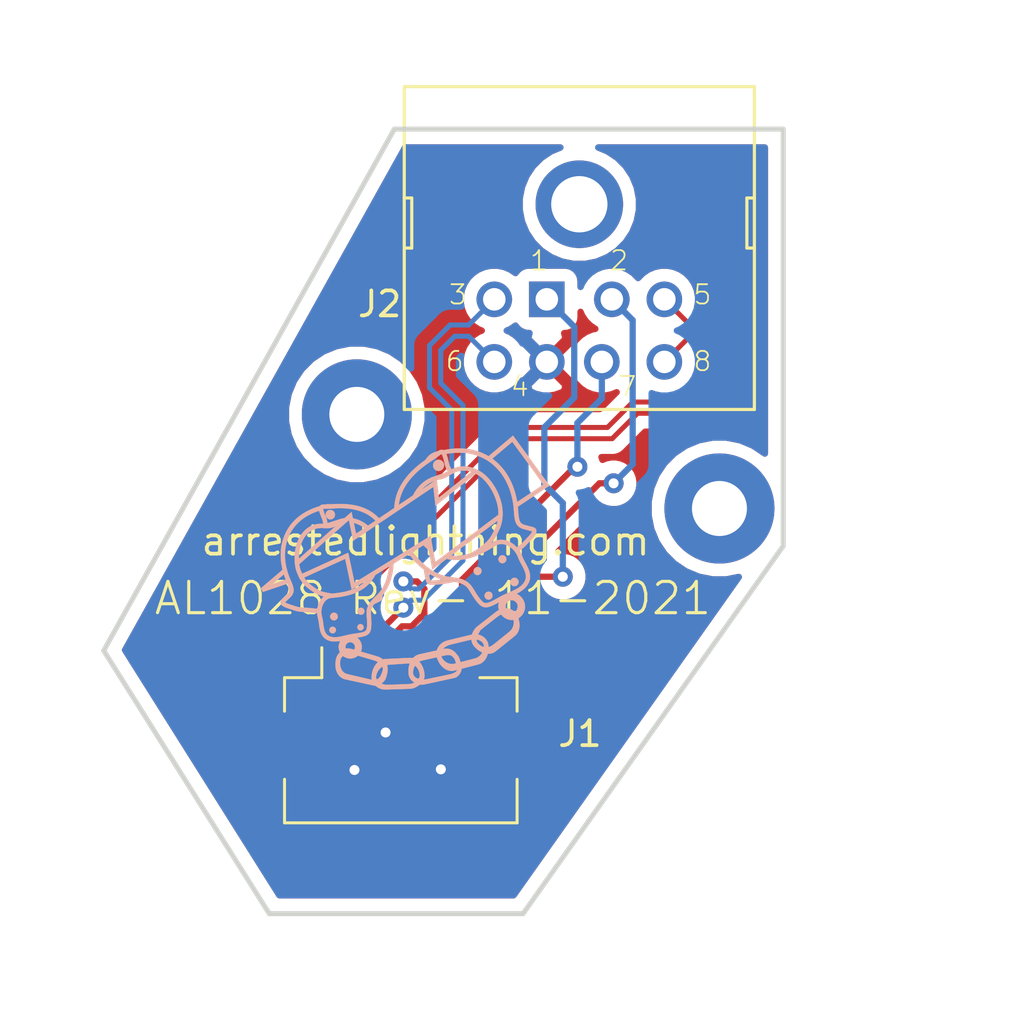
<source format=kicad_pcb>
(kicad_pcb (version 20171130) (host pcbnew 5.1.12-84ad8e8a86~92~ubuntu20.04.1)

  (general
    (thickness 1.6)
    (drawings 12)
    (tracks 113)
    (zones 0)
    (modules 5)
    (nets 10)
  )

  (page A4)
  (layers
    (0 F.Cu signal)
    (31 B.Cu signal)
    (32 B.Adhes user)
    (33 F.Adhes user)
    (34 B.Paste user)
    (35 F.Paste user)
    (36 B.SilkS user)
    (37 F.SilkS user)
    (38 B.Mask user)
    (39 F.Mask user)
    (40 Dwgs.User user)
    (41 Cmts.User user)
    (42 Eco1.User user)
    (43 Eco2.User user)
    (44 Edge.Cuts user)
    (45 Margin user)
    (46 B.CrtYd user)
    (47 F.CrtYd user)
    (48 B.Fab user)
    (49 F.Fab user)
  )

  (setup
    (last_trace_width 0.25)
    (trace_clearance 0.2)
    (zone_clearance 0.508)
    (zone_45_only no)
    (trace_min 0.2)
    (via_size 0.8)
    (via_drill 0.4)
    (via_min_size 0.4)
    (via_min_drill 0.3)
    (uvia_size 0.3)
    (uvia_drill 0.1)
    (uvias_allowed no)
    (uvia_min_size 0.2)
    (uvia_min_drill 0.1)
    (edge_width 0.05)
    (segment_width 0.2)
    (pcb_text_width 0.3)
    (pcb_text_size 1.5 1.5)
    (mod_edge_width 0.12)
    (mod_text_size 1 1)
    (mod_text_width 0.15)
    (pad_size 1.524 1.524)
    (pad_drill 0.762)
    (pad_to_mask_clearance 0)
    (aux_axis_origin 0 0)
    (visible_elements FFFFFF7F)
    (pcbplotparams
      (layerselection 0x010fc_ffffffff)
      (usegerberextensions false)
      (usegerberattributes true)
      (usegerberadvancedattributes true)
      (creategerberjobfile true)
      (excludeedgelayer true)
      (linewidth 0.150000)
      (plotframeref false)
      (viasonmask false)
      (mode 1)
      (useauxorigin false)
      (hpglpennumber 1)
      (hpglpenspeed 20)
      (hpglpendiameter 15.000000)
      (psnegative false)
      (psa4output false)
      (plotreference true)
      (plotvalue false)
      (plotinvisibletext false)
      (padsonsilk false)
      (subtractmaskfromsilk false)
      (outputformat 1)
      (mirror false)
      (drillshape 0)
      (scaleselection 1)
      (outputdirectory "CAM/"))
  )

  (net 0 "")
  (net 1 +5V)
  (net 2 GND)
  (net 3 /HSKo)
  (net 4 /HSKi)
  (net 5 /TXD-)
  (net 6 /TXD+)
  (net 7 /GPi)
  (net 8 /RXD-)
  (net 9 /RXD+)

  (net_class Default "This is the default net class."
    (clearance 0.2)
    (trace_width 0.25)
    (via_dia 0.8)
    (via_drill 0.4)
    (uvia_dia 0.3)
    (uvia_drill 0.1)
    (add_net +5V)
    (add_net /GPi)
    (add_net /HSKi)
    (add_net /HSKo)
    (add_net /RXD+)
    (add_net /RXD-)
    (add_net /TXD+)
    (add_net /TXD-)
    (add_net GND)
  )

  (module AL_Footprints:MINI_DIN8-1H (layer F.Cu) (tedit 61AEEEB1) (tstamp 61A5C345)
    (at 115.8748 70.104)
    (path /6154FF55)
    (fp_text reference J2 (at -8.9408 4.572) (layer F.SilkS)
      (effects (font (size 1 1) (thickness 0.15)) (justify left bottom))
    )
    (fp_text value Mini-DIN-8 (at -6.35 -2.59) (layer F.Fab)
      (effects (font (size 1.6891 1.6891) (thickness 0.16891)) (justify right bottom))
    )
    (fp_text user 1 (at -1.2 2.7 180) (layer F.SilkS)
      (effects (font (size 0.77216 0.77216) (thickness 0.065024)) (justify right bottom))
    )
    (fp_text user 2 (at 2 2.7 180) (layer F.SilkS)
      (effects (font (size 0.77216 0.77216) (thickness 0.065024)) (justify right bottom))
    )
    (fp_text user 3 (at -4.445 4.064 180) (layer F.SilkS)
      (effects (font (size 0.77216 0.77216) (thickness 0.065024)) (justify right bottom))
    )
    (fp_text user 5 (at 5.334 4.064 180) (layer F.SilkS)
      (effects (font (size 0.77216 0.77216) (thickness 0.065024)) (justify right bottom))
    )
    (fp_text user 6 (at -4.572 6.731 180) (layer F.SilkS)
      (effects (font (size 0.77216 0.77216) (thickness 0.065024)) (justify right bottom))
    )
    (fp_text user 8 (at 5.334 6.731 180) (layer F.SilkS)
      (effects (font (size 0.77216 0.77216) (thickness 0.065024)) (justify right bottom))
    )
    (fp_text user 8 (at 5.334 6.731 180) (layer F.SilkS)
      (effects (font (size 0.77216 0.77216) (thickness 0.065024)) (justify right bottom))
    )
    (fp_text user 3 (at -4.445 4.064 180) (layer F.SilkS)
      (effects (font (size 0.77216 0.77216) (thickness 0.065024)) (justify right bottom))
    )
    (fp_text user 1 (at -1.2 2.7 180) (layer F.SilkS)
      (effects (font (size 0.77216 0.77216) (thickness 0.065024)) (justify right bottom))
    )
    (fp_text user 6 (at -4.572 6.731 180) (layer F.SilkS)
      (effects (font (size 0.77216 0.77216) (thickness 0.065024)) (justify right bottom))
    )
    (fp_text user 5 (at 5.334 4.064 180) (layer F.SilkS)
      (effects (font (size 0.77216 0.77216) (thickness 0.065024)) (justify right bottom))
    )
    (fp_text user 2 (at 2 2.7 180) (layer F.SilkS)
      (effects (font (size 0.77216 0.77216) (thickness 0.065024)) (justify right bottom))
    )
    (fp_text user 7 (at 2.334 7.731 180) (layer F.SilkS)
      (effects (font (size 0.77216 0.77216) (thickness 0.065024)) (justify right bottom))
    )
    (fp_text user 7 (at 2.334 7.731 180) (layer F.SilkS)
      (effects (font (size 0.77216 0.77216) (thickness 0.065024)) (justify right bottom))
    )
    (fp_text user 4 (at -1.972 7.731 180) (layer F.SilkS)
      (effects (font (size 0.77216 0.77216) (thickness 0.065024)) (justify right bottom))
    )
    (fp_text user 4 (at -1.972 7.731 180) (layer F.SilkS)
      (effects (font (size 0.77216 0.77216) (thickness 0.065024)) (justify right bottom))
    )
    (fp_line (start -6.7 1.75) (end -6.95 1.75) (layer F.SilkS) (width 0.127))
    (fp_line (start -6.7 -0.25) (end -6.7 1.75) (layer F.SilkS) (width 0.127))
    (fp_line (start -7 -0.25) (end -6.7 -0.25) (layer F.SilkS) (width 0.127))
    (fp_line (start 6.7 1.75) (end 7 1.75) (layer F.SilkS) (width 0.127))
    (fp_line (start 6.7 -0.25) (end 6.7 1.75) (layer F.SilkS) (width 0.127))
    (fp_line (start 7 -0.25) (end 6.7 -0.25) (layer F.SilkS) (width 0.127))
    (fp_line (start 7 -0.25) (end 7 -4.7) (layer F.SilkS) (width 0.127))
    (fp_line (start 7 1.75) (end 7 -0.25) (layer F.SilkS) (width 0.127))
    (fp_line (start 7 8.2) (end 7 1.75) (layer F.SilkS) (width 0.127))
    (fp_line (start -7 8.2) (end 7 8.2) (layer F.SilkS) (width 0.127))
    (fp_line (start -7 -0.25) (end -7 8.2) (layer F.SilkS) (width 0.127))
    (fp_line (start -7 -4.7) (end -7 -0.25) (layer F.SilkS) (width 0.127))
    (fp_line (start 7 -4.7) (end -7 -4.7) (layer F.SilkS) (width 0.127))
    (pad SH2 thru_hole circle (at 0 0) (size 3.5 3.5) (drill 2.25) (layers *.Cu *.Mask)
      (solder_mask_margin 0.0508))
    (pad 2 thru_hole circle (at 1.3 3.8) (size 1.4224 1.4224) (drill 0.9) (layers *.Cu *.Mask)
      (net 4 /HSKi) (solder_mask_margin 0.0508))
    (pad 1 thru_hole rect (at -1.3 3.8) (size 1.4224 1.4224) (drill 0.9) (layers *.Cu *.Mask)
      (net 3 /HSKo) (solder_mask_margin 0.0508))
    (pad 3 thru_hole circle (at -3.4 3.8) (size 1.4224 1.4224) (drill 0.9) (layers *.Cu *.Mask)
      (net 5 /TXD-) (solder_mask_margin 0.0508))
    (pad 5 thru_hole circle (at 3.4 3.8) (size 1.4224 1.4224) (drill 0.9) (layers *.Cu *.Mask)
      (net 8 /RXD-) (solder_mask_margin 0.0508))
    (pad 8 thru_hole circle (at 3.4 6.3) (size 1.4224 1.4224) (drill 0.9) (layers *.Cu *.Mask)
      (net 9 /RXD+) (solder_mask_margin 0.0508))
    (pad 6 thru_hole circle (at -3.4 6.3) (size 1.4224 1.4224) (drill 0.9) (layers *.Cu *.Mask)
      (net 6 /TXD+) (solder_mask_margin 0.0508))
    (pad 4 thru_hole circle (at -1.3 6.3) (size 1.4224 1.4224) (drill 0.9) (layers *.Cu *.Mask)
      (net 2 GND) (solder_mask_margin 0.0508))
    (pad 7 thru_hole circle (at 0.9 6.3) (size 1.4224 1.4224) (drill 0.9) (layers *.Cu *.Mask)
      (net 7 /GPi) (solder_mask_margin 0.0508))
    (model "/home/jjlange/Nextcloud/Projects/KiCAD Libraries/packages3d/Mini-DIN-6P.step"
      (offset (xyz 0 4.75 6.75))
      (scale (xyz 1 1 1))
      (rotate (xyz 0 0 90))
    )
  )

  (module Connector_FFC-FPC:Hirose_FH12-12S-0.5SH_1x12-1MP_P0.50mm_Horizontal (layer F.Cu) (tedit 5D24667B) (tstamp 61AF4F4D)
    (at 108.7374 90.3224)
    (descr "Hirose FH12, FFC/FPC connector, FH12-12S-0.5SH, 12 Pins per row (https://www.hirose.com/product/en/products/FH12/FH12-24S-0.5SH(55)/), generated with kicad-footprint-generator")
    (tags "connector Hirose FH12 horizontal")
    (path /61AEF324)
    (attr smd)
    (fp_text reference J1 (at 7.1628 0.9398) (layer F.SilkS)
      (effects (font (size 1 1) (thickness 0.15)))
    )
    (fp_text value Conn_01x12 (at 0 5.6) (layer F.Fab)
      (effects (font (size 1 1) (thickness 0.15)))
    )
    (fp_text user %R (at 0 3.7) (layer F.Fab)
      (effects (font (size 1 1) (thickness 0.15)))
    )
    (fp_line (start 0 -1.2) (end -4.55 -1.2) (layer F.Fab) (width 0.1))
    (fp_line (start -4.55 -1.2) (end -4.55 3.4) (layer F.Fab) (width 0.1))
    (fp_line (start -4.55 3.4) (end -3.95 3.4) (layer F.Fab) (width 0.1))
    (fp_line (start -3.95 3.4) (end -3.95 3.7) (layer F.Fab) (width 0.1))
    (fp_line (start -3.95 3.7) (end -4.45 3.7) (layer F.Fab) (width 0.1))
    (fp_line (start -4.45 3.7) (end -4.45 4.4) (layer F.Fab) (width 0.1))
    (fp_line (start -4.45 4.4) (end 0 4.4) (layer F.Fab) (width 0.1))
    (fp_line (start 0 -1.2) (end 4.55 -1.2) (layer F.Fab) (width 0.1))
    (fp_line (start 4.55 -1.2) (end 4.55 3.4) (layer F.Fab) (width 0.1))
    (fp_line (start 4.55 3.4) (end 3.95 3.4) (layer F.Fab) (width 0.1))
    (fp_line (start 3.95 3.4) (end 3.95 3.7) (layer F.Fab) (width 0.1))
    (fp_line (start 3.95 3.7) (end 4.45 3.7) (layer F.Fab) (width 0.1))
    (fp_line (start 4.45 3.7) (end 4.45 4.4) (layer F.Fab) (width 0.1))
    (fp_line (start 4.45 4.4) (end 0 4.4) (layer F.Fab) (width 0.1))
    (fp_line (start -3.16 -1.3) (end -4.65 -1.3) (layer F.SilkS) (width 0.12))
    (fp_line (start -4.65 -1.3) (end -4.65 0.04) (layer F.SilkS) (width 0.12))
    (fp_line (start 3.16 -1.3) (end 4.65 -1.3) (layer F.SilkS) (width 0.12))
    (fp_line (start 4.65 -1.3) (end 4.65 0.04) (layer F.SilkS) (width 0.12))
    (fp_line (start -4.65 2.76) (end -4.65 4.5) (layer F.SilkS) (width 0.12))
    (fp_line (start -4.65 4.5) (end 4.65 4.5) (layer F.SilkS) (width 0.12))
    (fp_line (start 4.65 4.5) (end 4.65 2.76) (layer F.SilkS) (width 0.12))
    (fp_line (start -3.16 -1.3) (end -3.16 -2.5) (layer F.SilkS) (width 0.12))
    (fp_line (start -3.25 -1.2) (end -2.75 -0.492893) (layer F.Fab) (width 0.1))
    (fp_line (start -2.75 -0.492893) (end -2.25 -1.2) (layer F.Fab) (width 0.1))
    (fp_line (start -6.05 -3) (end -6.05 4.9) (layer F.CrtYd) (width 0.05))
    (fp_line (start -6.05 4.9) (end 6.05 4.9) (layer F.CrtYd) (width 0.05))
    (fp_line (start 6.05 4.9) (end 6.05 -3) (layer F.CrtYd) (width 0.05))
    (fp_line (start 6.05 -3) (end -6.05 -3) (layer F.CrtYd) (width 0.05))
    (pad 12 smd rect (at 2.75 -1.85) (size 0.3 1.3) (layers F.Cu F.Paste F.Mask)
      (net 1 +5V))
    (pad 11 smd rect (at 2.25 -1.85) (size 0.3 1.3) (layers F.Cu F.Paste F.Mask)
      (net 3 /HSKo))
    (pad 10 smd rect (at 1.75 -1.85) (size 0.3 1.3) (layers F.Cu F.Paste F.Mask)
      (net 4 /HSKi))
    (pad 9 smd rect (at 1.25 -1.85) (size 0.3 1.3) (layers F.Cu F.Paste F.Mask)
      (net 2 GND))
    (pad 8 smd rect (at 0.75 -1.85) (size 0.3 1.3) (layers F.Cu F.Paste F.Mask)
      (net 7 /GPi))
    (pad 7 smd rect (at 0.25 -1.85) (size 0.3 1.3) (layers F.Cu F.Paste F.Mask)
      (net 2 GND))
    (pad 6 smd rect (at -0.25 -1.85) (size 0.3 1.3) (layers F.Cu F.Paste F.Mask)
      (net 5 /TXD-))
    (pad 5 smd rect (at -0.75 -1.85) (size 0.3 1.3) (layers F.Cu F.Paste F.Mask)
      (net 6 /TXD+))
    (pad 4 smd rect (at -1.25 -1.85) (size 0.3 1.3) (layers F.Cu F.Paste F.Mask)
      (net 2 GND))
    (pad 3 smd rect (at -1.75 -1.85) (size 0.3 1.3) (layers F.Cu F.Paste F.Mask)
      (net 8 /RXD-))
    (pad 2 smd rect (at -2.25 -1.85) (size 0.3 1.3) (layers F.Cu F.Paste F.Mask)
      (net 9 /RXD+))
    (pad 1 smd rect (at -2.75 -1.85) (size 0.3 1.3) (layers F.Cu F.Paste F.Mask)
      (net 2 GND))
    (pad MP smd rect (at -4.65 1.4) (size 1.8 2.2) (layers F.Cu F.Paste F.Mask))
    (pad MP smd rect (at 4.65 1.4) (size 1.8 2.2) (layers F.Cu F.Paste F.Mask))
    (model ${KISYS3DMOD}/Connector_FFC-FPC.3dshapes/Hirose_FH12-12S-0.5SH_1x12-1MP_P0.50mm_Horizontal.wrl
      (at (xyz 0 0 0))
      (scale (xyz 1 1 1))
      (rotate (xyz 0 0 0))
    )
  )

  (module al_logo13mm:AL_Logo_13mm (layer B.Cu) (tedit 5BF8ACEF) (tstamp 61A622B8)
    (at 108.458 85.09 180)
    (fp_text reference REF** (at 0 -0.5) (layer Eco2.User) hide
      (effects (font (size 1 1) (thickness 0.15)))
    )
    (fp_text value AL_Logo_13mm (at 0 0.5) (layer B.Fab)
      (effects (font (size 1 1) (thickness 0.15)) (justify mirror))
    )
    (fp_poly (pts (xy 2.464749 -1.896121) (xy 2.477393 -1.896889) (xy 2.487094 -1.898645) (xy 2.496007 -1.90178)
      (xy 2.506289 -1.906685) (xy 2.506302 -1.906692) (xy 2.532206 -1.923658) (xy 2.552807 -1.945313)
      (xy 2.567703 -1.970995) (xy 2.576495 -2.000046) (xy 2.578871 -2.026581) (xy 2.57625 -2.056535)
      (xy 2.568059 -2.08264) (xy 2.553808 -2.10623) (xy 2.546177 -2.115398) (xy 2.522421 -2.136875)
      (xy 2.495912 -2.151799) (xy 2.467189 -2.159988) (xy 2.43679 -2.161256) (xy 2.419266 -2.15888)
      (xy 2.393209 -2.150215) (xy 2.368812 -2.135434) (xy 2.347496 -2.115673) (xy 2.330681 -2.092069)
      (xy 2.327029 -2.085044) (xy 2.316941 -2.056201) (xy 2.31368 -2.026973) (xy 2.316934 -1.998259)
      (xy 2.326387 -1.97096) (xy 2.341726 -1.945974) (xy 2.362636 -1.924202) (xy 2.388803 -1.906543)
      (xy 2.389529 -1.906158) (xy 2.399031 -1.901489) (xy 2.407535 -1.898505) (xy 2.417125 -1.896834)
      (xy 2.429886 -1.896106) (xy 2.447006 -1.895952) (xy 2.464749 -1.896121)) (layer B.SilkS) (width 0.01))
    (fp_poly (pts (xy -1.764423 4.774567) (xy -1.740838 4.770995) (xy -1.736777 4.770029) (xy -1.700627 4.757112)
      (xy -1.667241 4.737944) (xy -1.637338 4.713236) (xy -1.61164 4.683701) (xy -1.590869 4.650052)
      (xy -1.575745 4.613001) (xy -1.57485 4.610076) (xy -1.570673 4.589697) (xy -1.568516 4.565061)
      (xy -1.568379 4.538883) (xy -1.570261 4.513878) (xy -1.574162 4.492759) (xy -1.57485 4.490334)
      (xy -1.589123 4.454077) (xy -1.608948 4.421006) (xy -1.633554 4.391879) (xy -1.662171 4.367452)
      (xy -1.694028 4.348482) (xy -1.728355 4.335727) (xy -1.733482 4.334441) (xy -1.755467 4.330899)
      (xy -1.780684 4.329413) (xy -1.806205 4.329978) (xy -1.829103 4.332591) (xy -1.838337 4.334581)
      (xy -1.875365 4.347956) (xy -1.909189 4.367461) (xy -1.939162 4.392437) (xy -1.964638 4.422223)
      (xy -1.984973 4.45616) (xy -1.999519 4.493586) (xy -2.001724 4.501617) (xy -2.007948 4.53984)
      (xy -2.007385 4.577641) (xy -2.000479 4.614278) (xy -1.987679 4.649014) (xy -1.96943 4.68111)
      (xy -1.946179 4.709826) (xy -1.918373 4.734425) (xy -1.886458 4.754166) (xy -1.850881 4.76831)
      (xy -1.838581 4.771585) (xy -1.816473 4.774911) (xy -1.790695 4.775889) (xy -1.764423 4.774567)) (layer B.SilkS) (width 0.01))
    (fp_poly (pts (xy -3.755743 -0.496698) (xy -3.725992 -0.505759) (xy -3.699695 -0.519932) (xy -3.677102 -0.538458)
      (xy -3.658467 -0.560576) (xy -3.644041 -0.585528) (xy -3.634078 -0.612554) (xy -3.628829 -0.640893)
      (xy -3.628547 -0.669787) (xy -3.633485 -0.698476) (xy -3.643893 -0.726201) (xy -3.660026 -0.752201)
      (xy -3.682135 -0.775717) (xy -3.692224 -0.783894) (xy -3.717529 -0.799074) (xy -3.745835 -0.809507)
      (xy -3.775287 -0.814807) (xy -3.804034 -0.814586) (xy -3.822205 -0.811092) (xy -3.85448 -0.798572)
      (xy -3.882642 -0.780777) (xy -3.906233 -0.758478) (xy -3.924795 -0.732449) (xy -3.937869 -0.70346)
      (xy -3.944995 -0.672285) (xy -3.945716 -0.639695) (xy -3.940905 -0.611293) (xy -3.929109 -0.579483)
      (xy -3.91174 -0.551874) (xy -3.889474 -0.528987) (xy -3.862983 -0.511345) (xy -3.832944 -0.49947)
      (xy -3.800031 -0.493884) (xy -3.788694 -0.493509) (xy -3.755743 -0.496698)) (layer B.SilkS) (width 0.01))
    (fp_poly (pts (xy 1.355037 -1.791947) (xy 1.37776 -1.797582) (xy 1.38427 -1.800285) (xy 1.41028 -1.815925)
      (xy 1.430878 -1.836155) (xy 1.446393 -1.860888) (xy 1.452409 -1.873928) (xy 1.455955 -1.884692)
      (xy 1.457656 -1.896106) (xy 1.458139 -1.911095) (xy 1.458142 -1.915833) (xy 1.457662 -1.933266)
      (xy 1.45597 -1.946339) (xy 1.452533 -1.957915) (xy 1.44858 -1.967145) (xy 1.433114 -1.993019)
      (xy 1.41288 -2.013745) (xy 1.390251 -2.028551) (xy 1.376687 -2.035171) (xy 1.364819 -2.039066)
      (xy 1.351387 -2.041072) (xy 1.338478 -2.041833) (xy 1.316226 -2.041638) (xy 1.298984 -2.038899)
      (xy 1.29314 -2.037071) (xy 1.26616 -2.023891) (xy 1.244224 -2.006364) (xy 1.227362 -1.98539)
      (xy 1.215608 -1.96187) (xy 1.208994 -1.936706) (xy 1.207551 -1.910799) (xy 1.211312 -1.88505)
      (xy 1.220308 -1.860361) (xy 1.234572 -1.837633) (xy 1.254135 -1.817767) (xy 1.279031 -1.801664)
      (xy 1.284668 -1.798967) (xy 1.305759 -1.792604) (xy 1.330126 -1.790276) (xy 1.355037 -1.791947)) (layer B.SilkS) (width 0.01))
    (fp_poly (pts (xy 2.560129 2.770262) (xy 2.595658 2.763274) (xy 2.629733 2.749456) (xy 2.638298 2.744719)
      (xy 2.661583 2.727475) (xy 2.68315 2.704672) (xy 2.701738 2.677994) (xy 2.716086 2.649123)
      (xy 2.7215 2.633644) (xy 2.724928 2.616244) (xy 2.726668 2.594608) (xy 2.726681 2.571566)
      (xy 2.724924 2.54995) (xy 2.722877 2.538276) (xy 2.711814 2.505349) (xy 2.694839 2.475513)
      (xy 2.67281 2.449357) (xy 2.64658 2.427468) (xy 2.617008 2.410433) (xy 2.584947 2.39884)
      (xy 2.551255 2.393275) (xy 2.516787 2.394327) (xy 2.513725 2.394759) (xy 2.478159 2.40347)
      (xy 2.446297 2.41792) (xy 2.418496 2.437411) (xy 2.395111 2.461245) (xy 2.3765 2.488723)
      (xy 2.363017 2.519147) (xy 2.355019 2.551818) (xy 2.352862 2.586037) (xy 2.3569 2.621106)
      (xy 2.367491 2.656326) (xy 2.37349 2.669985) (xy 2.385 2.688722) (xy 2.401257 2.708303)
      (xy 2.420315 2.726775) (xy 2.440224 2.742187) (xy 2.4534 2.749998) (xy 2.488142 2.763648)
      (xy 2.524004 2.770394) (xy 2.560129 2.770262)) (layer B.SilkS) (width 0.01))
    (fp_poly (pts (xy 1.349156 -1.141866) (xy 1.376559 -1.152804) (xy 1.401313 -1.16936) (xy 1.4224 -1.190989)
      (xy 1.4388 -1.21715) (xy 1.439404 -1.218408) (xy 1.444979 -1.230887) (xy 1.448412 -1.241278)
      (xy 1.450212 -1.252169) (xy 1.450887 -1.266148) (xy 1.450963 -1.277281) (xy 1.450724 -1.294415)
      (xy 1.449669 -1.306883) (xy 1.447291 -1.31727) (xy 1.443084 -1.32816) (xy 1.439445 -1.336066)
      (xy 1.42261 -1.363695) (xy 1.401051 -1.386088) (xy 1.375402 -1.402815) (xy 1.346297 -1.413447)
      (xy 1.319425 -1.417366) (xy 1.299143 -1.417543) (xy 1.282443 -1.415332) (xy 1.271019 -1.412151)
      (xy 1.241602 -1.398875) (xy 1.216818 -1.380417) (xy 1.197178 -1.357437) (xy 1.183196 -1.330592)
      (xy 1.175384 -1.300539) (xy 1.174112 -1.28793) (xy 1.175508 -1.255017) (xy 1.183329 -1.224889)
      (xy 1.197099 -1.198152) (xy 1.216346 -1.175414) (xy 1.240593 -1.157282) (xy 1.269366 -1.144363)
      (xy 1.290476 -1.139011) (xy 1.320122 -1.137087) (xy 1.349156 -1.141866)) (layer B.SilkS) (width 0.01))
    (fp_poly (pts (xy -4.319048 0.959921) (xy -4.299605 0.956095) (xy -4.269232 0.943495) (xy -4.242515 0.925317)
      (xy -4.220027 0.902474) (xy -4.202342 0.87588) (xy -4.190035 0.846447) (xy -4.183679 0.81509)
      (xy -4.183849 0.782722) (xy -4.185101 0.773855) (xy -4.193825 0.742338) (xy -4.208174 0.714001)
      (xy -4.227328 0.689396) (xy -4.250465 0.669076) (xy -4.276766 0.653594) (xy -4.305411 0.643504)
      (xy -4.33558 0.639359) (xy -4.366453 0.64171) (xy -4.377377 0.644199) (xy -4.409264 0.656255)
      (xy -4.437206 0.673732) (xy -4.460723 0.695824) (xy -4.479336 0.721723) (xy -4.492563 0.750622)
      (xy -4.499924 0.781714) (xy -4.50094 0.81419) (xy -4.496077 0.843764) (xy -4.484758 0.873789)
      (xy -4.467654 0.900976) (xy -4.445745 0.924292) (xy -4.420014 0.942708) (xy -4.391441 0.955192)
      (xy -4.389471 0.955785) (xy -4.367907 0.959943) (xy -4.343329 0.961326) (xy -4.319048 0.959921)) (layer B.SilkS) (width 0.01))
    (fp_poly (pts (xy -4.800935 0.059439) (xy -4.770194 0.051799) (xy -4.741296 0.03837) (xy -4.715121 0.019471)
      (xy -4.69255 -0.004579) (xy -4.674464 -0.033464) (xy -4.673357 -0.035725) (xy -4.666753 -0.050369)
      (xy -4.662598 -0.062725) (xy -4.660174 -0.075756) (xy -4.658761 -0.092424) (xy -4.658513 -0.096906)
      (xy -4.659634 -0.133352) (xy -4.667082 -0.166346) (xy -4.680983 -0.196201) (xy -4.70146 -0.223232)
      (xy -4.713025 -0.234716) (xy -4.739237 -0.253934) (xy -4.768892 -0.267272) (xy -4.800833 -0.274457)
      (xy -4.8339 -0.27522) (xy -4.864265 -0.270032) (xy -4.893569 -0.258558) (xy -4.920714 -0.241027)
      (xy -4.944629 -0.218559) (xy -4.964246 -0.19227) (xy -4.978493 -0.163281) (xy -4.984088 -0.144761)
      (xy -4.988236 -0.111351) (xy -4.985664 -0.078257) (xy -4.976836 -0.046471) (xy -4.962215 -0.016981)
      (xy -4.942266 0.009222) (xy -4.917452 0.031149) (xy -4.895408 0.044454) (xy -4.864423 0.056085)
      (xy -4.832638 0.060974) (xy -4.800935 0.059439)) (layer B.SilkS) (width 0.01))
    (fp_poly (pts (xy -3.330533 0.488579) (xy -3.299058 0.481344) (xy -3.269521 0.467649) (xy -3.242829 0.447747)
      (xy -3.232451 0.437341) (xy -3.211786 0.409653) (xy -3.197653 0.37941) (xy -3.190181 0.34743)
      (xy -3.189501 0.314535) (xy -3.195741 0.281544) (xy -3.204231 0.258973) (xy -3.221031 0.230402)
      (xy -3.242593 0.206641) (xy -3.268021 0.188082) (xy -3.296421 0.175116) (xy -3.326901 0.168133)
      (xy -3.358564 0.167525) (xy -3.390518 0.173684) (xy -3.395516 0.175295) (xy -3.422601 0.186966)
      (xy -3.445832 0.202731) (xy -3.465872 0.22222) (xy -3.485353 0.248835) (xy -3.498526 0.277574)
      (xy -3.505627 0.307567) (xy -3.50689 0.337942) (xy -3.502549 0.367829) (xy -3.49284 0.396358)
      (xy -3.477997 0.422656) (xy -3.458255 0.445854) (xy -3.433848 0.465081) (xy -3.405011 0.479466)
      (xy -3.395673 0.482663) (xy -3.36304 0.489103) (xy -3.330533 0.488579)) (layer B.SilkS) (width 0.01))
    (fp_poly (pts (xy -4.765429 5.739591) (xy -4.762517 5.737432) (xy -4.757545 5.733495) (xy -4.750199 5.727518)
      (xy -4.740168 5.71924) (xy -4.727138 5.708398) (xy -4.710797 5.694732) (xy -4.690833 5.677979)
      (xy -4.666933 5.657879) (xy -4.638784 5.63417) (xy -4.606074 5.606591) (xy -4.56849 5.574879)
      (xy -4.525719 5.538774) (xy -4.519851 5.533819) (xy -4.504893 5.521196) (xy -4.484878 5.504315)
      (xy -4.460301 5.483594) (xy -4.431655 5.459448) (xy -4.399435 5.432294) (xy -4.364135 5.402549)
      (xy -4.326251 5.370629) (xy -4.286275 5.336952) (xy -4.244703 5.301933) (xy -4.20203 5.265988)
      (xy -4.158748 5.229536) (xy -4.117079 5.194445) (xy -4.07567 5.15957) (xy -4.035731 5.125929)
      (xy -3.997625 5.093825) (xy -3.96171 5.063562) (xy -3.928348 5.035443) (xy -3.897899 5.009773)
      (xy -3.870723 4.986856) (xy -3.84718 4.966995) (xy -3.827632 4.950494) (xy -3.812437 4.937657)
      (xy -3.801958 4.928788) (xy -3.796553 4.92419) (xy -3.795951 4.923668) (xy -3.792747 4.921202)
      (xy -3.78927 4.920242) (xy -3.784345 4.921207) (xy -3.776796 4.924513) (xy -3.765448 4.930577)
      (xy -3.749127 4.939816) (xy -3.746965 4.941051) (xy -3.71556 4.95833) (xy -3.67913 4.977254)
      (xy -3.639465 4.99697) (xy -3.598353 5.016621) (xy -3.557582 5.035354) (xy -3.518942 5.052314)
      (xy -3.48422 5.066645) (xy -3.483894 5.066774) (xy -3.389591 5.101855) (xy -3.29563 5.132249)
      (xy -3.200838 5.158225) (xy -3.104042 5.180049) (xy -3.004067 5.197991) (xy -2.89974 5.212317)
      (xy -2.803537 5.222135) (xy -2.782144 5.223567) (xy -2.75471 5.224736) (xy -2.722444 5.225639)
      (xy -2.686556 5.226279) (xy -2.648257 5.226654) (xy -2.608756 5.226766) (xy -2.569264 5.226613)
      (xy -2.530991 5.226195) (xy -2.495147 5.225514) (xy -2.462943 5.224569) (xy -2.435589 5.223359)
      (xy -2.417094 5.222127) (xy -2.29857 5.210434) (xy -2.184585 5.195239) (xy -2.073184 5.176273)
      (xy -2.050608 5.171918) (xy -1.985294 5.159071) (xy -1.961451 5.166695) (xy -1.927439 5.173808)
      (xy -1.89232 5.173765) (xy -1.856141 5.166575) (xy -1.81895 5.152248) (xy -1.783934 5.132805)
      (xy -1.764224 5.121125) (xy -1.746452 5.112763) (xy -1.727143 5.106201) (xy -1.716088 5.103188)
      (xy -1.64652 5.082575) (xy -1.582647 5.057889) (xy -1.523913 5.028741) (xy -1.469758 4.99474)
      (xy -1.419625 4.955497) (xy -1.372958 4.910622) (xy -1.329197 4.859725) (xy -1.289539 4.805039)
      (xy -1.282397 4.794657) (xy -1.275793 4.785998) (xy -1.268704 4.778129) (xy -1.260102 4.77012)
      (xy -1.248963 4.761041) (xy -1.234261 4.749959) (xy -1.214971 4.735944) (xy -1.207614 4.730653)
      (xy -1.082809 4.637869) (xy -0.965123 4.543898) (xy -0.854504 4.448684) (xy -0.750905 4.352173)
      (xy -0.654274 4.25431) (xy -0.564562 4.155041) (xy -0.481719 4.054312) (xy -0.405696 3.952067)
      (xy -0.336442 3.848252) (xy -0.273908 3.742813) (xy -0.230666 3.661205) (xy -0.182397 3.55883)
      (xy -0.140589 3.456209) (xy -0.105033 3.352565) (xy -0.075519 3.247126) (xy -0.051839 3.139117)
      (xy -0.03378 3.027763) (xy -0.021136 2.912289) (xy -0.018416 2.877434) (xy -0.016222 2.846591)
      (xy 0.007985 2.830099) (xy 0.014937 2.825394) (xy 0.02738 2.817009) (xy 0.044778 2.805302)
      (xy 0.066594 2.790636) (xy 0.092292 2.773369) (xy 0.121336 2.753862) (xy 0.15319 2.732476)
      (xy 0.187316 2.709571) (xy 0.223179 2.685507) (xy 0.257163 2.662709) (xy 0.295127 2.63724)
      (xy 0.332579 2.612104) (xy 0.368891 2.587724) (xy 0.403433 2.564523) (xy 0.435575 2.542924)
      (xy 0.464688 2.52335) (xy 0.490144 2.506224) (xy 0.511312 2.491969) (xy 0.527563 2.481008)
      (xy 0.536294 2.475103) (xy 0.590453 2.438393) (xy 0.63608 2.482957) (xy 0.700885 2.543682)
      (xy 0.765107 2.598449) (xy 0.830174 2.64827) (xy 0.897511 2.694159) (xy 0.968548 2.737132)
      (xy 1.044709 2.7782) (xy 1.068149 2.789994) (xy 1.154987 2.83037) (xy 1.243946 2.86637)
      (xy 1.335528 2.898106) (xy 1.430233 2.925693) (xy 1.528563 2.949242) (xy 1.631018 2.968868)
      (xy 1.738098 2.984682) (xy 1.850306 2.996799) (xy 1.968142 3.005332) (xy 2.036114 3.008561)
      (xy 2.081793 3.009828) (xy 2.132838 3.010333) (xy 2.187401 3.010112) (xy 2.243637 3.009204)
      (xy 2.299697 3.007644) (xy 2.353735 3.005471) (xy 2.403904 3.00272) (xy 2.434306 3.000582)
      (xy 2.460614 2.998661) (xy 2.483019 2.997392) (xy 2.503592 2.996754) (xy 2.524405 2.996723)
      (xy 2.547529 2.997279) (xy 2.575035 2.9984) (xy 2.587014 2.998966) (xy 2.614953 3.00002)
      (xy 2.638227 3.000114) (xy 2.659372 2.999175) (xy 2.680926 2.99713) (xy 2.690428 2.995959)
      (xy 2.711482 2.993646) (xy 2.736811 2.991498) (xy 2.763434 2.989734) (xy 2.788368 2.988577)
      (xy 2.791721 2.98847) (xy 2.829765 2.986275) (xy 2.861853 2.981894) (xy 2.889047 2.97499)
      (xy 2.912409 2.965226) (xy 2.933001 2.952263) (xy 2.949207 2.938393) (xy 2.956095 2.931966)
      (xy 2.962496 2.926848) (xy 2.969643 2.922476) (xy 2.978768 2.918287) (xy 2.991102 2.913719)
      (xy 3.007877 2.908209) (xy 3.030324 2.901193) (xy 3.031284 2.900896) (xy 3.157629 2.8585)
      (xy 3.278793 2.8111) (xy 3.394929 2.758616) (xy 3.50619 2.700965) (xy 3.612731 2.638064)
      (xy 3.714704 2.569831) (xy 3.812263 2.496183) (xy 3.863568 2.453788) (xy 3.883433 2.43619)
      (xy 3.90692 2.414301) (xy 3.93289 2.389275) (xy 3.960204 2.362262) (xy 3.987723 2.334415)
      (xy 4.014307 2.306885) (xy 4.038818 2.280824) (xy 4.060116 2.257384) (xy 4.075992 2.239006)
      (xy 4.132948 2.167815) (xy 4.184277 2.09749) (xy 4.23112 2.026278) (xy 4.274619 1.952429)
      (xy 4.315914 1.87419) (xy 4.323145 1.859619) (xy 4.370731 1.755512) (xy 4.411584 1.650194)
      (xy 4.445902 1.542996) (xy 4.473885 1.433249) (xy 4.49573 1.320284) (xy 4.507678 1.237319)
      (xy 4.512467 1.19619) (xy 4.516215 1.157498) (xy 4.519019 1.11948) (xy 4.520978 1.080371)
      (xy 4.522192 1.038407) (xy 4.522759 0.991825) (xy 4.52283 0.966991) (xy 4.520014 0.847242)
      (xy 4.511346 0.729714) (xy 4.496654 0.612909) (xy 4.475761 0.495331) (xy 4.458689 0.417423)
      (xy 4.449777 0.379484) (xy 4.46167 0.368041) (xy 4.465763 0.364409) (xy 4.475073 0.356346)
      (xy 4.489288 0.344118) (xy 4.508096 0.327993) (xy 4.531182 0.308238) (xy 4.558234 0.285119)
      (xy 4.58894 0.258904) (xy 4.622985 0.229861) (xy 4.660058 0.198255) (xy 4.699845 0.164354)
      (xy 4.742033 0.128425) (xy 4.78631 0.090735) (xy 4.832361 0.051551) (xy 4.879875 0.011141)
      (xy 4.890849 0.00181) (xy 4.938538 -0.03874) (xy 4.984769 -0.078059) (xy 5.029235 -0.115883)
      (xy 5.071628 -0.151953) (xy 5.111641 -0.186005) (xy 5.148967 -0.217778) (xy 5.183298 -0.24701)
      (xy 5.214328 -0.273441) (xy 5.241748 -0.296807) (xy 5.265252 -0.316848) (xy 5.284533 -0.333301)
      (xy 5.299282 -0.345905) (xy 5.309194 -0.354399) (xy 5.313959 -0.358519) (xy 5.314311 -0.358836)
      (xy 5.316125 -0.361117) (xy 5.316729 -0.364167) (xy 5.315751 -0.368825) (xy 5.312816 -0.375928)
      (xy 5.307547 -0.386313) (xy 5.299572 -0.400818) (xy 5.288515 -0.42028) (xy 5.280848 -0.433638)
      (xy 5.2692 -0.453953) (xy 5.258789 -0.472218) (xy 5.250158 -0.487473) (xy 5.243849 -0.498758)
      (xy 5.240403 -0.505113) (xy 5.239944 -0.506072) (xy 5.236495 -0.505181) (xy 5.22665 -0.502097)
      (xy 5.210875 -0.496979) (xy 5.18964 -0.489986) (xy 5.163412 -0.481277) (xy 5.132659 -0.471012)
      (xy 5.09785 -0.459348) (xy 5.059453 -0.446446) (xy 5.017937 -0.432464) (xy 4.973768 -0.417562)
      (xy 4.927417 -0.401897) (xy 4.87935 -0.38563) (xy 4.830036 -0.368918) (xy 4.779943 -0.351922)
      (xy 4.72954 -0.3348) (xy 4.679295 -0.317711) (xy 4.629675 -0.300814) (xy 4.581149 -0.284268)
      (xy 4.534186 -0.268232) (xy 4.489253 -0.252866) (xy 4.446819 -0.238327) (xy 4.407352 -0.224776)
      (xy 4.37132 -0.21237) (xy 4.339192 -0.201269) (xy 4.311434 -0.191633) (xy 4.288517 -0.18362)
      (xy 4.270908 -0.177388) (xy 4.259075 -0.173098) (xy 4.256368 -0.172078) (xy 4.254513 -0.171858)
      (xy 4.252531 -0.173164) (xy 4.250086 -0.176749) (xy 4.246842 -0.183367) (xy 4.24246 -0.193771)
      (xy 4.236604 -0.208714) (xy 4.228936 -0.228951) (xy 4.21912 -0.255234) (xy 4.218895 -0.255838)
      (xy 4.201301 -0.307269) (xy 4.188701 -0.353795) (xy 4.181071 -0.395753) (xy 4.178388 -0.433481)
      (xy 4.180629 -0.467317) (xy 4.18777 -0.497599) (xy 4.199788 -0.524665) (xy 4.200193 -0.525378)
      (xy 4.207218 -0.537058) (xy 4.214977 -0.548593) (xy 4.223973 -0.560511) (xy 4.234706 -0.573338)
      (xy 4.247678 -0.587601) (xy 4.26339 -0.603825) (xy 4.282344 -0.622539) (xy 4.30504 -0.644267)
      (xy 4.33198 -0.669538) (xy 4.363666 -0.698876) (xy 4.377448 -0.711563) (xy 4.399492 -0.731939)
      (xy 4.420833 -0.751871) (xy 4.440601 -0.770532) (xy 4.457926 -0.787093) (xy 4.471938 -0.800726)
      (xy 4.481767 -0.810603) (xy 4.484123 -0.81309) (xy 4.506292 -0.841567) (xy 4.521432 -0.871137)
      (xy 4.529602 -0.901337) (xy 4.530861 -0.931703) (xy 4.525268 -0.961769) (xy 4.512881 -0.991072)
      (xy 4.493759 -1.019149) (xy 4.467962 -1.045533) (xy 4.453107 -1.05755) (xy 4.422952 -1.077739)
      (xy 4.386313 -1.097955) (xy 4.34395 -1.117794) (xy 4.325795 -1.125442) (xy 4.310041 -1.13158)
      (xy 4.288724 -1.139427) (xy 4.262693 -1.148702) (xy 4.232795 -1.159125) (xy 4.199879 -1.170417)
      (xy 4.164792 -1.182298) (xy 4.128382 -1.194487) (xy 4.091496 -1.206705) (xy 4.054984 -1.218672)
      (xy 4.019693 -1.230108) (xy 3.98647 -1.240733) (xy 3.956163 -1.250268) (xy 3.929621 -1.258431)
      (xy 3.907692 -1.264944) (xy 3.891222 -1.269526) (xy 3.883921 -1.27132) (xy 3.85783 -1.276788)
      (xy 3.831138 -1.281698) (xy 3.803103 -1.286127) (xy 3.772984 -1.290151) (xy 3.740039 -1.293846)
      (xy 3.703527 -1.297289) (xy 3.662708 -1.300557) (xy 3.61684 -1.303724) (xy 3.565182 -1.306869)
      (xy 3.508363 -1.309994) (xy 3.469721 -1.312051) (xy 3.437046 -1.313857) (xy 3.409061 -1.315516)
      (xy 3.384485 -1.317133) (xy 3.362037 -1.318812) (xy 3.34044 -1.320659) (xy 3.318412 -1.322779)
      (xy 3.294673 -1.325276) (xy 3.267945 -1.328256) (xy 3.236947 -1.331823) (xy 3.224934 -1.33322)
      (xy 3.19893 -1.33614) (xy 3.172382 -1.338932) (xy 3.147209 -1.341407) (xy 3.125331 -1.343376)
      (xy 3.108666 -1.344651) (xy 3.108176 -1.344682) (xy 3.068017 -1.347223) (xy 3.065713 -1.374845)
      (xy 3.061437 -1.412401) (xy 3.054629 -1.454561) (xy 3.04566 -1.499281) (xy 3.034901 -1.544514)
      (xy 3.034753 -1.545092) (xy 3.027677 -1.573862) (xy 3.021164 -1.603329) (xy 3.015016 -1.634617)
      (xy 3.009035 -1.66885) (xy 3.003022 -1.707152) (xy 2.996778 -1.750648) (xy 2.991381 -1.790724)
      (xy 2.982828 -1.852869) (xy 2.974328 -1.908474) (xy 2.965706 -1.958253) (xy 2.956789 -2.002919)
      (xy 2.947402 -2.043186) (xy 2.93737 -2.079767) (xy 2.926518 -2.113376) (xy 2.914672 -2.144726)
      (xy 2.901658 -2.174531) (xy 2.893229 -2.191942) (xy 2.862261 -2.246164) (xy 2.826468 -2.294973)
      (xy 2.785881 -2.338347) (xy 2.74053 -2.376268) (xy 2.690447 -2.408714) (xy 2.635662 -2.435666)
      (xy 2.576206 -2.457102) (xy 2.51211 -2.473003) (xy 2.452805 -2.482293) (xy 2.425054 -2.484514)
      (xy 2.391755 -2.485463) (xy 2.354491 -2.485218) (xy 2.314842 -2.483856) (xy 2.274392 -2.481456)
      (xy 2.234723 -2.478096) (xy 2.197417 -2.473854) (xy 2.164056 -2.468809) (xy 2.158189 -2.467746)
      (xy 2.148651 -2.466248) (xy 2.142934 -2.465898) (xy 2.142206 -2.466187) (xy 2.143722 -2.469853)
      (xy 2.147769 -2.478418) (xy 2.153597 -2.49031) (xy 2.156263 -2.495654) (xy 2.178885 -2.548868)
      (xy 2.19497 -2.605158) (xy 2.204471 -2.664359) (xy 2.205562 -2.676336) (xy 2.206212 -2.709842)
      (xy 2.203492 -2.747208) (xy 2.197788 -2.786085) (xy 2.189486 -2.824122) (xy 2.178972 -2.858971)
      (xy 2.173063 -2.874328) (xy 2.167467 -2.887686) (xy 2.162454 -2.899683) (xy 2.159384 -2.90706)
      (xy 2.158002 -2.911476) (xy 2.158356 -2.915794) (xy 2.161164 -2.921173) (xy 2.167146 -2.928772)
      (xy 2.177022 -2.939751) (xy 2.184972 -2.94829) (xy 2.220939 -2.990405) (xy 2.251015 -3.033912)
      (xy 2.275768 -3.07994) (xy 2.295767 -3.129618) (xy 2.311581 -3.184075) (xy 2.317738 -3.21168)
      (xy 2.323697 -3.241928) (xy 2.328258 -3.268098) (xy 2.331597 -3.292038) (xy 2.333888 -3.315597)
      (xy 2.335306 -3.340622) (xy 2.336025 -3.368963) (xy 2.33622 -3.402466) (xy 2.336216 -3.407252)
      (xy 2.335684 -3.448666) (xy 2.33406 -3.484715) (xy 2.331112 -3.51724) (xy 2.326608 -3.548081)
      (xy 2.320317 -3.57908) (xy 2.312007 -3.612077) (xy 2.309135 -3.622464) (xy 2.289315 -3.681786)
      (xy 2.26439 -3.737493) (xy 2.234728 -3.789134) (xy 2.200696 -3.836261) (xy 2.162663 -3.878425)
      (xy 2.120997 -3.915177) (xy 2.076064 -3.946068) (xy 2.028234 -3.970648) (xy 2.021535 -3.973475)
      (xy 2.017998 -3.974973) (xy 2.015004 -3.976303) (xy 2.012301 -3.977521) (xy 2.009637 -3.978684)
      (xy 2.00676 -3.979848) (xy 2.003421 -3.981068) (xy 1.999366 -3.982402) (xy 1.994344 -3.983905)
      (xy 1.988104 -3.985634) (xy 1.980394 -3.987645) (xy 1.970963 -3.989994) (xy 1.959559 -3.992737)
      (xy 1.945931 -3.995931) (xy 1.929826 -3.999631) (xy 1.910995 -4.003894) (xy 1.889184 -4.008777)
      (xy 1.864143 -4.014334) (xy 1.83562 -4.020623) (xy 1.803364 -4.0277) (xy 1.767122 -4.035621)
      (xy 1.726644 -4.044442) (xy 1.681678 -4.054219) (xy 1.631972 -4.065009) (xy 1.577275 -4.076868)
      (xy 1.517336 -4.089852) (xy 1.451902 -4.104017) (xy 1.380722 -4.119419) (xy 1.303546 -4.136115)
      (xy 1.22012 -4.154161) (xy 1.130194 -4.173612) (xy 1.033516 -4.194526) (xy 0.997693 -4.202277)
      (xy 0.72948 -4.260306) (xy 0.707407 -4.277689) (xy 0.653324 -4.315795) (xy 0.596015 -4.347433)
      (xy 0.535335 -4.372674) (xy 0.471138 -4.391585) (xy 0.458326 -4.394513) (xy 0.448201 -4.396504)
      (xy 0.436946 -4.398252) (xy 0.424217 -4.399753) (xy 0.409667 -4.401006) (xy 0.392951 -4.402007)
      (xy 0.373724 -4.402754) (xy 0.351641 -4.403243) (xy 0.326355 -4.403472) (xy 0.297522 -4.403437)
      (xy 0.264797 -4.403137) (xy 0.227833 -4.402569) (xy 0.186286 -4.401729) (xy 0.139809 -4.400614)
      (xy 0.088059 -4.399222) (xy 0.030688 -4.39755) (xy -0.032647 -4.395596) (xy -0.102293 -4.393356)
      (xy -0.178595 -4.390827) (xy -0.238137 -4.388816) (xy -0.308685 -4.386405) (xy -0.372327 -4.384197)
      (xy -0.429411 -4.382178) (xy -0.480285 -4.380332) (xy -0.525296 -4.378644) (xy -0.564792 -4.377098)
      (xy -0.599121 -4.37568) (xy -0.62863 -4.374373) (xy -0.653668 -4.373163) (xy -0.674582 -4.372033)
      (xy -0.69172 -4.37097) (xy -0.70543 -4.369956) (xy -0.716059 -4.368978) (xy -0.723956 -4.368019)
      (xy -0.729207 -4.36712) (xy -0.776026 -4.354512) (xy -0.826143 -4.335723) (xy -0.879279 -4.310884)
      (xy -0.935157 -4.280128) (xy -0.993498 -4.243588) (xy -1.005579 -4.235501) (xy -1.045494 -4.208502)
      (xy -1.121694 -4.207637) (xy -1.150973 -4.207146) (xy -1.174501 -4.206342) (xy -1.19378 -4.205111)
      (xy -1.210314 -4.203342) (xy -1.225604 -4.200922) (xy -1.234179 -4.199241) (xy -1.241683 -4.197653)
      (xy -1.255881 -4.194616) (xy -1.276373 -4.190215) (xy -1.302762 -4.184537) (xy -1.334646 -4.177669)
      (xy -1.371629 -4.169696) (xy -1.41331 -4.160704) (xy -1.459291 -4.15078) (xy -1.509172 -4.140009)
      (xy -1.54541 -4.132182) (xy -0.826237 -4.132182) (xy -0.794351 -4.143722) (xy -0.752339 -4.157714)
      (xy -0.709732 -4.169663) (xy -0.669234 -4.178844) (xy -0.650843 -4.182136) (xy -0.642681 -4.183197)
      (xy -0.631085 -4.184289) (xy -0.61573 -4.185425) (xy -0.596291 -4.186621) (xy -0.572443 -4.187889)
      (xy -0.543861 -4.189246) (xy -0.510221 -4.190704) (xy -0.471197 -4.192277) (xy -0.426464 -4.193981)
      (xy -0.375698 -4.195829) (xy -0.318572 -4.197836) (xy -0.254764 -4.200016) (xy -0.201851 -4.201788)
      (xy -0.133606 -4.204058) (xy -0.072211 -4.206095) (xy -0.017262 -4.207908) (xy 0.031643 -4.209506)
      (xy 0.074908 -4.210898) (xy 0.112937 -4.21209) (xy 0.146132 -4.213092) (xy 0.174897 -4.213912)
      (xy 0.199635 -4.214558) (xy 0.22075 -4.215039) (xy 0.238644 -4.215363) (xy 0.253721 -4.215538)
      (xy 0.266385 -4.215573) (xy 0.277038 -4.215476) (xy 0.286084 -4.215256) (xy 0.293926 -4.214919)
      (xy 0.300967 -4.214476) (xy 0.307611 -4.213935) (xy 0.314262 -4.213303) (xy 0.321186 -4.212603)
      (xy 0.361129 -4.207587) (xy 0.397231 -4.200831) (xy 0.432828 -4.191663) (xy 0.448267 -4.186982)
      (xy 0.468044 -4.180701) (xy 0.481233 -4.17579) (xy 0.488111 -4.171268) (xy 0.488953 -4.166152)
      (xy 0.484037 -4.15946) (xy 0.473639 -4.150212) (xy 0.461452 -4.140224) (xy 0.446454 -4.126898)
      (xy 0.574257 -4.126898) (xy 0.577839 -4.124829) (xy 0.585639 -4.119559) (xy 0.586045 -4.119281)
      (xy 0.597739 -4.110615) (xy 0.611445 -4.099492) (xy 0.622694 -4.089665) (xy 0.640972 -4.071176)
      (xy 0.658867 -4.049952) (xy 0.673981 -4.028909) (xy 0.678072 -4.022295) (xy 0.67807 -4.020896)
      (xy 0.673837 -4.024234) (xy 0.666037 -4.03169) (xy 0.655335 -4.042645) (xy 0.648853 -4.049509)
      (xy 0.633703 -4.065569) (xy 0.618044 -4.081919) (xy 0.603625 -4.096748) (xy 0.592193 -4.108246)
      (xy 0.591229 -4.109194) (xy 0.580711 -4.119549) (xy 0.575134 -4.125294) (xy 0.574257 -4.126898)
      (xy 0.446454 -4.126898) (xy 0.417894 -4.101524) (xy 0.381419 -4.062398) (xy 0.351857 -4.02262)
      (xy 0.329035 -3.98196) (xy 0.314071 -3.944281) (xy 0.305291 -3.915775) (xy 0.296137 -3.883742)
      (xy 0.286989 -3.849715) (xy 0.278227 -3.815225) (xy 0.270231 -3.781801) (xy 0.263381 -3.750976)
      (xy 0.258057 -3.724282) (xy 0.255106 -3.70662) (xy 0.252256 -3.685758) (xy 0.250256 -3.667484)
      (xy 0.249015 -3.649882) (xy 0.248443 -3.631037) (xy 0.248449 -3.609032) (xy 0.248761 -3.591991)
      (xy 0.437952 -3.591991) (xy 0.44135 -3.619131) (xy 0.44881 -3.652113) (xy 0.460314 -3.690864)
      (xy 0.475842 -3.735311) (xy 0.493596 -3.780995) (xy 0.512853 -3.825541) (xy 0.532208 -3.863696)
      (xy 0.55232 -3.896304) (xy 0.573851 -3.924208) (xy 0.597463 -3.948252) (xy 0.623816 -3.969279)
      (xy 0.653572 -3.988135) (xy 0.657718 -3.990467) (xy 0.669467 -3.99736) (xy 0.678474 -4.003337)
      (xy 0.683034 -4.007252) (xy 0.683232 -4.007598) (xy 0.685413 -4.007498) (xy 0.689058 -4.001804)
      (xy 0.693601 -3.991888) (xy 0.698481 -3.979124) (xy 0.703134 -3.964887) (xy 0.706997 -3.95055)
      (xy 0.707487 -3.948419) (xy 0.71021 -3.934687) (xy 0.71153 -3.922642) (xy 0.711513 -3.909743)
      (xy 0.710225 -3.893448) (xy 0.709168 -3.883618) (xy 0.698823 -3.823822) (xy 0.681552 -3.765603)
      (xy 0.657607 -3.70947) (xy 0.627242 -3.655931) (xy 0.590707 -3.605496) (xy 0.548256 -3.558672)
      (xy 0.547664 -3.558087) (xy 0.533111 -3.544394) (xy 0.517524 -3.530849) (xy 0.501901 -3.518191)
      (xy 0.487242 -3.507158) (xy 0.474543 -3.498489) (xy 0.464804 -3.492922) (xy 0.459022 -3.491196)
      (xy 0.458024 -3.491777) (xy 0.455734 -3.497947) (xy 0.452466 -3.5093) (xy 0.448694 -3.523909)
      (xy 0.44489 -3.539846) (xy 0.441527 -3.555183) (xy 0.439078 -3.567994) (xy 0.438636 -3.570766)
      (xy 0.437952 -3.591991) (xy 0.248761 -3.591991) (xy 0.248945 -3.581954) (xy 0.249044 -3.577835)
      (xy 0.249772 -3.551527) (xy 0.250608 -3.531018) (xy 0.251705 -3.51485) (xy 0.253217 -3.501564)
      (xy 0.255297 -3.489703) (xy 0.258098 -3.477808) (xy 0.260499 -3.468938) (xy 0.265824 -3.449639)
      (xy 0.269165 -3.436215) (xy 0.270529 -3.427561) (xy 0.269922 -3.422573) (xy 0.267351 -3.420147)
      (xy 0.262822 -3.419178) (xy 0.260792 -3.41898) (xy 0.250993 -3.418185) (xy 0.234848 -3.416973)
      (xy 0.212912 -3.415383) (xy 0.185739 -3.413452) (xy 0.153885 -3.411217) (xy 0.117902 -3.408715)
      (xy 0.078347 -3.405984) (xy 0.035773 -3.40306) (xy -0.009266 -3.399983) (xy -0.056214 -3.396787)
      (xy -0.104517 -3.393512) (xy -0.153621 -3.390194) (xy -0.202972 -3.38687) (xy -0.252014 -3.383579)
      (xy -0.300194 -3.380356) (xy -0.346956 -3.37724) (xy -0.391747 -3.374268) (xy -0.434012 -3.371476)
      (xy -0.473197 -3.368904) (xy -0.508746 -3.366587) (xy -0.540106 -3.364562) (xy -0.566723 -3.362869)
      (xy -0.58804 -3.361543) (xy -0.603505 -3.360621) (xy -0.612563 -3.360143) (xy -0.614519 -3.360081)
      (xy -0.627115 -3.360281) (xy -0.633841 -3.361163) (xy -0.636083 -3.36315) (xy -0.635324 -3.366431)
      (xy -0.631171 -3.377574) (xy -0.625869 -3.393958) (xy -0.619937 -3.413762) (xy -0.613894 -3.435162)
      (xy -0.608258 -3.456337) (xy -0.603548 -3.475464) (xy -0.601029 -3.486907) (xy -0.591626 -3.540964)
      (xy -0.585893 -3.593945) (xy -0.583603 -3.648611) (xy -0.584054 -3.693909) (xy -0.58631 -3.74242)
      (xy -0.590262 -3.785056) (xy -0.596256 -3.823074) (xy -0.604635 -3.857729) (xy -0.615745 -3.890278)
      (xy -0.62993 -3.921977) (xy -0.647534 -3.95408) (xy -0.661735 -3.976938) (xy -0.675893 -3.996404)
      (xy -0.694552 -4.018506) (xy -0.716235 -4.041763) (xy -0.739467 -4.064692) (xy -0.762772 -4.085813)
      (xy -0.784674 -4.103644) (xy -0.796165 -4.111902) (xy -0.826237 -4.132182) (xy -1.54541 -4.132182)
      (xy -1.562555 -4.128479) (xy -1.61904 -4.116274) (xy -1.678229 -4.103481) (xy -1.739722 -4.090187)
      (xy -1.803121 -4.076476) (xy -1.860108 -4.064149) (xy -1.936975 -4.047513) (xy -2.007069 -4.032324)
      (xy -2.070714 -4.018509) (xy -2.128233 -4.005996) (xy -2.17995 -3.99471) (xy -2.226186 -3.984577)
      (xy -2.267266 -3.975526) (xy -2.303514 -3.967481) (xy -2.335252 -3.960369) (xy -2.362803 -3.954118)
      (xy -2.386491 -3.948653) (xy -2.406639 -3.943902) (xy -2.423571 -3.939789) (xy -2.437609 -3.936243)
      (xy -2.449077 -3.93319) (xy -2.458298 -3.930555) (xy -2.465596 -3.928266) (xy -2.471294 -3.92625)
      (xy -2.475714 -3.924432) (xy -2.476643 -3.924006) (xy -2.515042 -3.902358) (xy -2.551916 -3.874495)
      (xy -2.586548 -3.841414) (xy -2.618218 -3.804113) (xy -2.646209 -3.763589) (xy -2.669801 -3.72084)
      (xy -2.688276 -3.676862) (xy -2.700916 -3.632653) (xy -2.701929 -3.626733) (xy -2.524137 -3.626733)
      (xy -2.523033 -3.63295) (xy -2.520335 -3.642297) (xy -2.519941 -3.643475) (xy -2.508639 -3.665819)
      (xy -2.490225 -3.687488) (xy -2.46482 -3.708408) (xy -2.432546 -3.728501) (xy -2.393522 -3.747693)
      (xy -2.34787 -3.765908) (xy -2.29881 -3.782135) (xy -2.280004 -3.787636) (xy -2.259435 -3.793244)
      (xy -2.236441 -3.799108) (xy -2.210364 -3.80538) (xy -2.180541 -3.81221) (xy -2.146312 -3.81975)
      (xy -2.107017 -3.82815) (xy -2.061994 -3.837562) (xy -2.010584 -3.848135) (xy -2.003437 -3.849595)
      (xy -1.965885 -3.857265) (xy -1.925038 -3.86562) (xy -1.881497 -3.874536) (xy -1.835865 -3.88389)
      (xy -1.788742 -3.893556) (xy -1.74073 -3.903413) (xy -1.692432 -3.913335) (xy -1.644449 -3.923199)
      (xy -1.597383 -3.93288) (xy -1.551835 -3.942257) (xy -1.508408 -3.951203) (xy -1.467703 -3.959596)
      (xy -1.430322 -3.967312) (xy -1.396866 -3.974226) (xy -1.367937 -3.980216) (xy -1.344138 -3.985156)
      (xy -1.326069 -3.988924) (xy -1.314333 -3.991395) (xy -1.312194 -3.991853) (xy -1.29295 -3.995702)
      (xy -1.271234 -3.999568) (xy -1.248987 -4.003152) (xy -1.228149 -4.006158) (xy -1.21066 -4.008286)
      (xy -1.199031 -4.009221) (xy -1.189283 -4.009595) (xy -1.205099 -3.976031) (xy -1.214185 -3.955263)
      (xy -1.220698 -3.936203) (xy -1.225019 -3.916879) (xy -1.22753 -3.89532) (xy -1.228612 -3.869554)
      (xy -1.228737 -3.853785) (xy -1.228127 -3.83969) (xy -1.035574 -3.83969) (xy -1.033495 -3.876167)
      (xy -1.028084 -3.903163) (xy -1.018773 -3.926007) (xy -1.004393 -3.947271) (xy -0.99764 -3.955159)
      (xy -0.988993 -3.965192) (xy -0.984753 -3.971635) (xy -0.984189 -3.976019) (xy -0.986109 -3.979338)
      (xy -0.98885 -3.983362) (xy -0.986299 -3.983731) (xy -0.981965 -3.982551) (xy -0.975095 -3.979944)
      (xy -0.963426 -3.974946) (xy -0.948695 -3.96832) (xy -0.935324 -3.962099) (xy -0.902075 -3.944929)
      (xy -0.874037 -3.926972) (xy -0.849194 -3.906792) (xy -0.82829 -3.885966) (xy -0.804941 -3.856549)
      (xy -0.78688 -3.824864) (xy -0.774853 -3.792346) (xy -0.771434 -3.776813) (xy -0.76826 -3.745656)
      (xy -0.768154 -3.709909) (xy -0.770922 -3.671467) (xy -0.776374 -3.632224) (xy -0.784316 -3.594074)
      (xy -0.793092 -3.563281) (xy -0.797838 -3.550502) (xy -0.804562 -3.534587) (xy -0.812561 -3.51697)
      (xy -0.821135 -3.499081) (xy -0.829583 -3.482353) (xy -0.837202 -3.468217) (xy -0.843292 -3.458106)
      (xy -0.846759 -3.453729) (xy -0.849666 -3.45267) (xy -0.853854 -3.454149) (xy -0.860158 -3.458817)
      (xy -0.869409 -3.467325) (xy -0.882441 -3.480324) (xy -0.887788 -3.485787) (xy -0.917042 -3.518643)
      (xy -0.944197 -3.55465) (xy -0.967711 -3.591609) (xy -0.984037 -3.622899) (xy -1.001713 -3.665909)
      (xy -1.01598 -3.710505) (xy -1.026564 -3.755275) (xy -1.033187 -3.798807) (xy -1.035574 -3.83969)
      (xy -1.228127 -3.83969) (xy -1.225781 -3.785578) (xy -1.217125 -3.717049) (xy -1.203086 -3.649075)
      (xy -1.18398 -3.582531) (xy -1.160126 -3.518293) (xy -1.13184 -3.457236) (xy -1.09944 -3.400237)
      (xy -1.063241 -3.34817) (xy -1.03226 -3.311201) (xy -1.030279 -3.309033) (xy 0.63432 -3.309033)
      (xy 0.667164 -3.342721) (xy 0.713984 -3.395866) (xy 0.755819 -3.453917) (xy 0.792429 -3.51629)
      (xy 0.823578 -3.582401) (xy 0.849025 -3.651668) (xy 0.868533 -3.723506) (xy 0.881863 -3.797331)
      (xy 0.888777 -3.872561) (xy 0.889328 -3.886402) (xy 0.889947 -3.918833) (xy 0.889456 -3.94579)
      (xy 0.887732 -3.968989) (xy 0.884656 -3.990146) (xy 0.880672 -4.008688) (xy 0.879798 -4.014978)
      (xy 0.880496 -4.016852) (xy 0.884183 -4.016047) (xy 0.894535 -4.013693) (xy 0.911152 -4.009884)
      (xy 0.933629 -4.004712) (xy 0.961565 -3.998272) (xy 0.994557 -3.990655) (xy 1.032201 -3.981955)
      (xy 1.074096 -3.972265) (xy 1.119839 -3.961679) (xy 1.169027 -3.950288) (xy 1.221257 -3.938187)
      (xy 1.276128 -3.925468) (xy 1.333235 -3.912225) (xy 1.375282 -3.90247) (xy 1.434191 -3.888786)
      (xy 1.491427 -3.87546) (xy 1.546563 -3.862592) (xy 1.599172 -3.850285) (xy 1.648828 -3.838637)
      (xy 1.695104 -3.827752) (xy 1.737572 -3.817728) (xy 1.775806 -3.808668) (xy 1.80938 -3.800672)
      (xy 1.837866 -3.79384) (xy 1.860837 -3.788274) (xy 1.877868 -3.784075) (xy 1.88853 -3.781344)
      (xy 1.891835 -3.780405) (xy 1.9372 -3.761934) (xy 1.978665 -3.737428) (xy 2.016103 -3.707052)
      (xy 2.049385 -3.670971) (xy 2.078381 -3.629351) (xy 2.102964 -3.582357) (xy 2.123005 -3.530156)
      (xy 2.138375 -3.472911) (xy 2.141076 -3.459866) (xy 2.144566 -3.435665) (xy 2.146809 -3.406208)
      (xy 2.14782 -3.373387) (xy 2.147615 -3.33909) (xy 2.14621 -3.305211) (xy 2.14362 -3.273638)
      (xy 2.139861 -3.246263) (xy 2.139297 -3.243164) (xy 2.13335 -3.214544) (xy 2.12707 -3.191289)
      (xy 2.119784 -3.171516) (xy 2.110815 -3.153343) (xy 2.101722 -3.138296) (xy 2.094209 -3.127721)
      (xy 2.084296 -3.115208) (xy 2.073085 -3.101978) (xy 2.061681 -3.089254) (xy 2.051186 -3.078258)
      (xy 2.042704 -3.070212) (xy 2.037337 -3.066339) (xy 2.036615 -3.066166) (xy 2.032592 -3.068072)
      (xy 2.024007 -3.073205) (xy 2.012281 -3.080692) (xy 2.003646 -3.08641) (xy 1.952952 -3.116083)
      (xy 1.898909 -3.139419) (xy 1.842114 -3.156171) (xy 1.827282 -3.159355) (xy 1.798366 -3.163462)
      (xy 1.764951 -3.165526) (xy 1.729494 -3.165576) (xy 1.69445 -3.163641) (xy 1.662276 -3.15975)
      (xy 1.648721 -3.157228) (xy 1.593858 -3.141959) (xy 1.540786 -3.120089) (xy 1.490787 -3.092212)
      (xy 1.458091 -3.069277) (xy 1.436389 -3.052578) (xy 1.374734 -3.070416) (xy 1.352549 -3.076841)
      (xy 1.324413 -3.084999) (xy 1.291261 -3.094619) (xy 1.254025 -3.10543) (xy 1.213641 -3.11716)
      (xy 1.171042 -3.129537) (xy 1.127161 -3.14229) (xy 1.082934 -3.155148) (xy 1.039293 -3.167838)
      (xy 0.997172 -3.180091) (xy 0.957507 -3.191633) (xy 0.921229 -3.202194) (xy 0.889274 -3.211501)
      (xy 0.862575 -3.219284) (xy 0.844992 -3.224417) (xy 0.804785 -3.236438) (xy 0.770536 -3.247343)
      (xy 0.741111 -3.257569) (xy 0.715379 -3.267557) (xy 0.69221 -3.277745) (xy 0.67047 -3.288573)
      (xy 0.649029 -3.300481) (xy 0.648942 -3.300532) (xy 0.63432 -3.309033) (xy -1.030279 -3.309033)
      (xy -1.01473 -3.292021) (xy -1.040998 -3.279298) (xy -1.058093 -3.271477) (xy -1.077041 -3.263499)
      (xy -1.092712 -3.257473) (xy -1.099689 -3.255441) (xy -1.112862 -3.252064) (xy -1.131607 -3.247481)
      (xy -1.155297 -3.241834) (xy -1.183309 -3.235262) (xy -1.215018 -3.227906) (xy -1.249798 -3.219905)
      (xy -1.287026 -3.211399) (xy -1.326076 -3.202529) (xy -1.366324 -3.193434) (xy -1.407144 -3.184255)
      (xy -1.447912 -3.175132) (xy -1.488003 -3.166204) (xy -1.526792 -3.157613) (xy -1.563655 -3.149497)
      (xy -1.597967 -3.141998) (xy -1.629103 -3.135255) (xy -1.656437 -3.129408) (xy -1.679347 -3.124597)
      (xy -1.697205 -3.120962) (xy -1.709389 -3.118644) (xy -1.715272 -3.117783) (xy -1.715673 -3.117807)
      (xy -1.718185 -3.12153) (xy -1.722448 -3.130879) (xy -1.727939 -3.14459) (xy -1.734133 -3.161397)
      (xy -1.736523 -3.168219) (xy -1.747875 -3.198571) (xy -1.761815 -3.231906) (xy -1.777353 -3.266098)
      (xy -1.793496 -3.299021) (xy -1.809253 -3.32855) (xy -1.819218 -3.345566) (xy -1.858267 -3.403484)
      (xy -1.901057 -3.456522) (xy -1.947147 -3.504306) (xy -1.996093 -3.546459) (xy -2.047454 -3.582605)
      (xy -2.100788 -3.612366) (xy -2.155652 -3.635368) (xy -2.162545 -3.637732) (xy -2.196183 -3.647934)
      (xy -2.227465 -3.654926) (xy -2.258833 -3.659045) (xy -2.292731 -3.660634) (xy -2.324565 -3.660272)
      (xy -2.3445 -3.659555) (xy -2.360893 -3.658604) (xy -2.375483 -3.65715) (xy -2.390011 -3.654922)
      (xy -2.406216 -3.65165) (xy -2.425839 -3.647064) (xy -2.450619 -3.640896) (xy -2.452472 -3.640428)
      (xy -2.479993 -3.633668) (xy -2.500736 -3.62901) (xy -2.514861 -3.626424) (xy -2.522527 -3.625879)
      (xy -2.524137 -3.626733) (xy -2.701929 -3.626733) (xy -2.705387 -3.606532) (xy -2.707267 -3.592649)
      (xy -2.708994 -3.581824) (xy -2.710274 -3.575839) (xy -2.710547 -3.575232) (xy -2.714287 -3.574012)
      (xy -2.724183 -3.571243) (xy -2.739357 -3.56716) (xy -2.75893 -3.561995) (xy -2.782024 -3.55598)
      (xy -2.807761 -3.549351) (xy -2.816713 -3.54706) (xy -2.893795 -3.527371) (xy -2.964179 -3.509391)
      (xy -3.028196 -3.493027) (xy -3.086178 -3.478186) (xy -3.138458 -3.464775) (xy -3.185366 -3.4527)
      (xy -3.227235 -3.441868) (xy -3.264395 -3.432187) (xy -3.297179 -3.423564) (xy -3.325919 -3.415905)
      (xy -3.350946 -3.409117) (xy -3.372591 -3.403107) (xy -3.391188 -3.397783) (xy -3.407066 -3.39305)
      (xy -3.420558 -3.388817) (xy -3.431996 -3.384989) (xy -3.441711 -3.381474) (xy -3.450036 -3.378179)
      (xy -3.457301 -3.375011) (xy -3.463838 -3.371877) (xy -3.46998 -3.368683) (xy -3.476057 -3.365336)
      (xy -3.482402 -3.361744) (xy -3.487522 -3.358841) (xy -3.496867 -3.352782) (xy -2.48572 -3.352782)
      (xy -2.483965 -3.356256) (xy -2.477248 -3.358862) (xy -2.4723 -3.36018) (xy -2.459733 -3.363508)
      (xy -2.448082 -3.366737) (xy -2.446122 -3.367304) (xy -2.400265 -3.377503) (xy -2.35108 -3.382538)
      (xy -2.300419 -3.38233) (xy -2.250132 -3.376796) (xy -2.245652 -3.376028) (xy -2.192168 -3.362946)
      (xy -2.140848 -3.343228) (xy -2.092294 -3.317327) (xy -2.047105 -3.285693) (xy -2.005883 -3.248778)
      (xy -1.96923 -3.207035) (xy -1.937745 -3.160913) (xy -1.922572 -3.133295) (xy -1.912142 -3.112263)
      (xy -1.904947 -3.096794) (xy -1.900697 -3.086104) (xy -1.899102 -3.079414) (xy -1.899873 -3.075939)
      (xy -1.901048 -3.075167) (xy -1.906457 -3.073736) (xy -1.917781 -3.071071) (xy -1.933836 -3.067432)
      (xy -1.953435 -3.063077) (xy -1.975391 -3.058265) (xy -1.99852 -3.053254) (xy -2.021635 -3.048302)
      (xy -2.043549 -3.043669) (xy -2.063077 -3.039613) (xy -2.077822 -3.036631) (xy -2.097279 -3.033134)
      (xy -2.115743 -3.030718) (xy -2.135368 -3.029208) (xy -2.158309 -3.02843) (xy -2.181237 -3.028214)
      (xy -2.204262 -3.02823) (xy -2.221531 -3.028511) (xy -2.234543 -3.029216) (xy -2.244798 -3.030505)
      (xy -2.253797 -3.032535) (xy -2.263038 -3.035467) (xy -2.268693 -3.037495) (xy -2.302119 -3.05328)
      (xy -2.334871 -3.075697) (xy -2.366198 -3.104122) (xy -2.39535 -3.13793) (xy -2.404828 -3.150815)
      (xy -2.416916 -3.168663) (xy -2.426946 -3.18542) (xy -2.435638 -3.202676) (xy -2.443715 -3.222025)
      (xy -2.451896 -3.245058) (xy -2.460902 -3.273369) (xy -2.462135 -3.277401) (xy -2.468389 -3.297792)
      (xy -2.474158 -3.316354) (xy -2.47901 -3.331719) (xy -2.482515 -3.342516) (xy -2.483983 -3.346751)
      (xy -2.48572 -3.352782) (xy -3.496867 -3.352782) (xy -3.529687 -3.331503) (xy -3.570718 -3.298065)
      (xy -3.609439 -3.259681) (xy -3.644674 -3.217506) (xy -3.672484 -3.17718) (xy -3.687178 -3.151662)
      (xy -3.702611 -3.121492) (xy -3.717695 -3.089041) (xy -3.731343 -3.056683) (xy -3.742466 -3.026787)
      (xy -3.745082 -3.018861) (xy -3.758418 -2.976998) (xy -3.798062 -2.97614) (xy -3.85567 -2.971456)
      (xy -3.911161 -2.960026) (xy -3.964101 -2.941982) (xy -3.995428 -2.926603) (xy -3.539439 -2.926603)
      (xy -3.538302 -2.929894) (xy -3.534231 -2.937599) (xy -3.528774 -2.946935) (xy -3.497416 -2.99232)
      (xy -3.460552 -3.034589) (xy -3.419284 -3.072716) (xy -3.374717 -3.105675) (xy -3.330487 -3.131185)
      (xy -3.321806 -3.135365) (xy -3.312569 -3.13943) (xy -3.302242 -3.143532) (xy -3.29029 -3.147826)
      (xy -3.27618 -3.152466) (xy -3.259376 -3.157607) (xy -3.239345 -3.163402) (xy -3.215551 -3.170005)
      (xy -3.18746 -3.177572) (xy -3.154538 -3.186254) (xy -3.116251 -3.196208) (xy -3.072063 -3.207587)
      (xy -3.021441 -3.220544) (xy -3.013994 -3.222446) (xy -2.972614 -3.233016) (xy -2.93196 -3.243407)
      (xy -2.892806 -3.253421) (xy -2.855924 -3.262861) (xy -2.822085 -3.271529) (xy -2.792063 -3.279227)
      (xy -2.766628 -3.285757) (xy -2.746555 -3.290921) (xy -2.732614 -3.294522) (xy -2.730965 -3.29495)
      (xy -2.711895 -3.2998) (xy -2.694854 -3.303939) (xy -2.681295 -3.307029) (xy -2.672672 -3.30873)
      (xy -2.670845 -3.308951) (xy -2.667403 -3.308331) (xy -2.66447 -3.305365) (xy -2.661541 -3.298902)
      (xy -2.658109 -3.287792) (xy -2.653671 -3.270883) (xy -2.653059 -3.268459) (xy -2.641353 -3.2248)
      (xy -2.629492 -3.186908) (xy -2.616835 -3.153312) (xy -2.602738 -3.122537) (xy -2.586558 -3.093111)
      (xy -2.567653 -3.063561) (xy -2.556923 -3.048204) (xy -2.513426 -2.99116) (xy -2.469559 -2.941169)
      (xy -2.425042 -2.898029) (xy -2.37959 -2.861537) (xy -2.332922 -2.83149) (xy -2.284755 -2.807685)
      (xy -2.234805 -2.789919) (xy -2.182791 -2.777989) (xy -2.179898 -2.777504) (xy -2.151259 -2.774267)
      (xy -2.118011 -2.772928) (xy -2.08253 -2.773419) (xy -2.047193 -2.775674) (xy -2.014377 -2.779628)
      (xy -1.997994 -2.782559) (xy -1.983147 -2.785464) (xy -1.971216 -2.787519) (xy -1.963804 -2.788463)
      (xy -1.962188 -2.788385) (xy -1.963462 -2.784939) (xy -1.969385 -2.777809) (xy -1.978992 -2.767907)
      (xy -1.991315 -2.756143) (xy -2.005388 -2.743428) (xy -2.020242 -2.730673) (xy -2.034912 -2.718789)
      (xy -2.041111 -2.714032) (xy -2.091029 -2.680695) (xy -2.145763 -2.651899) (xy -2.204034 -2.628249)
      (xy -2.256783 -2.612284) (xy -2.2684 -2.60937) (xy -2.28589 -2.605062) (xy -2.308726 -2.599486)
      (xy -2.336383 -2.592768) (xy -2.368334 -2.585034) (xy -2.404053 -2.576409) (xy -2.443013 -2.567021)
      (xy -2.484689 -2.556994) (xy -2.528554 -2.546454) (xy -2.574082 -2.535528) (xy -2.620747 -2.524341)
      (xy -2.668022 -2.513019) (xy -2.715381 -2.501688) (xy -2.762298 -2.490473) (xy -2.808247 -2.479502)
      (xy -2.852701 -2.468898) (xy -2.895135 -2.45879) (xy -2.935021 -2.449301) (xy -2.971834 -2.440559)
      (xy -3.005047 -2.432689) (xy -3.034135 -2.425817) (xy -3.05857 -2.420068) (xy -3.077827 -2.415569)
      (xy -3.09138 -2.412446) (xy -3.098702 -2.410824) (xy -3.099885 -2.41062) (xy -3.100859 -2.414467)
      (xy -3.102471 -2.423703) (xy -3.104413 -2.436518) (xy -3.104899 -2.43996) (xy -3.113163 -2.484977)
      (xy -3.125304 -2.527476) (xy -3.141762 -2.568221) (xy -3.162977 -2.607976) (xy -3.189389 -2.647504)
      (xy -3.221438 -2.687571) (xy -3.259564 -2.728938) (xy -3.287004 -2.756109) (xy -3.342272 -2.805322)
      (xy -3.39914 -2.848107) (xy -3.458766 -2.885279) (xy -3.503851 -2.908927) (xy -3.518113 -2.915904)
      (xy -3.529723 -2.92164) (xy -3.537275 -2.925439) (xy -3.539439 -2.926603) (xy -3.995428 -2.926603)
      (xy -4.014057 -2.917458) (xy -4.037921 -2.902714) (xy -4.044327 -2.898071) (xy -4.055842 -2.889298)
      (xy -4.071926 -2.876824) (xy -4.092038 -2.861073) (xy -4.115637 -2.842472) (xy -4.142184 -2.821448)
      (xy -4.171137 -2.798426) (xy -4.201957 -2.773833) (xy -4.234102 -2.748096) (xy -4.242935 -2.741009)
      (xy -4.280481 -2.710871) (xy -4.32085 -2.678468) (xy -4.362912 -2.644708) (xy -4.405538 -2.610497)
      (xy -4.447599 -2.576742) (xy -4.487963 -2.544349) (xy -4.525502 -2.514224) (xy -4.559086 -2.487276)
      (xy -4.574279 -2.475085) (xy -4.622278 -2.436559) (xy -4.664945 -2.402279) (xy -4.702621 -2.371964)
      (xy -4.735647 -2.345333) (xy -4.764364 -2.322108) (xy -4.789114 -2.302007) (xy -4.810237 -2.284751)
      (xy -4.828074 -2.27006) (xy -4.842967 -2.257653) (xy -4.855257 -2.24725) (xy -4.865285 -2.238571)
      (xy -4.873393 -2.231336) (xy -4.87992 -2.225265) (xy -4.885208 -2.220078) (xy -4.886888 -2.218359)
      (xy -4.922377 -2.176486) (xy -4.953095 -2.129477) (xy -4.978728 -2.077928) (xy -4.998959 -2.02243)
      (xy -5.007444 -1.991376) (xy -5.014016 -1.962129) (xy -5.018752 -1.935241) (xy -5.021895 -1.908478)
      (xy -5.023688 -1.879605) (xy -5.024375 -1.846388) (xy -5.024402 -1.835829) (xy -5.022664 -1.779029)
      (xy -5.018048 -1.733117) (xy -4.7977 -1.733117) (xy -4.792806 -1.78996) (xy -4.781339 -1.845891)
      (xy -4.763574 -1.900099) (xy -4.739787 -1.951776) (xy -4.710255 -2.000113) (xy -4.675253 -2.044301)
      (xy -4.667359 -2.052844) (xy -4.659183 -2.060737) (xy -4.646015 -2.072541) (xy -4.628555 -2.087667)
      (xy -4.607503 -2.105525) (xy -4.58356 -2.125526) (xy -4.557426 -2.147079) (xy -4.529801 -2.169594)
      (xy -4.505337 -2.189316) (xy -4.477962 -2.211276) (xy -4.445882 -2.237022) (xy -4.410046 -2.265792)
      (xy -4.371404 -2.296824) (xy -4.330904 -2.329354) (xy -4.289496 -2.362621) (xy -4.248129 -2.395862)
      (xy -4.207752 -2.428314) (xy -4.169315 -2.459215) (xy -4.166065 -2.461828) (xy -4.132 -2.489177)
      (xy -4.099067 -2.515534) (xy -4.067784 -2.54049) (xy -4.038667 -2.563638) (xy -4.012235 -2.584567)
      (xy -3.989002 -2.602871) (xy -3.969488 -2.618139) (xy -3.954208 -2.629963) (xy -3.94368 -2.637935)
      (xy -3.939293 -2.641087) (xy -3.907363 -2.660496) (xy -3.871839 -2.678577) (xy -3.83637 -2.69351)
      (xy -3.828608 -2.696306) (xy -3.811329 -2.702211) (xy -3.799702 -2.705482) (xy -3.792509 -2.705832)
      (xy -3.788535 -2.702974) (xy -3.786563 -2.696619) (xy -3.785565 -2.688079) (xy -3.601573 -2.688079)
      (xy -3.601214 -2.700711) (xy -3.599517 -2.706546) (xy -3.598657 -2.706938) (xy -3.593925 -2.705877)
      (xy -3.584191 -2.703062) (xy -3.571334 -2.699043) (xy -3.567763 -2.697886) (xy -3.524273 -2.680649)
      (xy -3.481804 -2.65801) (xy -3.44142 -2.630837) (xy -3.404185 -2.6) (xy -3.371163 -2.566366)
      (xy -3.343418 -2.530803) (xy -3.32469 -2.499534) (xy -3.318428 -2.486859) (xy -3.314548 -2.476832)
      (xy -3.312484 -2.466884) (xy -3.311669 -2.454451) (xy -3.311537 -2.439865) (xy -3.311855 -2.425141)
      (xy -3.312712 -2.413613) (xy -3.313955 -2.406866) (xy -3.314768 -2.405766) (xy -3.319481 -2.406631)
      (xy -3.329502 -2.408953) (xy -3.343124 -2.412329) (xy -3.351961 -2.4146) (xy -3.40106 -2.430207)
      (xy -3.445909 -2.450235) (xy -3.486027 -2.47434) (xy -3.520938 -2.502178) (xy -3.55016 -2.533405)
      (xy -3.573217 -2.567676) (xy -3.578239 -2.577237) (xy -3.586575 -2.594918) (xy -3.592041 -2.609287)
      (xy -3.595515 -2.623245) (xy -3.597874 -2.639693) (xy -3.59828 -2.643438) (xy -3.600594 -2.668904)
      (xy -3.601573 -2.688079) (xy -3.785565 -2.688079) (xy -3.785377 -2.68648) (xy -3.785337 -2.686074)
      (xy -3.782679 -2.661393) (xy -3.779591 -2.636255) (xy -3.77626 -2.611887) (xy -3.772876 -2.589514)
      (xy -3.769625 -2.570362) (xy -3.766696 -2.555658) (xy -3.764276 -2.546627) (xy -3.763754 -2.545358)
      (xy -3.759886 -2.536866) (xy -3.754362 -2.524112) (xy -3.748246 -2.509562) (xy -3.746984 -2.506502)
      (xy -3.724352 -2.460442) (xy -3.695283 -2.415952) (xy -3.660557 -2.373823) (xy -3.620952 -2.334846)
      (xy -3.577246 -2.299813) (xy -3.530219 -2.269514) (xy -3.496373 -2.251846) (xy -3.474809 -2.242288)
      (xy -3.451173 -2.232903) (xy -3.427383 -2.224362) (xy -3.405359 -2.217338) (xy -3.387018 -2.212501)
      (xy -3.380096 -2.211156) (xy -3.371186 -2.209625) (xy -3.36629 -2.208577) (xy -3.365965 -2.208425)
      (xy -3.367552 -2.20522) (xy -3.371959 -2.196602) (xy -3.378659 -2.183598) (xy -3.387124 -2.167233)
      (xy -3.396115 -2.149898) (xy -3.414769 -2.114798) (xy -3.431276 -2.085614) (xy -3.44617 -2.06152)
      (xy -3.459987 -2.041689) (xy -3.473264 -2.025296) (xy -3.484617 -2.013355) (xy -3.491577 -2.007142)
      (xy -3.503647 -1.997002) (xy -3.520192 -1.983446) (xy -3.540577 -1.966982) (xy -3.564168 -1.948119)
      (xy -3.59033 -1.927367) (xy -3.618429 -1.905235) (xy -3.64783 -1.882231) (xy -3.656251 -1.87567)
      (xy -3.690629 -1.848909) (xy -3.729354 -1.818755) (xy -3.771051 -1.786279) (xy -3.814347 -1.752553)
      (xy -3.857865 -1.718647) (xy -3.900232 -1.685632) (xy -3.940071 -1.65458) (xy -3.970122 -1.631152)
      (xy -4.001251 -1.606891) (xy -4.031523 -1.583319) (xy -4.060297 -1.560934) (xy -4.086934 -1.540232)
      (xy -4.110792 -1.521711) (xy -4.131232 -1.505868) (xy -4.147613 -1.493199) (xy -4.159296 -1.484203)
      (xy -4.163757 -1.480794) (xy -4.184216 -1.466045) (xy -4.207155 -1.450791) (xy -4.230577 -1.436268)
      (xy -4.25248 -1.423712) (xy -4.270865 -1.414362) (xy -4.272036 -1.413829) (xy -4.287088 -1.407048)
      (xy -4.299108 -1.421086) (xy -4.342632 -1.46794) (xy -4.387316 -1.508027) (xy -4.433789 -1.541819)
      (xy -4.482677 -1.569788) (xy -4.519482 -1.586484) (xy -4.571486 -1.604878) (xy -4.623346 -1.617248)
      (xy -4.676806 -1.623903) (xy -4.73361 -1.625153) (xy -4.736866 -1.625071) (xy -4.759163 -1.62466)
      (xy -4.774899 -1.624866) (xy -4.784746 -1.625728) (xy -4.789376 -1.62728) (xy -4.789866 -1.62793)
      (xy -4.790834 -1.633039) (xy -4.792262 -1.643803) (xy -4.793958 -1.658651) (xy -4.79573 -1.676009)
      (xy -4.795745 -1.67617) (xy -4.7977 -1.733117) (xy -5.018048 -1.733117) (xy -5.017258 -1.725262)
      (xy -5.007807 -1.672059) (xy -4.99393 -1.616956) (xy -4.98739 -1.594912) (xy -4.982898 -1.579161)
      (xy -4.980094 -1.566869) (xy -4.979238 -1.55932) (xy -4.979848 -1.557563) (xy -4.985973 -1.55431)
      (xy -4.996369 -1.547581) (xy -5.009614 -1.538402) (xy -5.024289 -1.527797) (xy -5.038972 -1.516794)
      (xy -5.052242 -1.506418) (xy -5.062322 -1.498009) (xy -5.106819 -1.454206) (xy -5.1454 -1.4062)
      (xy -5.178068 -1.35399) (xy -5.204824 -1.297572) (xy -5.225669 -1.236943) (xy -5.235309 -1.198687)
      (xy -5.238242 -1.18412) (xy -5.240376 -1.170012) (xy -5.24183 -1.154756) (xy -5.242726 -1.136746)
      (xy -5.243184 -1.114375) (xy -5.24328 -1.098464) (xy -4.953799 -1.098464) (xy -4.948433 -1.135244)
      (xy -4.938112 -1.1724) (xy -4.923328 -1.208031) (xy -4.910464 -1.231243) (xy -4.90227 -1.242977)
      (xy -4.891568 -1.256328) (xy -4.879479 -1.270118) (xy -4.867127 -1.283173) (xy -4.855635 -1.294317)
      (xy -4.846124 -1.302372) (xy -4.839718 -1.306164) (xy -4.83881 -1.306309) (xy -4.834584 -1.304055)
      (xy -4.826338 -1.29799) (xy -4.815443 -1.289161) (xy -4.808083 -1.282866) (xy -4.766705 -1.249944)
      (xy -4.724646 -1.222925) (xy -4.203799 -1.222925) (xy -4.195818 -1.227702) (xy -4.181439 -1.236483)
      (xy -4.166883 -1.245773) (xy -4.151555 -1.256007) (xy -4.134858 -1.267623) (xy -4.116196 -1.281055)
      (xy -4.094975 -1.296742) (xy -4.070597 -1.315118) (xy -4.042467 -1.336621) (xy -4.009989 -1.361687)
      (xy -3.972566 -1.390751) (xy -3.963724 -1.397637) (xy -3.931442 -1.422787) (xy -3.89447 -1.45159)
      (xy -3.853845 -1.483238) (xy -3.810604 -1.516924) (xy -3.765782 -1.551841) (xy -3.720415 -1.587183)
      (xy -3.67554 -1.622141) (xy -3.632193 -1.655909) (xy -3.59141 -1.68768) (xy -3.585494 -1.692289)
      (xy -3.539299 -1.728275) (xy -3.498463 -1.760093) (xy -3.462623 -1.788034) (xy -3.431413 -1.812389)
      (xy -3.40447 -1.83345) (xy -3.381428 -1.851509) (xy -3.361922 -1.866857) (xy -3.345589 -1.879787)
      (xy -3.332063 -1.890589) (xy -3.32098 -1.899556) (xy -3.311975 -1.906979) (xy -3.304684 -1.91315)
      (xy -3.298742 -1.91836) (xy -3.293785 -1.922901) (xy -3.289447 -1.927066) (xy -3.285365 -1.931145)
      (xy -3.281173 -1.93543) (xy -3.279835 -1.936805) (xy -3.248339 -1.972657) (xy -3.217781 -2.014167)
      (xy -3.189127 -2.059734) (xy -3.163341 -2.107758) (xy -3.141391 -2.15664) (xy -3.131751 -2.182043)
      (xy -3.126668 -2.195272) (xy -3.121972 -2.20555) (xy -3.118466 -2.211177) (xy -3.117724 -2.211718)
      (xy -3.113597 -2.212751) (xy -3.103012 -2.215325) (xy -3.08657 -2.219294) (xy -3.064871 -2.224516)
      (xy -3.038516 -2.230846) (xy -3.008106 -2.238139) (xy -2.974241 -2.246251) (xy -2.937522 -2.255039)
      (xy -2.898551 -2.264357) (xy -2.885179 -2.267552) (xy -2.796797 -2.28867) (xy -2.715181 -2.308174)
      (xy -2.640039 -2.326139) (xy -2.571078 -2.342639) (xy -2.508008 -2.35775) (xy -2.450535 -2.371547)
      (xy -2.398368 -2.384103) (xy -2.351215 -2.395493) (xy -2.308783 -2.405793) (xy -2.270781 -2.415076)
      (xy -2.236917 -2.423419) (xy -2.206898 -2.430894) (xy -2.180433 -2.437578) (xy -2.157229 -2.443544)
      (xy -2.136995 -2.448868) (xy -2.119438 -2.453624) (xy -2.104267 -2.457886) (xy -2.091189 -2.461731)
      (xy -2.079912 -2.465231) (xy -2.070144 -2.468462) (xy -2.061594 -2.471499) (xy -2.053968 -2.474416)
      (xy -2.046976 -2.477289) (xy -2.040325 -2.480191) (xy -2.033723 -2.483197) (xy -2.026878 -2.486383)
      (xy -2.023515 -2.487953) (xy -1.973483 -2.514783) (xy -1.925694 -2.547243) (xy -1.880858 -2.584546)
      (xy -1.839687 -2.625902) (xy -1.802894 -2.670525) (xy -1.77119 -2.717625) (xy -1.745287 -2.766415)
      (xy -1.725895 -2.816106) (xy -1.725171 -2.818403) (xy -1.720687 -2.831943) (xy -1.716986 -2.840074)
      (xy -1.712987 -2.844402) (xy -1.707611 -2.846533) (xy -1.706003 -2.846894) (xy -1.694689 -2.849304)
      (xy -1.677313 -2.853068) (xy -1.654492 -2.85805) (xy -1.626841 -2.864114) (xy -1.594977 -2.871121)
      (xy -1.559514 -2.878937) (xy -1.52107 -2.887423) (xy -1.48026 -2.896445) (xy -1.437699 -2.905863)
      (xy -1.394005 -2.915543) (xy -1.349792 -2.925348) (xy -1.305677 -2.93514) (xy -1.262275 -2.944783)
      (xy -1.220203 -2.954141) (xy -1.180076 -2.963076) (xy -1.142511 -2.971453) (xy -1.108123 -2.979134)
      (xy -1.077527 -2.985982) (xy -1.051341 -2.991862) (xy -1.03018 -2.996636) (xy -1.01466 -3.000168)
      (xy -1.005397 -3.002321) (xy -1.003755 -3.002721) (xy -0.951313 -3.019282) (xy -0.901615 -3.041964)
      (xy -0.854103 -3.071083) (xy -0.808224 -3.106954) (xy -0.788012 -3.125336) (xy -0.776247 -3.136383)
      (xy -0.768179 -3.143231) (xy -0.762253 -3.146688) (xy -0.756915 -3.147564) (xy -0.750613 -3.14667)
      (xy -0.748098 -3.146133) (xy -0.737974 -3.14422) (xy -0.726703 -3.142716) (xy -0.713659 -3.141624)
      (xy -0.698218 -3.140949) (xy -0.679756 -3.140692) (xy -0.657649 -3.140857) (xy -0.631271 -3.141449)
      (xy -0.599998 -3.142469) (xy -0.563207 -3.143922) (xy -0.520271 -3.14581) (xy -0.483065 -3.147543)
      (xy -0.441211 -3.149526) (xy -0.397635 -3.151592) (xy -0.353626 -3.153679) (xy -0.31047 -3.155726)
      (xy -0.269455 -3.157672) (xy -0.231866 -3.159456) (xy -0.19899 -3.161017) (xy -0.172822 -3.162261)
      (xy -0.142798 -3.16368) (xy -0.10715 -3.165352) (xy -0.067508 -3.167202) (xy -0.025497 -3.169153)
      (xy 0.017255 -3.17113) (xy 0.059121 -3.173058) (xy 0.098473 -3.174861) (xy 0.101135 -3.174982)
      (xy 0.154892 -3.177467) (xy 0.201888 -3.179714) (xy 0.242614 -3.181753) (xy 0.27756 -3.183617)
      (xy 0.307219 -3.185339) (xy 0.33208 -3.186949) (xy 0.352635 -3.18848) (xy 0.369374 -3.189965)
      (xy 0.38279 -3.191434) (xy 0.393372 -3.19292) (xy 0.401611 -3.194455) (xy 0.402306 -3.194608)
      (xy 0.419094 -3.198093) (xy 0.430386 -3.19959) (xy 0.437664 -3.199103) (xy 0.442408 -3.196639)
      (xy 0.444203 -3.194777) (xy 0.450011 -3.18959) (xy 0.460731 -3.18161) (xy 0.475016 -3.171716)
      (xy 0.491517 -3.160788) (xy 0.508888 -3.149703) (xy 0.525781 -3.139343) (xy 0.540849 -3.130585)
      (xy 0.550582 -3.125374) (xy 0.559599 -3.120933) (xy 0.568861 -3.116624) (xy 0.578816 -3.112306)
      (xy 0.58991 -3.107837) (xy 0.602592 -3.103074) (xy 0.617309 -3.097876) (xy 0.634508 -3.0921)
      (xy 0.654636 -3.085605) (xy 0.678142 -3.078249) (xy 0.705473 -3.06989) (xy 0.737075 -3.060385)
      (xy 0.773398 -3.049593) (xy 0.814887 -3.037373) (xy 0.861991 -3.023581) (xy 0.915157 -3.008076)
      (xy 0.974832 -2.990717) (xy 0.977435 -2.98996) (xy 1.025436 -2.976002) (xy 1.071434 -2.962613)
      (xy 1.114953 -2.949933) (xy 1.155518 -2.938099) (xy 1.192655 -2.927251) (xy 1.22589 -2.917529)
      (xy 1.254747 -2.90907) (xy 1.278752 -2.902014) (xy 1.29743 -2.896499) (xy 1.310306 -2.892666)
      (xy 1.316907 -2.890651) (xy 1.317705 -2.890374) (xy 1.316964 -2.886799) (xy 1.313991 -2.878662)
      (xy 1.311126 -2.871718) (xy 1.298732 -2.836653) (xy 1.289211 -2.796949) (xy 1.282869 -2.754756)
      (xy 1.280011 -2.712221) (xy 1.280149 -2.706159) (xy 1.554597 -2.706159) (xy 1.555828 -2.731123)
      (xy 1.559596 -2.75271) (xy 1.560052 -2.754358) (xy 1.563828 -2.765697) (xy 1.568909 -2.778682)
      (xy 1.574502 -2.791563) (xy 1.579816 -2.802587) (xy 1.584058 -2.810004) (xy 1.586194 -2.812166)
      (xy 1.590072 -2.811269) (xy 1.599702 -2.808797) (xy 1.61383 -2.805078) (xy 1.631204 -2.80044)
      (xy 1.640936 -2.79782) (xy 1.701151 -2.783014) (xy 1.757431 -2.772122) (xy 1.809262 -2.765216)
      (xy 1.856128 -2.762368) (xy 1.892171 -2.763224) (xy 1.926978 -2.765696) (xy 1.931178 -2.744783)
      (xy 1.934925 -2.708842) (xy 1.932007 -2.67372) (xy 1.922929 -2.640195) (xy 1.908196 -2.609041)
      (xy 1.888315 -2.581033) (xy 1.86379 -2.556947) (xy 1.835128 -2.537559) (xy 1.802834 -2.523644)
      (xy 1.783706 -2.518604) (xy 1.747803 -2.51469) (xy 1.712696 -2.517547) (xy 1.679164 -2.526685)
      (xy 1.647986 -2.541619) (xy 1.619942 -2.56186) (xy 1.59581 -2.586922) (xy 1.57637 -2.616316)
      (xy 1.5624 -2.649556) (xy 1.559781 -2.658689) (xy 1.555912 -2.680966) (xy 1.554597 -2.706159)
      (xy 1.280149 -2.706159) (xy 1.280942 -2.671493) (xy 1.281604 -2.663807) (xy 1.2906 -2.605003)
      (xy 1.305786 -2.549915) (xy 1.327297 -2.498271) (xy 1.35527 -2.449796) (xy 1.389838 -2.404217)
      (xy 1.431137 -2.361261) (xy 1.431216 -2.361188) (xy 1.463524 -2.33104) (xy 1.382858 -2.317603)
      (xy 1.338968 -2.310059) (xy 1.301056 -2.302997) (xy 1.267884 -2.296139) (xy 1.238213 -2.289208)
      (xy 1.210804 -2.281926) (xy 1.18442 -2.274016) (xy 1.175192 -2.271045) (xy 1.122788 -2.251444)
      (xy 1.076837 -2.228886) (xy 1.037013 -2.203018) (xy 1.002996 -2.173484) (xy 0.974461 -2.139932)
      (xy 0.951087 -2.102006) (xy 0.932549 -2.059352) (xy 0.918526 -2.011616) (xy 0.912606 -1.982992)
      (xy 0.907001 -1.944699) (xy 0.902742 -1.900293) (xy 0.89984 -1.850793) (xy 0.898301 -1.797218)
      (xy 0.898135 -1.740589) (xy 0.89935 -1.681925) (xy 0.901955 -1.622245) (xy 0.905958 -1.562569)
      (xy 0.90882 -1.529466) (xy 0.91233 -1.486988) (xy 0.91495 -1.444501) (xy 0.916674 -1.403018)
      (xy 0.917492 -1.363548) (xy 0.917397 -1.327104) (xy 0.91638 -1.294696) (xy 0.914433 -1.267336)
      (xy 0.911548 -1.246034) (xy 0.911124 -1.243862) (xy 0.896487 -1.189128) (xy 0.875035 -1.134405)
      (xy 0.847162 -1.080524) (xy 0.813263 -1.028317) (xy 0.800864 -1.011653) (xy 0.789334 -0.998248)
      (xy 0.777678 -0.988924) (xy 0.762738 -0.981167) (xy 0.762357 -0.980999) (xy 0.746084 -0.973552)
      (xy 0.725383 -0.963662) (xy 0.70155 -0.951987) (xy 0.675882 -0.939185) (xy 0.649675 -0.925915)
      (xy 0.624225 -0.912835) (xy 0.600828 -0.900604) (xy 0.580781 -0.889881) (xy 0.565379 -0.881324)
      (xy 0.560149 -0.878259) (xy 0.52685 -0.855249) (xy 0.500448 -0.830326) (xy 0.480748 -0.803115)
      (xy 0.467555 -0.77324) (xy 0.460673 -0.740324) (xy 0.459907 -0.703991) (xy 0.46132 -0.687978)
      (xy 0.465094 -0.655662) (xy 0.436992 -0.62085) (xy 0.374878 -0.538331) (xy 0.317199 -0.450254)
      (xy 0.264044 -0.356875) (xy 0.215504 -0.258447) (xy 0.17167 -0.155227) (xy 0.13263 -0.047469)
      (xy 0.098476 0.064573) (xy 0.069297 0.180642) (xy 0.045184 0.300485) (xy 0.026226 0.423845)
      (xy 0.017201 0.507195) (xy 0.188259 0.507195) (xy 0.189054 0.497408) (xy 0.190561 0.483015)
      (xy 0.19265 0.46531) (xy 0.193776 0.456361) (xy 0.207778 0.359708) (xy 0.22444 0.268148)
      (xy 0.244168 0.179872) (xy 0.267365 0.093074) (xy 0.294436 0.005949) (xy 0.295214 0.003605)
      (xy 0.324083 -0.077979) (xy 0.354688 -0.154003) (xy 0.387766 -0.226094) (xy 0.424055 -0.295881)
      (xy 0.455578 -0.350619) (xy 0.485198 -0.398322) (xy 0.514903 -0.442579) (xy 0.545629 -0.48454)
      (xy 0.578312 -0.52535) (xy 0.613888 -0.566157) (xy 0.653294 -0.60811) (xy 0.697465 -0.652354)
      (xy 0.717992 -0.672211) (xy 0.768773 -0.721698) (xy 0.81406 -0.76761) (xy 0.854315 -0.810518)
      (xy 0.89 -0.850992) (xy 0.921577 -0.889606) (xy 0.949508 -0.926929) (xy 0.974255 -0.963533)
      (xy 0.996279 -0.999988) (xy 1.016044 -1.036868) (xy 1.021002 -1.046866) (xy 1.038316 -1.084466)
      (xy 1.052909 -1.121102) (xy 1.064878 -1.157588) (xy 1.074319 -1.194736) (xy 1.081329 -1.233359)
      (xy 1.086004 -1.274269) (xy 1.088443 -1.31828) (xy 1.088741 -1.366202) (xy 1.086995 -1.418849)
      (xy 1.083303 -1.477034) (xy 1.078721 -1.531281) (xy 1.075989 -1.565254) (xy 1.073645 -1.603035)
      (xy 1.071715 -1.643366) (xy 1.070224 -1.684991) (xy 1.069197 -1.726654) (xy 1.068661 -1.767099)
      (xy 1.068639 -1.805069) (xy 1.069159 -1.839307) (xy 1.070245 -1.868558) (xy 1.071512 -1.887226)
      (xy 1.07627 -1.930283) (xy 1.082717 -1.966926) (xy 1.091387 -1.997906) (xy 1.10281 -2.023971)
      (xy 1.11752 -2.045872) (xy 1.136047 -2.06436) (xy 1.158925 -2.080185) (xy 1.186686 -2.094096)
      (xy 1.219861 -2.106845) (xy 1.229611 -2.110118) (xy 1.254357 -2.117631) (xy 1.282243 -2.124935)
      (xy 1.313823 -2.132132) (xy 1.349649 -2.139325) (xy 1.390274 -2.146615) (xy 1.43625 -2.154106)
      (xy 1.48813 -2.1619) (xy 1.546468 -2.170098) (xy 1.572396 -2.173602) (xy 1.606721 -2.178274)
      (xy 1.637661 -2.182696) (xy 1.666264 -2.187073) (xy 1.693579 -2.191613) (xy 1.720654 -2.196518)
      (xy 1.748537 -2.201996) (xy 1.778278 -2.208252) (xy 1.810924 -2.215491) (xy 1.847523 -2.223919)
      (xy 1.889124 -2.23374) (xy 1.933563 -2.244388) (xy 1.989844 -2.257811) (xy 2.039843 -2.269446)
      (xy 2.084275 -2.279429) (xy 2.123855 -2.287893) (xy 2.159299 -2.294975) (xy 2.191323 -2.30081)
      (xy 2.220641 -2.305532) (xy 2.24797 -2.309276) (xy 2.274024 -2.312178) (xy 2.299519 -2.314373)
      (xy 2.30713 -2.314911) (xy 2.324133 -2.31606) (xy 2.338996 -2.31707) (xy 2.349889 -2.317817)
      (xy 2.354478 -2.318138) (xy 2.360691 -2.318066) (xy 2.372537 -2.317496) (xy 2.388417 -2.31652)
      (xy 2.406731 -2.315228) (xy 2.410199 -2.314966) (xy 2.469207 -2.307735) (xy 2.523091 -2.295398)
      (xy 2.571943 -2.277893) (xy 2.615857 -2.255158) (xy 2.654927 -2.22713) (xy 2.689245 -2.193747)
      (xy 2.718907 -2.154946) (xy 2.744005 -2.110665) (xy 2.755713 -2.084403) (xy 2.765054 -2.059938)
      (xy 2.773643 -2.033889) (xy 2.781639 -2.005505) (xy 2.789201 -1.97404) (xy 2.79649 -1.938744)
      (xy 2.803665 -1.89887) (xy 2.810886 -1.853668) (xy 2.818312 -1.80239) (xy 2.822617 -1.770766)
      (xy 2.829313 -1.721789) (xy 2.835538 -1.678932) (xy 2.841487 -1.641088) (xy 2.847358 -1.60715)
      (xy 2.853345 -1.576012) (xy 2.859645 -1.546567) (xy 2.866454 -1.517708) (xy 2.869877 -1.504066)
      (xy 2.879442 -1.46464) (xy 2.886622 -1.430022) (xy 2.891685 -1.398264) (xy 2.894899 -1.36742)
      (xy 2.896531 -1.335541) (xy 2.896878 -1.307658) (xy 2.894704 -1.245731) (xy 2.888237 -1.188299)
      (xy 2.878963 -1.140714) (xy 2.861832 -1.079593) (xy 2.840309 -1.022578) (xy 2.814677 -0.969982)
      (xy 2.78522 -0.922114) (xy 2.752221 -0.879286) (xy 2.715963 -0.841809) (xy 2.676729 -0.809993)
      (xy 2.634801 -0.784151) (xy 2.590464 -0.764592) (xy 2.544 -0.751628) (xy 2.521392 -0.747887)
      (xy 2.508162 -0.746339) (xy 2.489524 -0.74439) (xy 2.467306 -0.742219) (xy 2.443333 -0.740005)
      (xy 2.423421 -0.738265) (xy 2.282704 -0.724033) (xy 2.147945 -0.705728) (xy 2.037042 -0.686452)
      (xy 2.805003 -0.686452) (xy 2.808108 -0.691717) (xy 2.81541 -0.700518) (xy 2.827272 -0.713286)
      (xy 2.844055 -0.730451) (xy 2.847604 -0.734018) (xy 2.866244 -0.753344) (xy 2.884555 -0.773462)
      (xy 2.901085 -0.79271) (xy 2.914384 -0.809426) (xy 2.918864 -0.815589) (xy 2.959255 -0.879802)
      (xy 2.993276 -0.947459) (xy 3.020872 -1.01843) (xy 3.041988 -1.092583) (xy 3.049661 -1.128509)
      (xy 3.052903 -1.145321) (xy 3.055705 -1.15966) (xy 3.057755 -1.169938) (xy 3.058712 -1.17446)
      (xy 3.062889 -1.177108) (xy 3.072624 -1.177324) (xy 3.073608 -1.177228) (xy 3.082642 -1.176353)
      (xy 3.096926 -1.175055) (xy 3.114477 -1.173509) (xy 3.132806 -1.171937) (xy 3.153892 -1.169995)
      (xy 3.179214 -1.167421) (xy 3.205812 -1.164528) (xy 3.230728 -1.161631) (xy 3.234406 -1.161182)
      (xy 3.264583 -1.157572) (xy 3.292396 -1.154496) (xy 3.319242 -1.151842) (xy 3.346514 -1.149496)
      (xy 3.375606 -1.147349) (xy 3.407914 -1.145286) (xy 3.44483 -1.143197) (xy 3.482963 -1.141211)
      (xy 3.538282 -1.138309) (xy 3.587088 -1.135507) (xy 3.630124 -1.132738) (xy 3.668135 -1.129931)
      (xy 3.701863 -1.127017) (xy 3.73205 -1.123925) (xy 3.75944 -1.120588) (xy 3.784776 -1.116934)
      (xy 3.808801 -1.112895) (xy 3.831349 -1.108584) (xy 3.843597 -1.105636) (xy 3.861836 -1.100596)
      (xy 3.885202 -1.093745) (xy 3.912829 -1.085364) (xy 3.94385 -1.075734) (xy 3.977399 -1.065137)
      (xy 4.012612 -1.053852) (xy 4.048621 -1.042162) (xy 4.084561 -1.030348) (xy 4.119567 -1.018689)
      (xy 4.152771 -1.007468) (xy 4.183309 -0.996966) (xy 4.210313 -0.987463) (xy 4.23292 -0.97924)
      (xy 4.249657 -0.972821) (xy 4.275511 -0.962062) (xy 4.299185 -0.951386) (xy 4.319469 -0.941386)
      (xy 4.335154 -0.932655) (xy 4.344105 -0.926561) (xy 4.352533 -0.919736) (xy 4.248984 -0.824198)
      (xy 4.212584 -0.790404) (xy 4.181197 -0.760741) (xy 4.154313 -0.734629) (xy 4.131425 -0.711491)
      (xy 4.112024 -0.690746) (xy 4.095601 -0.671815) (xy 4.081647 -0.65412) (xy 4.069655 -0.637081)
      (xy 4.059115 -0.62012) (xy 4.049519 -0.602657) (xy 4.043015 -0.589666) (xy 4.030921 -0.563264)
      (xy 4.022041 -0.539894) (xy 4.015922 -0.517491) (xy 4.012113 -0.493986) (xy 4.010158 -0.467314)
      (xy 4.009608 -0.437266) (xy 4.009761 -0.41258) (xy 4.010452 -0.392803) (xy 4.011898 -0.375596)
      (xy 4.01432 -0.358618) (xy 4.017937 -0.33953) (xy 4.019424 -0.332395) (xy 4.026957 -0.300076)
      (xy 4.036218 -0.266553) (xy 4.047504 -0.230985) (xy 4.061114 -0.192536) (xy 4.077347 -0.150366)
      (xy 4.0965 -0.103637) (xy 4.118873 -0.05151) (xy 4.121557 -0.045381) (xy 4.135326 -0.013871)
      (xy 4.320187 -0.013871) (xy 4.340632 -0.021229) (xy 4.353256 -0.025715) (xy 4.371169 -0.031997)
      (xy 4.393724 -0.039853) (xy 4.420273 -0.049062) (xy 4.450168 -0.0594) (xy 4.482762 -0.070646)
      (xy 4.517407 -0.082579) (xy 4.553454 -0.094975) (xy 4.590257 -0.107613) (xy 4.627167 -0.120271)
      (xy 4.663537 -0.132727) (xy 4.698718 -0.144759) (xy 4.732063 -0.156144) (xy 4.762925 -0.166661)
      (xy 4.790655 -0.176088) (xy 4.814605 -0.184202) (xy 4.834128 -0.190782) (xy 4.848576 -0.195605)
      (xy 4.857302 -0.19845) (xy 4.859704 -0.199152) (xy 4.863445 -0.198765) (xy 4.863332 -0.198145)
      (xy 4.858765 -0.194066) (xy 4.849321 -0.185874) (xy 4.835493 -0.173988) (xy 4.817778 -0.158828)
      (xy 4.796669 -0.140814) (xy 4.772663 -0.120364) (xy 4.746254 -0.097898) (xy 4.717936 -0.073834)
      (xy 4.688205 -0.048594) (xy 4.657556 -0.022595) (xy 4.626483 0.003743) (xy 4.595482 0.03)
      (xy 4.565047 0.055757) (xy 4.535673 0.080595) (xy 4.507856 0.104095) (xy 4.482089 0.125837)
      (xy 4.458869 0.145402) (xy 4.438689 0.16237) (xy 4.422045 0.176323) (xy 4.409432 0.18684)
      (xy 4.401345 0.193504) (xy 4.398278 0.195893) (xy 4.398271 0.195894) (xy 4.395631 0.193129)
      (xy 4.395549 0.192237) (xy 4.394348 0.187594) (xy 4.391012 0.177268) (xy 4.385941 0.162377)
      (xy 4.379537 0.144037) (xy 4.372199 0.123366) (xy 4.364328 0.101481) (xy 4.356325 0.079498)
      (xy 4.34859 0.058536) (xy 4.341525 0.03971) (xy 4.335529 0.024138) (xy 4.332906 0.017546)
      (xy 4.320187 -0.013871) (xy 4.135326 -0.013871) (xy 4.136305 -0.011632) (xy 4.148647 0.016943)
      (xy 4.159168 0.041786) (xy 4.168451 0.064336) (xy 4.177082 0.086033) (xy 4.185645 0.108316)
      (xy 4.194724 0.132626) (xy 4.2033 0.156005) (xy 4.244788 0.278799) (xy 4.279628 0.401386)
      (xy 4.307813 0.523544) (xy 4.329332 0.645047) (xy 4.344178 0.765672) (xy 4.352341 0.885194)
      (xy 4.353812 1.003391) (xy 4.348582 1.120036) (xy 4.336643 1.234907) (xy 4.317985 1.347779)
      (xy 4.2926 1.458429) (xy 4.260478 1.566632) (xy 4.259578 1.569334) (xy 4.220941 1.67382)
      (xy 4.176017 1.774767) (xy 4.124925 1.872046) (xy 4.067784 1.965533) (xy 4.004711 2.0551)
      (xy 3.935825 2.140622) (xy 3.861242 2.221972) (xy 3.781082 2.299024) (xy 3.695463 2.371651)
      (xy 3.604502 2.439729) (xy 3.508317 2.503129) (xy 3.407027 2.561726) (xy 3.300749 2.615395)
      (xy 3.2672 2.630835) (xy 3.242687 2.641591) (xy 3.215702 2.652949) (xy 3.187055 2.664612)
      (xy 3.157557 2.676282) (xy 3.128018 2.687659) (xy 3.099249 2.698447) (xy 3.072061 2.708347)
      (xy 3.047264 2.71706) (xy 3.025669 2.724288) (xy 3.008087 2.729734) (xy 2.995327 2.733098)
      (xy 2.988202 2.734082) (xy 2.987238 2.733842) (xy 2.984236 2.72884) (xy 2.984035 2.72704)
      (xy 2.982662 2.717256) (xy 2.978728 2.701584) (xy 2.972509 2.680813) (xy 2.964284 2.655732)
      (xy 2.954327 2.627133) (xy 2.942918 2.595804) (xy 2.930332 2.562537) (xy 2.916846 2.52812)
      (xy 2.902737 2.493345) (xy 2.898748 2.483734) (xy 2.883784 2.447488) (xy 2.871478 2.41662)
      (xy 2.861458 2.389913) (xy 2.853352 2.366149) (xy 2.846789 2.344112) (xy 2.841399 2.322585)
      (xy 2.836808 2.30035) (xy 2.832647 2.27619) (xy 2.82985 2.257879) (xy 2.827583 2.242399)
      (xy 2.825775 2.229886) (xy 2.824647 2.221884) (xy 2.82438 2.219779) (xy 2.827833 2.21949)
      (xy 2.83749 2.219207) (xy 2.852296 2.218947) (xy 2.871197 2.218728) (xy 2.893141 2.218567)
      (xy 2.901487 2.218527) (xy 2.967537 2.216601) (xy 3.028985 2.211215) (xy 3.087749 2.202098)
      (xy 3.145748 2.188976) (xy 3.182432 2.178629) (xy 3.259128 2.151696) (xy 3.332777 2.11824)
      (xy 3.40324 2.078383) (xy 3.470378 2.032251) (xy 3.534052 1.979968) (xy 3.594123 1.921659)
      (xy 3.650451 1.857449) (xy 3.702898 1.787462) (xy 3.751324 1.711824) (xy 3.795591 1.630657)
      (xy 3.796789 1.628267) (xy 3.837911 1.539004) (xy 3.873196 1.447243) (xy 3.902763 1.352525)
      (xy 3.926726 1.254392) (xy 3.945205 1.152386) (xy 3.958316 1.046048) (xy 3.964024 0.974248)
      (xy 3.965377 0.945263) (xy 3.966168 0.911444) (xy 3.966418 0.874532) (xy 3.966151 0.836265)
      (xy 3.96539 0.798383) (xy 3.964157 0.762626) (xy 3.962475 0.730732) (xy 3.960496 0.705734)
      (xy 3.959495 0.691678) (xy 3.959384 0.680313) (xy 3.960164 0.673643) (xy 3.9605 0.672942)
      (xy 3.960867 0.668352) (xy 3.960229 0.657734) (xy 3.958703 0.642232) (xy 3.956403 0.622989)
      (xy 3.953445 0.601148) (xy 3.95281 0.596742) (xy 3.946337 0.553245) (xy 3.940143 0.514244)
      (xy 3.933956 0.478855) (xy 3.927503 0.446194) (xy 3.920514 0.415374) (xy 3.912717 0.385511)
      (xy 3.903839 0.355719) (xy 3.89361 0.325115) (xy 3.881757 0.292812) (xy 3.868009 0.257925)
      (xy 3.852094 0.21957) (xy 3.83374 0.176862) (xy 3.812676 0.128915) (xy 3.80135 0.103391)
      (xy 3.787842 0.073188) (xy 3.776853 0.04905) (xy 3.768069 0.030358) (xy 3.761173 0.016498)
      (xy 3.755851 0.006852) (xy 3.751788 0.000803) (xy 3.748667 -0.002265) (xy 3.746969 -0.002957)
      (xy 3.739932 -0.006049) (xy 3.737437 -0.00917) (xy 3.734249 -0.015085) (xy 3.727659 -0.025698)
      (xy 3.71848 -0.039802) (xy 3.70753 -0.056192) (xy 3.695622 -0.07366) (xy 3.683573 -0.090999)
      (xy 3.672197 -0.107004) (xy 3.662311 -0.120467) (xy 3.661471 -0.121581) (xy 3.622167 -0.170706)
      (xy 3.579476 -0.218969) (xy 3.53515 -0.2645) (xy 3.490945 -0.305428) (xy 3.481196 -0.313811)
      (xy 3.455428 -0.334935) (xy 3.424831 -0.358854) (xy 3.390521 -0.384778) (xy 3.353614 -0.411917)
      (xy 3.315227 -0.439482) (xy 3.276476 -0.466683) (xy 3.238479 -0.492732) (xy 3.202351 -0.516838)
      (xy 3.169209 -0.538212) (xy 3.140169 -0.556064) (xy 3.130992 -0.561443) (xy 3.080099 -0.588571)
      (xy 3.024579 -0.61418) (xy 2.966671 -0.637394) (xy 2.908611 -0.657333) (xy 2.852636 -0.67312)
      (xy 2.837078 -0.676804) (xy 2.823593 -0.679902) (xy 2.812387 -0.682578) (xy 2.80583 -0.684266)
      (xy 2.805732 -0.684294) (xy 2.805003 -0.686452) (xy 2.037042 -0.686452) (xy 2.019079 -0.68333)
      (xy 1.89604 -0.656815) (xy 1.778764 -0.626162) (xy 1.667186 -0.591348) (xy 1.561241 -0.552353)
      (xy 1.460865 -0.509153) (xy 1.365993 -0.461726) (xy 1.27656 -0.410051) (xy 1.192502 -0.354105)
      (xy 1.113753 -0.293867) (xy 1.110481 -0.291177) (xy 1.091358 -0.274711) (xy 1.068792 -0.254156)
      (xy 1.044153 -0.230856) (xy 1.01881 -0.206153) (xy 0.994132 -0.181392) (xy 0.971489 -0.157915)
      (xy 0.952251 -0.137066) (xy 0.945015 -0.128838) (xy 0.909619 -0.085757) (xy 0.882849 -0.050459)
      (xy 1.102621 -0.050459) (xy 1.147978 -0.095141) (xy 1.214112 -0.155365) (xy 1.286352 -0.211791)
      (xy 1.364588 -0.264365) (xy 1.448713 -0.313037) (xy 1.538617 -0.357755) (xy 1.63419 -0.398468)
      (xy 1.735325 -0.435123) (xy 1.841913 -0.467669) (xy 1.953843 -0.496055) (xy 2.026064 -0.511579)
      (xy 2.132739 -0.53111) (xy 2.243644 -0.547795) (xy 2.356183 -0.561255) (xy 2.383506 -0.563997)
      (xy 2.404128 -0.566005) (xy 2.422961 -0.567869) (xy 2.438479 -0.569437) (xy 2.449155 -0.570554)
      (xy 2.452449 -0.570926) (xy 2.477969 -0.572663) (xy 2.497643 -0.570893) (xy 2.507143 -0.568018)
      (xy 2.51421 -0.565959) (xy 2.527297 -0.563003) (xy 2.545254 -0.559376) (xy 2.56693 -0.555303)
      (xy 2.591177 -0.55101) (xy 2.609534 -0.547918) (xy 2.677007 -0.536201) (xy 2.738158 -0.524196)
      (xy 2.793917 -0.511539) (xy 2.845219 -0.497863) (xy 2.892997 -0.482804) (xy 2.938183 -0.465996)
      (xy 2.981712 -0.447075) (xy 3.024515 -0.425673) (xy 3.067526 -0.401427) (xy 3.111678 -0.373971)
      (xy 3.157904 -0.342939) (xy 3.189049 -0.321004) (xy 3.229207 -0.292143) (xy 3.264048 -0.266765)
      (xy 3.294281 -0.244308) (xy 3.320613 -0.224207) (xy 3.34375 -0.205898) (xy 3.3644 -0.188818)
      (xy 3.38327 -0.172401) (xy 3.401067 -0.156085) (xy 3.418499 -0.139305) (xy 3.425202 -0.132661)
      (xy 3.443788 -0.113742) (xy 3.462633 -0.093908) (xy 3.480372 -0.074643) (xy 3.49564 -0.057429)
      (xy 3.507073 -0.043748) (xy 3.507217 -0.043566) (xy 3.517597 -0.030097) (xy 3.529224 -0.014426)
      (xy 3.541385 0.002416) (xy 3.553366 0.019396) (xy 3.564455 0.035482) (xy 3.573937 0.049642)
      (xy 3.5811 0.060844) (xy 3.58523 0.068056) (xy 3.585879 0.070253) (xy 3.582378 0.071925)
      (xy 3.573052 0.076235) (xy 3.558683 0.082825) (xy 3.540055 0.091338) (xy 3.51795 0.101414)
      (xy 3.493153 0.112696) (xy 3.475706 0.120623) (xy 3.461733 0.126973) (xy 3.441523 0.136167)
      (xy 3.415442 0.148037) (xy 3.383857 0.162415) (xy 3.347135 0.179136) (xy 3.305642 0.198032)
      (xy 3.259744 0.218937) (xy 3.209809 0.241683) (xy 3.156202 0.266103) (xy 3.09929 0.29203)
      (xy 3.03944 0.319298) (xy 2.977018 0.347739) (xy 2.91239 0.377187) (xy 2.845924 0.407474)
      (xy 2.777985 0.438434) (xy 2.708941 0.469899) (xy 2.657678 0.493262) (xy 2.589723 0.524216)
      (xy 2.523515 0.554338) (xy 2.459357 0.583493) (xy 2.397553 0.611545) (xy 2.338405 0.638356)
      (xy 2.282216 0.66379) (xy 2.229289 0.687712) (xy 2.179926 0.709985) (xy 2.134431 0.730472)
      (xy 2.093106 0.749037) (xy 2.056255 0.765544) (xy 2.024179 0.779856) (xy 1.997182 0.791837)
      (xy 1.975567 0.80135) (xy 1.959636 0.80826) (xy 1.949693 0.81243) (xy 1.946039 0.813723)
      (xy 1.946031 0.813717) (xy 1.945033 0.809928) (xy 1.942628 0.799399) (xy 1.938894 0.782498)
      (xy 1.933908 0.759588) (xy 1.927748 0.731035) (xy 1.920492 0.697205) (xy 1.912218 0.658462)
      (xy 1.903002 0.615171) (xy 1.892924 0.567698) (xy 1.882061 0.516408) (xy 1.870489 0.461665)
      (xy 1.858288 0.403836) (xy 1.845535 0.343285) (xy 1.832307 0.280378) (xy 1.818682 0.215479)
      (xy 1.815721 0.201362) (xy 1.802038 0.136124) (xy 1.788755 0.072821) (xy 1.77595 0.011815)
      (xy 1.763698 -0.04653) (xy 1.752075 -0.10185) (xy 1.74116 -0.153781) (xy 1.731027 -0.201962)
      (xy 1.721753 -0.246027) (xy 1.713416 -0.285613) (xy 1.706091 -0.320358) (xy 1.699855 -0.349897)
      (xy 1.694784 -0.373867) (xy 1.690955 -0.391905) (xy 1.688445 -0.403647) (xy 1.687329 -0.40873)
      (xy 1.687278 -0.408918) (xy 1.684171 -0.407166) (xy 1.675338 -0.401881) (xy 1.661234 -0.393341)
      (xy 1.642311 -0.381822) (xy 1.619021 -0.367602) (xy 1.591817 -0.350958) (xy 1.561152 -0.332165)
      (xy 1.527478 -0.311502) (xy 1.491248 -0.289245) (xy 1.452915 -0.26567) (xy 1.427302 -0.249905)
      (xy 1.386922 -0.225046) (xy 1.347685 -0.200896) (xy 1.310121 -0.17778) (xy 1.27476 -0.156025)
      (xy 1.242133 -0.135958) (xy 1.212771 -0.117904) (xy 1.187203 -0.10219) (xy 1.16596 -0.089141)
      (xy 1.149573 -0.079084) (xy 1.138571 -0.072345) (xy 1.135278 -0.070335) (xy 1.102621 -0.050459)
      (xy 0.882849 -0.050459) (xy 0.873306 -0.037876) (xy 0.837518 0.01274) (xy 0.803696 0.064028)
      (xy 0.773282 0.113925) (xy 0.763349 0.13132) (xy 0.739763 0.173462) (xy 0.46472 0.342959)
      (xy 0.424064 0.367988) (xy 0.385192 0.391873) (xy 0.348544 0.414344) (xy 0.31456 0.435134)
      (xy 0.283682 0.453975) (xy 0.256349 0.470598) (xy 0.233003 0.484736) (xy 0.214085 0.49612)
      (xy 0.200034 0.504483) (xy 0.191292 0.509556) (xy 0.188303 0.511083) (xy 0.188259 0.507195)
      (xy 0.017201 0.507195) (xy 0.012514 0.550469) (xy 0.009421 0.589261) (xy 0.006792 0.625188)
      (xy -0.296194 0.81197) (xy -0.338969 0.83832) (xy -0.380026 0.863572) (xy -0.418941 0.887466)
      (xy -0.455288 0.909745) (xy -0.488643 0.930149) (xy -0.518582 0.94842) (xy -0.54468 0.964298)
      (xy -0.566512 0.977525) (xy -0.583654 0.987841) (xy -0.595682 0.994989) (xy -0.602171 0.998708)
      (xy -0.603203 0.9992) (xy -0.606606 0.996609) (xy -0.613627 0.989135) (xy -0.623493 0.977675)
      (xy -0.635431 0.963124) (xy -0.64816 0.947034) (xy -0.692801 0.890437) (xy -0.735076 0.838579)
      (xy -0.776312 0.78995) (xy -0.81784 0.743043) (xy -0.860987 0.696349) (xy -0.907083 0.64836)
      (xy -0.945601 0.609397) (xy -0.983715 0.571575) (xy -1.018214 0.538085) (xy -1.050301 0.507834)
      (xy -1.081179 0.479727) (xy -1.112051 0.452669) (xy -1.144121 0.425567) (xy -1.17859 0.397324)
      (xy -1.179423 0.396651) (xy -1.195052 0.383848) (xy -1.20841 0.372586) (xy -1.218592 0.363655)
      (xy -1.224689 0.357846) (xy -1.226032 0.356005) (xy -1.222261 0.353617) (xy -1.214407 0.350981)
      (xy -1.214239 0.350937) (xy -1.20665 0.348409) (xy -1.203342 0.346195) (xy -1.203337 0.346134)
      (xy -1.203988 0.341501) (xy -1.205827 0.330663) (xy -1.208683 0.314543) (xy -1.212383 0.294063)
      (xy -1.216755 0.270147) (xy -1.221627 0.243718) (xy -1.226828 0.215699) (xy -1.232184 0.187013)
      (xy -1.237526 0.158583) (xy -1.24268 0.131331) (xy -1.247474 0.106183) (xy -1.251737 0.084059)
      (xy -1.255296 0.065884) (xy -1.25798 0.05258) (xy -1.258357 0.050776) (xy -1.27 0)
      (xy -1.282306 -0.044026) (xy -1.295598 -0.081801) (xy -1.310202 -0.113822) (xy -1.32644 -0.140589)
      (xy -1.344637 -0.162601) (xy -1.365116 -0.180355) (xy -1.388202 -0.194352) (xy -1.414218 -0.205089)
      (xy -1.427114 -0.20903) (xy -1.440805 -0.211643) (xy -1.460674 -0.213783) (xy -1.485658 -0.215427)
      (xy -1.514692 -0.21655) (xy -1.546711 -0.217128) (xy -1.580652 -0.217137) (xy -1.615449 -0.216554)
      (xy -1.650038 -0.215354) (xy -1.667794 -0.214467) (xy -1.755604 -0.208611) (xy -1.841827 -0.200846)
      (xy -1.927764 -0.190986) (xy -2.014716 -0.178844) (xy -2.103983 -0.164234) (xy -2.196866 -0.146972)
      (xy -2.294664 -0.126869) (xy -2.322498 -0.12084) (xy -2.416588 -0.100248) (xy -2.454941 -0.106626)
      (xy -2.53666 -0.122454) (xy -2.612017 -0.141705) (xy -2.681058 -0.164399) (xy -2.743829 -0.190556)
      (xy -2.800378 -0.220196) (xy -2.850751 -0.253337) (xy -2.894995 -0.290001) (xy -2.898382 -0.293192)
      (xy -2.91567 -0.310154) (xy -2.93204 -0.327404) (xy -2.947985 -0.345626) (xy -2.964 -0.365501)
      (xy -2.980578 -0.387713) (xy -2.998213 -0.412943) (xy -3.017398 -0.441874) (xy -3.038628 -0.47519)
      (xy -3.062395 -0.513571) (xy -3.086587 -0.553381) (xy -3.123772 -0.614272) (xy -3.158213 -0.669167)
      (xy -3.190275 -0.718626) (xy -3.220325 -0.763209) (xy -3.248732 -0.803474) (xy -3.265086 -0.825724)
      (xy -3.305913 -0.878862) (xy -3.344357 -0.925663) (xy -3.380837 -0.966487) (xy -3.415773 -1.001693)
      (xy -3.449582 -1.031638) (xy -3.482684 -1.056681) (xy -3.515499 -1.077181) (xy -3.548444 -1.093496)
      (xy -3.581941 -1.105984) (xy -3.598194 -1.110687) (xy -3.626124 -1.116013) (xy -3.658625 -1.118845)
      (xy -3.693453 -1.119178) (xy -3.728363 -1.117005) (xy -3.761109 -1.112323) (xy -3.76722 -1.111081)
      (xy -3.81268 -1.099395) (xy -3.862825 -1.082852) (xy -3.917744 -1.061415) (xy -3.977527 -1.035045)
      (xy -4.042263 -1.003703) (xy -4.112041 -0.967351) (xy -4.160131 -0.941024) (xy -4.175543 -0.932468)
      (xy -4.188455 -0.925359) (xy -4.197663 -0.920354) (xy -4.201963 -0.918111) (xy -4.202124 -0.918052)
      (xy -4.201662 -0.921276) (xy -4.199753 -0.929805) (xy -4.196785 -0.94192) (xy -4.196166 -0.944359)
      (xy -4.185674 -0.995061) (xy -4.179927 -1.045555) (xy -4.178922 -1.094658) (xy -4.182657 -1.141186)
      (xy -4.191129 -1.183956) (xy -4.196797 -1.202571) (xy -4.203799 -1.222925) (xy -4.724646 -1.222925)
      (xy -4.72406 -1.222549) (xy -4.679164 -1.200274) (xy -4.631031 -1.182712) (xy -4.578679 -1.169455)
      (xy -4.521121 -1.160097) (xy -4.507307 -1.158483) (xy -4.482063 -1.155724) (xy -4.475329 -1.130324)
      (xy -4.471826 -1.114328) (xy -4.470041 -1.097993) (xy -4.469749 -1.078591) (xy -4.470096 -1.066824)
      (xy -4.474849 -1.024979) (xy -4.485815 -0.986718) (xy -4.503231 -0.951505) (xy -4.527337 -0.918801)
      (xy -4.543498 -0.901724) (xy -4.575311 -0.875495) (xy -4.610125 -0.85562) (xy -4.647253 -0.842201)
      (xy -4.686007 -0.835341) (xy -4.725702 -0.835143) (xy -4.765648 -0.84171) (xy -4.80516 -0.855145)
      (xy -4.81716 -0.860694) (xy -4.833735 -0.869543) (xy -4.848014 -0.879008) (xy -4.862243 -0.890764)
      (xy -4.878665 -0.906489) (xy -4.879182 -0.907007) (xy -4.907585 -0.939945) (xy -4.929168 -0.975163)
      (xy -4.944126 -1.013064) (xy -4.952649 -1.054054) (xy -4.953719 -1.063958) (xy -4.953799 -1.098464)
      (xy -5.24328 -1.098464) (xy -5.243318 -1.092224) (xy -5.242933 -1.057252) (xy -5.24142 -1.027461)
      (xy -5.238481 -1.000818) (xy -5.233823 -0.975296) (xy -5.227149 -0.948863) (xy -5.21821 -0.919632)
      (xy -5.196396 -0.863753) (xy -5.168282 -0.810324) (xy -5.134467 -0.760029) (xy -5.095547 -0.713558)
      (xy -5.05212 -0.671598) (xy -5.004781 -0.634835) (xy -4.95413 -0.603957) (xy -4.936058 -0.594825)
      (xy -4.904137 -0.579526) (xy -4.948538 -0.556303) (xy -5.028157 -0.511759) (xy -5.100993 -0.464963)
      (xy -5.167027 -0.41594) (xy -5.226239 -0.364711) (xy -5.278609 -0.311297) (xy -5.324117 -0.255722)
      (xy -5.362744 -0.198007) (xy -5.39447 -0.138174) (xy -5.419276 -0.076245) (xy -5.43714 -0.012244)
      (xy -5.438094 -0.007856) (xy -5.44223 0.016953) (xy -5.445367 0.046774) (xy -5.447419 0.07942)
      (xy -5.447982 0.100644) (xy -5.27804 0.100644) (xy -5.277358 0.071136) (xy -5.274997 0.046275)
      (xy -5.274702 0.044363) (xy -5.262666 -0.007942) (xy -5.243543 -0.059237) (xy -5.21745 -0.109371)
      (xy -5.184506 -0.158192) (xy -5.14483 -0.205551) (xy -5.09854 -0.251297) (xy -5.045755 -0.295279)
      (xy -4.986593 -0.337346) (xy -4.962537 -0.352753) (xy -4.934957 -0.369503) (xy -4.906176 -0.386101)
      (xy -4.875562 -0.402858) (xy -4.842484 -0.42008) (xy -4.806309 -0.438078) (xy -4.766406 -0.457161)
      (xy -4.722144 -0.477637) (xy -4.672889 -0.499815) (xy -4.61801 -0.524005) (xy -4.567378 -0.545987)
      (xy -4.519158 -0.56688) (xy -4.47666 -0.585497) (xy -4.438894 -0.602321) (xy -4.404869 -0.617835)
      (xy -4.373595 -0.632522) (xy -4.344082 -0.646866) (xy -4.315339 -0.661349) (xy -4.286377 -0.676454)
      (xy -4.256204 -0.692664) (xy -4.22383 -0.710463) (xy -4.188266 -0.730334) (xy -4.180579 -0.734657)
      (xy -4.121085 -0.767951) (xy -4.067266 -0.79762) (xy -4.018644 -0.823886) (xy -3.974742 -0.846973)
      (xy -3.935081 -0.867105) (xy -3.899186 -0.884505) (xy -3.866577 -0.899397) (xy -3.836777 -0.912003)
      (xy -3.80931 -0.922547) (xy -3.783696 -0.931252) (xy -3.759459 -0.938342) (xy -3.736122 -0.944041)
      (xy -3.730203 -0.945309) (xy -3.706164 -0.948621) (xy -3.68014 -0.949371) (xy -3.654591 -0.947679)
      (xy -3.631975 -0.943662) (xy -3.620349 -0.939996) (xy -3.600568 -0.93086) (xy -3.581032 -0.918915)
      (xy -3.56055 -0.903284) (xy -3.537934 -0.883091) (xy -3.521814 -0.867393) (xy -3.485676 -0.829172)
      (xy -3.448533 -0.78566) (xy -3.410174 -0.736566) (xy -3.370383 -0.6816) (xy -3.328948 -0.62047)
      (xy -3.285655 -0.552886) (xy -3.259136 -0.509838) (xy -3.23088 -0.463491) (xy -3.20588 -0.422834)
      (xy -3.183734 -0.387286) (xy -3.164038 -0.35627) (xy -3.14639 -0.329206) (xy -3.130387 -0.305518)
      (xy -3.115627 -0.284625) (xy -3.101707 -0.265949) (xy -3.088223 -0.248912) (xy -3.074774 -0.232935)
      (xy -3.060956 -0.217439) (xy -3.046367 -0.201847) (xy -3.040471 -0.195707) (xy -3.006804 -0.162412)
      (xy -2.974633 -0.134007) (xy -2.942119 -0.108942) (xy -2.917837 -0.092335) (xy -2.872203 -0.064761)
      (xy -2.823372 -0.039601) (xy -2.774138 -0.018142) (xy -1.930304 -0.018142) (xy -1.927876 -0.019337)
      (xy -1.927149 -0.019503) (xy -1.914296 -0.021696) (xy -1.89523 -0.02425) (xy -1.870976 -0.027068)
      (xy -1.842563 -0.030052) (xy -1.81102 -0.033103) (xy -1.777373 -0.036123) (xy -1.74265 -0.039015)
      (xy -1.707881 -0.041681) (xy -1.674091 -0.044021) (xy -1.662351 -0.044766) (xy -1.649736 -0.045328)
      (xy -1.632585 -0.045782) (xy -1.612085 -0.046129) (xy -1.589426 -0.046366) (xy -1.565794 -0.046494)
      (xy -1.542377 -0.04651) (xy -1.520363 -0.046414) (xy -1.500938 -0.046206) (xy -1.485292 -0.045882)
      (xy -1.474612 -0.045444) (xy -1.470179 -0.044933) (xy -1.464123 -0.040137) (xy -1.457867 -0.030136)
      (xy -1.451314 -0.014622) (xy -1.444369 0.006715) (xy -1.436937 0.034182) (xy -1.428921 0.068089)
      (xy -1.420227 0.108745) (xy -1.415648 0.131434) (xy -1.410988 0.15507) (xy -1.406843 0.176382)
      (xy -1.403415 0.194322) (xy -1.400901 0.207838) (xy -1.399502 0.215883) (xy -1.399279 0.217613)
      (xy -1.402441 0.220182) (xy -1.410092 0.221316) (xy -1.410537 0.221319) (xy -1.419294 0.219258)
      (xy -1.433325 0.213015) (xy -1.452809 0.202504) (xy -1.469501 0.192732) (xy -1.554668 0.14395)
      (xy -1.638281 0.100766) (xy -1.72214 0.062343) (xy -1.808045 0.027842) (xy -1.876349 0.00355)
      (xy -1.898237 -0.003921) (xy -1.913891 -0.009514) (xy -1.923997 -0.013541) (xy -1.92924 -0.016313)
      (xy -1.930304 -0.018142) (xy -2.774138 -0.018142) (xy -2.770889 -0.016726) (xy -2.714298 0.003997)
      (xy -2.653145 0.022697) (xy -2.586975 0.039506) (xy -2.515332 0.054555) (xy -2.437761 0.067974)
      (xy -2.353807 0.079894) (xy -2.293722 0.087112) (xy -2.233156 0.094544) (xy -2.178094 0.10271)
      (xy -2.126797 0.111933) (xy -2.077523 0.122535) (xy -2.028533 0.134842) (xy -2.010694 0.139734)
      (xy -1.906412 0.172627) (xy -1.802887 0.212677) (xy -1.700211 0.259819) (xy -1.598474 0.313984)
      (xy -1.497768 0.375105) (xy -1.398185 0.443113) (xy -1.299817 0.51794) (xy -1.202756 0.59952)
      (xy -1.107092 0.687783) (xy -1.012917 0.782663) (xy -0.920324 0.884091) (xy -0.829403 0.992)
      (xy -0.786607 1.045791) (xy -0.774956 1.060892) (xy -0.7651 1.074024) (xy -0.757826 1.084111)
      (xy -0.753916 1.090081) (xy -0.753463 1.091148) (xy -0.756465 1.093356) (xy -0.765045 1.098983)
      (xy -0.778598 1.107652) (xy -0.796517 1.118988) (xy -0.818195 1.132615) (xy -0.843025 1.148157)
      (xy -0.8704 1.165239) (xy -0.899713 1.183484) (xy -0.930358 1.202518) (xy -0.961728 1.221964)
      (xy -0.993215 1.241446) (xy -1.024213 1.260589) (xy -1.054115 1.279017) (xy -1.082315 1.296353)
      (xy -1.108204 1.312224) (xy -1.131177 1.326251) (xy -1.150627 1.338061) (xy -1.165947 1.347276)
      (xy -1.17653 1.353522) (xy -1.181768 1.356422) (xy -1.182074 1.356552) (xy -1.185595 1.354482)
      (xy -1.193475 1.347968) (xy -1.204951 1.337703) (xy -1.219258 1.324381) (xy -1.235631 1.308695)
      (xy -1.246256 1.298313) (xy -1.266964 1.278238) (xy -1.289325 1.257082) (xy -1.311719 1.236346)
      (xy -1.33252 1.21753) (xy -1.350108 1.202135) (xy -1.352536 1.200071) (xy -1.371519 1.183688)
      (xy -1.385225 1.171021) (xy -1.394222 1.161488) (xy -1.399081 1.154506) (xy -1.400253 1.151268)
      (xy -1.401161 1.146369) (xy -1.403286 1.134817) (xy -1.406539 1.117097) (xy -1.410832 1.093694)
      (xy -1.416076 1.065093) (xy -1.422181 1.03178) (xy -1.429058 0.99424) (xy -1.43662 0.952958)
      (xy -1.444776 0.908419) (xy -1.453439 0.861108) (xy -1.462518 0.811511) (xy -1.470256 0.769234)
      (xy -1.479601 0.718284) (xy -1.488616 0.669338) (xy -1.497213 0.622871) (xy -1.505302 0.579354)
      (xy -1.512794 0.539262) (xy -1.5196 0.503068) (xy -1.52563 0.471245) (xy -1.530795 0.444268)
      (xy -1.535005 0.422608) (xy -1.538173 0.40674) (xy -1.540207 0.397137) (xy -1.540978 0.394255)
      (xy -1.544194 0.395947) (xy -1.552811 0.401709) (xy -1.566429 0.411249) (xy -1.584649 0.424276)
      (xy -1.607072 0.440498) (xy -1.633297 0.459623) (xy -1.662926 0.48136) (xy -1.695559 0.505417)
      (xy -1.730796 0.531502) (xy -1.768239 0.559323) (xy -1.807488 0.58859) (xy -1.824604 0.601384)
      (xy -1.864553 0.631262) (xy -1.902877 0.659917) (xy -1.939173 0.687046) (xy -1.97304 0.712351)
      (xy -2.004075 0.735531) (xy -2.031877 0.756287) (xy -2.056044 0.774318) (xy -2.076174 0.789324)
      (xy -2.091865 0.801005) (xy -2.102714 0.809062) (xy -2.108321 0.813193) (xy -2.109011 0.813683)
      (xy -2.113921 0.813866) (xy -2.123944 0.81248) (xy -2.137176 0.809811) (xy -2.141397 0.808825)
      (xy -2.206938 0.795164) (xy -2.277622 0.784351) (xy -2.351878 0.776484) (xy -2.428132 0.771664)
      (xy -2.504811 0.769989) (xy -2.580342 0.77156) (xy -2.652951 0.776457) (xy -2.755155 0.788575)
      (xy -2.858209 0.806006) (xy -2.962353 0.828842) (xy -3.067824 0.857177) (xy -3.174862 0.891103)
      (xy -3.283706 0.930715) (xy -3.394593 0.976105) (xy -3.507764 1.027366) (xy -3.623456 1.084591)
      (xy -3.74191 1.147874) (xy -3.863362 1.217309) (xy -3.988053 1.292987) (xy -4.006577 1.304585)
      (xy -4.035735 1.322813) (xy -4.059832 1.337599) (xy -4.079877 1.349475) (xy -4.09688 1.358976)
      (xy -4.111851 1.366634) (xy -4.125798 1.372984) (xy -4.139732 1.37856) (xy -4.154662 1.383894)
      (xy -4.160026 1.385708) (xy -4.213366 1.399783) (xy -4.268315 1.407013) (xy -4.324477 1.407528)
      (xy -4.381456 1.401459) (xy -4.438855 1.388935) (xy -4.496278 1.370086) (xy -4.553329 1.345043)
      (xy -4.609611 1.313935) (xy -4.664728 1.276892) (xy -4.718285 1.234045) (xy -4.76968 1.185729)
      (xy -4.813902 1.137966) (xy -4.852769 1.089635) (xy -4.887129 1.039392) (xy -4.917832 0.985894)
      (xy -4.945727 0.927799) (xy -4.969304 0.870025) (xy -4.982254 0.837828) (xy -4.998437 0.800728)
      (xy -5.017251 0.759983) (xy -5.038093 0.716851) (xy -5.060359 0.672588) (xy -5.083448 0.628452)
      (xy -5.098567 0.600505) (xy -5.130142 0.542177) (xy -5.157873 0.489222) (xy -5.182028 0.441033)
      (xy -5.202876 0.397003) (xy -5.220684 0.356525) (xy -5.235721 0.318991) (xy -5.248255 0.283796)
      (xy -5.258554 0.250332) (xy -5.266104 0.221319) (xy -5.271074 0.195135) (xy -5.274791 0.164834)
      (xy -5.277149 0.132607) (xy -5.27804 0.100644) (xy -5.447982 0.100644) (xy -5.448302 0.112704)
      (xy -5.447931 0.144439) (xy -5.446221 0.172437) (xy -5.445394 0.180112) (xy -5.43602 0.236833)
      (xy -5.421498 0.296796) (xy -5.402233 0.358572) (xy -5.378627 0.420728) (xy -5.375594 0.427973)
      (xy -5.366707 0.448049) (xy -5.354893 0.473301) (xy -5.34074 0.502554) (xy -5.324834 0.534635)
      (xy -5.307763 0.568369) (xy -5.290113 0.602582) (xy -5.272471 0.636101) (xy -5.258999 0.661185)
      (xy -5.235946 0.703854) (xy -5.216088 0.74106) (xy -5.199019 0.773643) (xy -5.184333 0.802441)
      (xy -5.171625 0.828293) (xy -5.160488 0.852037) (xy -5.150518 0.874512) (xy -5.141308 0.896557)
      (xy -5.132452 0.91901) (xy -5.125975 0.936148) (xy -5.112868 0.969097) (xy -5.097198 1.004839)
      (xy -5.080086 1.041015) (xy -5.062652 1.075267) (xy -5.046017 1.105238) (xy -5.043913 1.108796)
      (xy -5.035775 1.122712) (xy -5.02941 1.134136) (xy -5.025517 1.141774) (xy -5.024682 1.14433)
      (xy -5.028007 1.146655) (xy -5.036183 1.152307) (xy -5.048078 1.160506) (xy -5.062562 1.170471)
      (xy -5.066929 1.173474) (xy -5.138068 1.225177) (xy -5.202068 1.277605) (xy -5.25902 1.330834)
      (xy -5.29556 1.369531) (xy -5.30817 1.383452) (xy -5.324782 1.40149) (xy -5.344364 1.422539)
      (xy -5.365879 1.445492) (xy -5.388295 1.469243) (xy -5.410576 1.492684) (xy -5.416108 1.498476)
      (xy -5.457615 1.542132) (xy -5.494275 1.581271) (xy -5.526489 1.616387) (xy -5.554661 1.647973)
      (xy -5.579191 1.676525) (xy -5.600484 1.702534) (xy -5.618941 1.726496) (xy -5.634964 1.748904)
      (xy -5.648956 1.770252) (xy -5.661318 1.791033) (xy -5.672454 1.811742) (xy -5.674315 1.815413)
      (xy -5.69011 1.852945) (xy -5.699391 1.889294) (xy -5.701476 1.91435) (xy -5.531316 1.91435)
      (xy -5.530966 1.909945) (xy -5.527126 1.900668) (xy -5.52039 1.887646) (xy -5.511351 1.872007)
      (xy -5.500602 1.854878) (xy -5.497751 1.850548) (xy -5.487363 1.835331) (xy -5.476251 1.819969)
      (xy -5.463972 1.803951) (xy -5.45008 1.786769) (xy -5.434129 1.767914) (xy -5.415674 1.746877)
      (xy -5.394271 1.72315) (xy -5.369473 1.696224) (xy -5.340835 1.665589) (xy -5.307913 1.630736)
      (xy -5.276408 1.597606) (xy -5.254664 1.574765) (xy -5.231713 1.550607) (xy -5.208857 1.526506)
      (xy -5.187396 1.503833) (xy -5.16863 1.48396) (xy -5.156665 1.471251) (xy -5.128386 1.442037)
      (xy -5.10063 1.41536) (xy -5.072078 1.390116) (xy -5.041412 1.365204) (xy -5.007315 1.339521)
      (xy -4.968468 1.311965) (xy -4.955741 1.303202) (xy -4.918103 1.277439) (xy -4.902199 1.295129)
      (xy -4.893553 1.30408) (xy -4.880921 1.316308) (xy -4.86583 1.330371) (xy -4.849808 1.344827)
      (xy -4.845494 1.348634) (xy -4.824207 1.367223) (xy -4.806849 1.382074) (xy -4.791969 1.39432)
      (xy -4.778113 1.405092) (xy -4.763831 1.415522) (xy -4.747672 1.426742) (xy -4.730256 1.438496)
      (xy -4.707841 1.452614) (xy -4.681067 1.468036) (xy -4.651581 1.483932) (xy -4.621032 1.499473)
      (xy -4.591066 1.513828) (xy -4.56333 1.526168) (xy -4.539472 1.535663) (xy -4.532551 1.538091)
      (xy -4.472378 1.556028) (xy -4.414838 1.56842) (xy -4.358214 1.57553) (xy -4.300789 1.577623)
      (xy -4.278551 1.577163) (xy -4.230208 1.574022) (xy -4.185015 1.567889) (xy -4.14177 1.558361)
      (xy -4.099266 1.545033) (xy -4.0563 1.527503) (xy -4.011667 1.505366) (xy -3.964162 1.47822)
      (xy -3.941425 1.464198) (xy -3.923218 1.452917) (xy -3.907655 1.443611) (xy -3.895551 1.436735)
      (xy -3.887718 1.432749) (xy -3.884969 1.432109) (xy -3.885182 1.432539) (xy -3.889329 1.437789)
      (xy -3.897134 1.447345) (xy -3.907572 1.459965) (xy -3.919623 1.474408) (xy -3.922951 1.478377)
      (xy -3.954421 1.517658) (xy -3.985624 1.56031) (xy -4.016867 1.606846) (xy -4.048455 1.657778)
      (xy -4.080695 1.713621) (xy -4.113893 1.774888) (xy -4.148354 1.842092) (xy -4.184385 1.915747)
      (xy -4.187256 1.921748) (xy -4.211333 1.973151) (xy -4.232049 2.019702) (xy -4.249887 2.062702)
      (xy -4.265335 2.103452) (xy -4.278878 2.143254) (xy -4.291 2.183408) (xy -4.302189 2.225216)
      (xy -4.305565 2.238805) (xy -4.32509 2.332016) (xy -4.326086 2.338873) (xy -4.15268 2.338873)
      (xy -4.152306 2.332676) (xy -4.150136 2.320722) (xy -4.146477 2.3042) (xy -4.141636 2.2843)
      (xy -4.13592 2.262209) (xy -4.129636 2.239118) (xy -4.12309 2.216216) (xy -4.11659 2.19469)
      (xy -4.110971 2.177296) (xy -4.103371 2.155224) (xy -4.095742 2.134283) (xy -4.087669 2.11353)
      (xy -4.078737 2.09202) (xy -4.06853 2.06881) (xy -4.056634 2.042956) (xy -4.042633 2.013514)
      (xy -4.026111 1.979539) (xy -4.006654 1.940089) (xy -4.006336 1.939448) (xy -3.976021 1.879226)
      (xy -3.947692 1.825077) (xy -3.920853 1.776252) (xy -3.895004 1.732006) (xy -3.869648 1.691592)
      (xy -3.844285 1.654263) (xy -3.818418 1.619274) (xy -3.791548 1.585877) (xy -3.763176 1.553327)
      (xy -3.732805 1.520875) (xy -3.714308 1.502037) (xy -3.677662 1.466671) (xy -3.635945 1.428815)
      (xy -3.590436 1.389498) (xy -3.542413 1.349743) (xy -3.493155 1.310578) (xy -3.44394 1.27303)
      (xy -3.396045 1.238123) (xy -3.350751 1.206885) (xy -3.328586 1.192391) (xy -3.293944 1.170472)
      (xy -3.258718 1.148644) (xy -3.223633 1.127324) (xy -3.189413 1.106929) (xy -3.156782 1.087878)
      (xy -3.126465 1.070586) (xy -3.099187 1.055472) (xy -3.075671 1.042952) (xy -3.056643 1.033443)
      (xy -3.042826 1.027363) (xy -3.040553 1.026525) (xy -3.024565 1.021432) (xy -3.002856 1.01523)
      (xy -2.976818 1.00826) (xy -2.947841 1.000862) (xy -2.917317 0.993378) (xy -2.886635 0.986147)
      (xy -2.857188 0.979511) (xy -2.830365 0.973811) (xy -2.807558 0.969386) (xy -2.806765 0.969244)
      (xy -2.726404 0.956377) (xy -2.646747 0.946611) (xy -2.614851 0.943593) (xy -2.59644 0.942497)
      (xy -2.572214 0.941774) (xy -2.543607 0.941405) (xy -2.51205 0.941371) (xy -2.478976 0.941652)
      (xy -2.445818 0.94223) (xy -2.414006 0.943086) (xy -2.384975 0.944201) (xy -2.360156 0.945555)
      (xy -2.340981 0.94713) (xy -2.339867 0.94725) (xy -2.32377 0.9493) (xy -2.310847 0.951474)
      (xy -2.302483 0.953502) (xy -2.30001 0.955011) (xy -2.302965 0.957416) (xy -2.311512 0.964006)
      (xy -2.325433 0.974615) (xy -2.344509 0.989081) (xy -2.368522 1.007238) (xy -2.397254 1.028924)
      (xy -2.430487 1.053973) (xy -2.468002 1.082222) (xy -2.509581 1.113506) (xy -2.555006 1.147663)
      (xy -2.604059 1.184527) (xy -2.65652 1.223934) (xy -2.712172 1.265721) (xy -2.770797 1.309723)
      (xy -2.832177 1.355777) (xy -2.896092 1.403718) (xy -2.962325 1.453382) (xy -3.030657 1.504605)
      (xy -3.100871 1.557224) (xy -3.172747 1.611073) (xy -3.226322 1.651202) (xy -3.320615 1.721802)
      (xy -3.410195 1.788835) (xy -3.494998 1.852253) (xy -3.574965 1.912012) (xy -3.650032 1.968064)
      (xy -3.720138 2.020365) (xy -3.785221 2.068868) (xy -3.84522 2.113527) (xy -3.900072 2.154297)
      (xy -3.949717 2.191132) (xy -3.994091 2.223986) (xy -4.033134 2.252813) (xy -4.066783 2.277566)
      (xy -4.094976 2.298202) (xy -4.117653 2.314672) (xy -4.134751 2.326932) (xy -4.146208 2.334936)
      (xy -4.151962 2.338637) (xy -4.15268 2.338873) (xy -4.326086 2.338873) (xy -4.339165 2.428823)
      (xy -4.347761 2.528) (xy -4.350851 2.628318) (xy -4.350333 2.649597) (xy -4.181359 2.649597)
      (xy -4.180438 2.624424) (xy -4.177899 2.576428) (xy -3.849039 2.329975) (xy -3.713684 2.228538)
      (xy -3.584014 2.131364) (xy -3.459907 2.038362) (xy -3.34124 1.94944) (xy -3.227893 1.86451)
      (xy -3.119743 1.783479) (xy -3.016668 1.706258) (xy -2.918547 1.632755) (xy -2.825257 1.56288)
      (xy -2.736677 1.496543) (xy -2.652685 1.433652) (xy -2.573158 1.374118) (xy -2.497976 1.317849)
      (xy -2.427016 1.264756) (xy -2.360156 1.214746) (xy -2.297274 1.16773) (xy -2.238249 1.123617)
      (xy -2.182959 1.082317) (xy -2.131281 1.043738) (xy -2.083095 1.00779) (xy -2.038277 0.974383)
      (xy -1.996706 0.943426) (xy -1.958261 0.914828) (xy -1.922818 0.888499) (xy -1.890258 0.864347)
      (xy -1.860457 0.842283) (xy -1.833293 0.822216) (xy -1.808645 0.804055) (xy -1.786392 0.787709)
      (xy -1.76641 0.773089) (xy -1.748578 0.760102) (xy -1.732775 0.748659) (xy -1.718878 0.738669)
      (xy -1.706766 0.730042) (xy -1.696316 0.722686) (xy -1.687407 0.716511) (xy -1.679917 0.711427)
      (xy -1.673723 0.707342) (xy -1.668705 0.704167) (xy -1.66474 0.70181) (xy -1.661707 0.700182)
      (xy -1.659482 0.69919) (xy -1.657946 0.698745) (xy -1.656975 0.698757) (xy -1.656448 0.699134)
      (xy -1.65629 0.699514) (xy -1.655359 0.704187) (xy -1.653198 0.715589) (xy -1.649882 0.73331)
      (xy -1.645487 0.756938) (xy -1.640087 0.786064) (xy -1.63376 0.820277) (xy -1.62658 0.859168)
      (xy -1.618624 0.902326) (xy -1.609967 0.949342) (xy -1.600684 0.999803) (xy -1.590852 1.053302)
      (xy -1.580546 1.109426) (xy -1.569841 1.167767) (xy -1.560415 1.219176) (xy -1.54946 1.278921)
      (xy -1.538856 1.336695) (xy -1.528676 1.392098) (xy -1.519955 1.439515) (xy -1.346617 1.439515)
      (xy -1.344603 1.439462) (xy -1.340829 1.442689) (xy -1.336437 1.448375) (xy -1.336079 1.45189)
      (xy -1.340277 1.454986) (xy -1.344024 1.451482) (xy -1.345764 1.445833) (xy -1.346617 1.439515)
      (xy -1.519955 1.439515) (xy -1.518996 1.444729) (xy -1.50989 1.494186) (xy -1.501431 1.540068)
      (xy -1.493694 1.581974) (xy -1.486753 1.619503) (xy -1.480681 1.652253) (xy -1.475554 1.679823)
      (xy -1.471445 1.701812) (xy -1.468429 1.717819) (xy -1.466579 1.727443) (xy -1.465974 1.730312)
      (xy -1.462737 1.728894) (xy -1.454259 1.724178) (xy -1.44146 1.716702) (xy -1.425258 1.707007)
      (xy -1.406572 1.695632) (xy -1.400377 1.691823) (xy -1.380935 1.679838) (xy -1.356688 1.664889)
      (xy -1.329009 1.647821) (xy -1.299269 1.629481) (xy -1.268839 1.610713) (xy -1.239093 1.592364)
      (xy -1.226922 1.584857) (xy -1.214542 1.577222) (xy -1.19621 1.565922) (xy -1.172152 1.551095)
      (xy -1.142594 1.532881) (xy -1.107764 1.51142) (xy -1.067888 1.486852) (xy -1.023193 1.459315)
      (xy -0.973905 1.42895) (xy -0.920252 1.395896) (xy -0.862459 1.360293) (xy -0.800754 1.32228)
      (xy -0.735363 1.281998) (xy -0.666512 1.239585) (xy -0.59443 1.195181) (xy -0.519341 1.148927)
      (xy -0.441473 1.100961) (xy -0.361052 1.051423) (xy -0.278306 1.000453) (xy -0.19346 0.94819)
      (xy -0.106741 0.894775) (xy -0.018377 0.840346) (xy 0.071406 0.785043) (xy 0.162382 0.729006)
      (xy 0.254324 0.672375) (xy 0.347006 0.615289) (xy 0.4402 0.557888) (xy 0.533679 0.500311)
      (xy 0.627218 0.442698) (xy 0.72059 0.385189) (xy 0.813568 0.327923) (xy 0.905925 0.27104)
      (xy 0.997434 0.21468) (xy 1.004649 0.210236) (xy 1.05556 0.178876) (xy 1.105886 0.147868)
      (xy 1.155158 0.117502) (xy 1.202904 0.088068) (xy 1.248656 0.059855) (xy 1.291942 0.033155)
      (xy 1.332293 0.008257) (xy 1.369239 -0.014548) (xy 1.402309 -0.034971) (xy 1.431034 -0.052722)
      (xy 1.454942 -0.06751) (xy 1.473565 -0.079046) (xy 1.485435 -0.086418) (xy 1.507253 -0.099968)
      (xy 1.527019 -0.112183) (xy 1.543908 -0.122556) (xy 1.557093 -0.130583) (xy 1.56575 -0.135758)
      (xy 1.569039 -0.137576) (xy 1.569984 -0.134122) (xy 1.572336 -0.123932) (xy 1.576018 -0.107372)
      (xy 1.580951 -0.08481) (xy 1.587057 -0.056612) (xy 1.594257 -0.023146) (xy 1.602474 0.015221)
      (xy 1.611628 0.058123) (xy 1.621642 0.105192) (xy 1.632437 0.156062) (xy 1.643935 0.210365)
      (xy 1.656057 0.267735) (xy 1.668726 0.327804) (xy 1.681863 0.390206) (xy 1.69539 0.454573)
      (xy 1.695994 0.45745) (xy 1.709546 0.52196) (xy 1.722712 0.584561) (xy 1.735416 0.644883)
      (xy 1.747577 0.702554) (xy 1.759117 0.757206) (xy 1.769958 0.808468) (xy 1.780022 0.85597)
      (xy 1.789229 0.899342) (xy 1.7975 0.938214) (xy 1.804759 0.972216) (xy 1.810925 1.000978)
      (xy 1.815921 1.024129) (xy 1.819667 1.0413) (xy 1.822086 1.052121) (xy 1.823098 1.056221)
      (xy 1.823107 1.056238) (xy 1.826682 1.055362) (xy 1.836297 1.05169) (xy 1.851397 1.045464)
      (xy 1.871431 1.036922) (xy 1.895845 1.026308) (xy 1.924087 1.013862) (xy 1.955605 0.999824)
      (xy 1.989845 0.984436) (xy 2.026256 0.967938) (xy 2.040866 0.961283) (xy 2.082339 0.942363)
      (xy 2.125225 0.922803) (xy 2.168496 0.903071) (xy 2.211125 0.883635) (xy 2.252084 0.864964)
      (xy 2.290348 0.847525) (xy 2.324887 0.831787) (xy 2.354676 0.818219) (xy 2.374435 0.809223)
      (xy 2.401409 0.796943) (xy 2.433796 0.782191) (xy 2.470408 0.76551) (xy 2.510056 0.747442)
      (xy 2.55155 0.728528) (xy 2.593704 0.709311) (xy 2.635326 0.690332) (xy 2.67523 0.672133)
      (xy 2.681049 0.669478) (xy 2.723847 0.649958) (xy 2.771208 0.628361) (xy 2.821488 0.605437)
      (xy 2.873041 0.581934) (xy 2.924224 0.558604) (xy 2.973392 0.536196) (xy 3.018901 0.515459)
      (xy 3.051163 0.50076) (xy 3.089924 0.483099) (xy 3.133883 0.46306) (xy 3.18164 0.441283)
      (xy 3.231792 0.418408) (xy 3.28294 0.395074) (xy 3.33368 0.371919) (xy 3.382613 0.349585)
      (xy 3.428335 0.328709) (xy 3.444863 0.32116) (xy 3.481819 0.304295) (xy 3.516912 0.288308)
      (xy 3.54957 0.273457) (xy 3.579222 0.260001) (xy 3.605297 0.248199) (xy 3.627224 0.238307)
      (xy 3.644432 0.230586) (xy 3.656349 0.225293) (xy 3.662406 0.222688) (xy 3.662985 0.222471)
      (xy 3.668813 0.223839) (xy 3.670847 0.227377) (xy 3.672908 0.232776) (xy 3.677365 0.243593)
      (xy 3.683698 0.258596) (xy 3.691391 0.276557) (xy 3.698212 0.292312) (xy 3.719316 0.343913)
      (xy 3.737195 0.39403) (xy 3.751363 0.441211) (xy 3.760021 0.477411) (xy 3.763833 0.496475)
      (xy 3.767753 0.517085) (xy 3.771568 0.538005) (xy 3.775068 0.557999) (xy 3.778041 0.575831)
      (xy 3.780275 0.590265) (xy 3.78156 0.600066) (xy 3.781684 0.603997) (xy 3.781675 0.604006)
      (xy 3.778908 0.606463) (xy 3.770909 0.613573) (xy 3.757866 0.625168) (xy 3.739971 0.641077)
      (xy 3.717414 0.661132) (xy 3.690385 0.685164) (xy 3.659074 0.713002) (xy 3.623672 0.74448)
      (xy 3.584368 0.779426) (xy 3.541353 0.817672) (xy 3.494818 0.859049) (xy 3.444952 0.903387)
      (xy 3.391946 0.950518) (xy 3.33599 1.000272) (xy 3.277274 1.05248) (xy 3.215989 1.106973)
      (xy 3.152324 1.163582) (xy 3.08647 1.222138) (xy 3.018618 1.282471) (xy 2.948957 1.344412)
      (xy 2.877677 1.407793) (xy 2.80497 1.472444) (xy 2.790018 1.485739) (xy 2.701008 1.564879)
      (xy 2.617266 1.639321) (xy 2.53864 1.709198) (xy 2.464982 1.774641) (xy 2.39614 1.835783)
      (xy 2.331966 1.892755) (xy 2.272309 1.945689) (xy 2.217019 1.994718) (xy 2.165947 2.039973)
      (xy 2.118941 2.081587) (xy 2.075853 2.11969) (xy 2.069447 2.125348) (xy 2.327428 2.125348)
      (xy 2.330892 2.12162) (xy 2.334437 2.118391) (xy 2.343156 2.110565) (xy 2.356799 2.098366)
      (xy 2.375114 2.082018) (xy 2.39785 2.061743) (xy 2.424757 2.037766) (xy 2.455583 2.010309)
      (xy 2.490077 1.979597) (xy 2.527989 1.945852) (xy 2.569067 1.909298) (xy 2.613061 1.870158)
      (xy 2.659718 1.828656) (xy 2.708789 1.785016) (xy 2.760023 1.73946) (xy 2.813167 1.692212)
      (xy 2.867972 1.643496) (xy 2.924186 1.593535) (xy 2.931421 1.587105) (xy 2.989773 1.535247)
      (xy 3.047839 1.483642) (xy 3.105291 1.43258) (xy 3.161804 1.382352) (xy 3.217049 1.333249)
      (xy 3.270699 1.285562) (xy 3.322428 1.239581) (xy 3.371909 1.195596) (xy 3.418815 1.153899)
      (xy 3.462818 1.114781) (xy 3.503592 1.078531) (xy 3.54081 1.04544) (xy 3.574145 1.0158)
      (xy 3.603269 0.9899) (xy 3.627856 0.968033) (xy 3.64758 0.950487) (xy 3.658511 0.940759)
      (xy 3.685111 0.917116) (xy 3.710057 0.895005) (xy 3.73283 0.874883) (xy 3.752907 0.857209)
      (xy 3.769767 0.84244) (xy 3.782889 0.831034) (xy 3.791751 0.823449) (xy 3.795831 0.820142)
      (xy 3.796032 0.820034) (xy 3.796466 0.823498) (xy 3.796692 0.833241) (xy 3.796713 0.848286)
      (xy 3.796534 0.867657) (xy 3.796157 0.890379) (xy 3.795726 0.909841) (xy 3.792375 0.988001)
      (xy 3.7861 1.06155) (xy 3.776622 1.132634) (xy 3.763662 1.203399) (xy 3.749344 1.266348)
      (xy 3.7246 1.354928) (xy 3.695101 1.439476) (xy 3.661031 1.519705) (xy 3.622574 1.595325)
      (xy 3.579914 1.66605) (xy 3.533236 1.731592) (xy 3.482722 1.791662) (xy 3.428558 1.845973)
      (xy 3.370928 1.894236) (xy 3.328749 1.924185) (xy 3.26676 1.961075) (xy 3.202252 1.991466)
      (xy 3.135033 2.015404) (xy 3.064913 2.03293) (xy 2.991702 2.04409) (xy 2.915207 2.048927)
      (xy 2.83524 2.047484) (xy 2.801352 2.045083) (xy 2.743958 2.041114) (xy 2.691656 2.039595)
      (xy 2.642688 2.040573) (xy 2.595299 2.044096) (xy 2.547732 2.050213) (xy 2.534092 2.052406)
      (xy 2.496089 2.060251) (xy 2.456585 2.071077) (xy 2.417666 2.084169) (xy 2.381417 2.098813)
      (xy 2.349924 2.114293) (xy 2.344389 2.117421) (xy 2.333355 2.123662) (xy 2.327896 2.126244)
      (xy 2.327428 2.125348) (xy 2.069447 2.125348) (xy 2.036533 2.154416) (xy 2.00083 2.185896)
      (xy 1.968594 2.214263) (xy 1.939676 2.239647) (xy 1.913925 2.262182) (xy 1.891192 2.281998)
      (xy 1.871327 2.299229) (xy 1.85418 2.314006) (xy 1.8396 2.32646) (xy 1.827438 2.336725)
      (xy 1.817544 2.344932) (xy 1.809768 2.351212) (xy 1.803959 2.355699) (xy 1.799969 2.358523)
      (xy 1.797647 2.359817) (xy 1.796861 2.359789) (xy 1.795791 2.355421) (xy 1.793353 2.344401)
      (xy 1.789642 2.327181) (xy 1.784754 2.304218) (xy 1.778784 2.275966) (xy 1.771828 2.242879)
      (xy 1.763981 2.205413) (xy 1.755339 2.164023) (xy 1.745996 2.119162) (xy 1.736048 2.071287)
      (xy 1.72559 2.020851) (xy 1.714718 1.968309) (xy 1.710254 1.946705) (xy 1.699279 1.893588)
      (xy 1.688712 1.842487) (xy 1.678647 1.793848) (xy 1.669175 1.748116) (xy 1.66039 1.705738)
      (xy 1.652383 1.667158) (xy 1.645249 1.632822) (xy 1.639078 1.603177) (xy 1.633964 1.578668)
      (xy 1.629999 1.559741) (xy 1.627276 1.546841) (xy 1.625887 1.540414) (xy 1.625724 1.539752)
      (xy 1.622702 1.541696) (xy 1.613919 1.547512) (xy 1.599637 1.557024) (xy 1.580119 1.570056)
      (xy 1.555627 1.586433) (xy 1.526423 1.605979) (xy 1.49277 1.628517) (xy 1.45493 1.653872)
      (xy 1.413166 1.681869) (xy 1.367739 1.71233) (xy 1.318912 1.745081) (xy 1.266948 1.779945)
      (xy 1.212109 1.816746) (xy 1.154656 1.855309) (xy 1.094853 1.895458) (xy 1.032962 1.937017)
      (xy 0.969244 1.97981) (xy 0.912121 2.018181) (xy 0.874521 2.043439) (xy 1.180108 2.043439)
      (xy 1.208493 2.024111) (xy 1.217517 2.017994) (xy 1.231787 2.008355) (xy 1.250524 1.995719)
      (xy 1.27295 1.980611) (xy 1.298285 1.963555) (xy 1.325751 1.945075) (xy 1.35457 1.925697)
      (xy 1.372949 1.913344) (xy 1.405842 1.89129) (xy 1.433233 1.873052) (xy 1.455601 1.858334)
      (xy 1.473425 1.846844) (xy 1.487183 1.838285) (xy 1.497354 1.832364) (xy 1.504417 1.828785)
      (xy 1.508852 1.827255) (xy 1.511137 1.827478) (xy 1.511586 1.828062) (xy 1.512772 1.832661)
      (xy 1.515274 1.843719) (xy 1.518957 1.860586) (xy 1.523681 1.882612) (xy 1.529308 1.909145)
      (xy 1.535701 1.939536) (xy 1.542721 1.973134) (xy 1.55023 2.009288) (xy 1.556611 2.040171)
      (xy 1.564313 2.077776) (xy 1.57148 2.11325) (xy 1.577991 2.14596) (xy 1.583724 2.175269)
      (xy 1.588558 2.200545) (xy 1.59237 2.221151) (xy 1.59504 2.236454) (xy 1.596445 2.245819)
      (xy 1.596561 2.248631) (xy 1.591859 2.248891) (xy 1.581456 2.246913) (xy 1.566439 2.243028)
      (xy 1.547894 2.23757) (xy 1.526908 2.230872) (xy 1.504566 2.223267) (xy 1.481955 2.215088)
      (xy 1.461849 2.207341) (xy 1.385265 2.173556) (xy 1.3126 2.134899) (xy 1.244764 2.091884)
      (xy 1.201236 2.059924) (xy 1.180108 2.043439) (xy 0.874521 2.043439) (xy 0.843578 2.064225)
      (xy 0.774784 2.110438) (xy 0.706125 2.156559) (xy 0.637988 2.20233) (xy 0.57076 2.247489)
      (xy 0.504827 2.291778) (xy 0.440576 2.334937) (xy 0.430142 2.341946) (xy 0.734439 2.341946)
      (xy 1.032995 2.141792) (xy 1.068038 2.170665) (xy 1.085095 2.184299) (xy 1.105584 2.200038)
      (xy 1.12692 2.215926) (xy 1.146393 2.229921) (xy 1.205807 2.268661) (xy 1.270272 2.305345)
      (xy 1.337645 2.338881) (xy 1.405786 2.36818) (xy 1.451199 2.385034) (xy 1.474537 2.392702)
      (xy 1.500768 2.400647) (xy 1.528273 2.40844) (xy 1.555436 2.415652) (xy 1.580637 2.421854)
      (xy 1.602261 2.426618) (xy 1.618688 2.429513) (xy 1.619212 2.429584) (xy 1.630001 2.431291)
      (xy 1.635801 2.433992) (xy 1.638818 2.439633) (xy 1.640969 2.448795) (xy 1.64258 2.456526)
      (xy 1.645435 2.470332) (xy 1.649322 2.489179) (xy 1.654026 2.512033) (xy 1.659335 2.537859)
      (xy 1.665037 2.565623) (xy 1.66722 2.576262) (xy 1.672846 2.603576) (xy 1.678026 2.628524)
      (xy 1.682579 2.65024) (xy 1.68632 2.667855) (xy 1.689066 2.680505) (xy 1.690633 2.68732)
      (xy 1.690912 2.688263) (xy 1.693667 2.686142) (xy 1.701227 2.67975) (xy 1.712968 2.669635)
      (xy 1.728269 2.656347) (xy 1.746507 2.640431) (xy 1.767059 2.622438) (xy 1.789303 2.602913)
      (xy 1.812617 2.582406) (xy 1.836377 2.561464) (xy 1.859962 2.540636) (xy 1.882749 2.520468)
      (xy 1.904116 2.50151) (xy 1.92344 2.484309) (xy 1.940098 2.469413) (xy 1.953469 2.45737)
      (xy 1.960886 2.450611) (xy 1.966086 2.446892) (xy 1.973648 2.443634) (xy 1.984782 2.440496)
      (xy 2.000698 2.437136) (xy 2.022572 2.43322) (xy 2.042254 2.429733) (xy 2.061133 2.426072)
      (xy 2.079942 2.422026) (xy 2.099417 2.417388) (xy 2.120294 2.411948) (xy 2.143307 2.405498)
      (xy 2.169193 2.397828) (xy 2.198687 2.38873) (xy 2.232523 2.377995) (xy 2.271437 2.365413)
      (xy 2.316166 2.350777) (xy 2.337353 2.343805) (xy 2.391665 2.325971) (xy 2.439579 2.310376)
      (xy 2.481552 2.296878) (xy 2.518041 2.285335) (xy 2.549504 2.275606) (xy 2.576397 2.26755)
      (xy 2.599179 2.261025) (xy 2.618307 2.25589) (xy 2.634238 2.252004) (xy 2.634466 2.251952)
      (xy 2.656826 2.246854) (xy 2.661105 2.278208) (xy 2.669707 2.331461) (xy 2.680596 2.38028)
      (xy 2.694464 2.427314) (xy 2.712005 2.475209) (xy 2.71397 2.480105) (xy 2.721998 2.49994)
      (xy 2.7318 2.524132) (xy 2.742416 2.550315) (xy 2.752889 2.576126) (xy 2.758838 2.590776)
      (xy 2.772933 2.626514) (xy 2.785763 2.661084) (xy 2.79714 2.693827) (xy 2.806879 2.724088)
      (xy 2.814791 2.751209) (xy 2.820689 2.774533) (xy 2.824385 2.793403) (xy 2.825692 2.80716)
      (xy 2.824424 2.815149) (xy 2.823204 2.81655) (xy 2.818696 2.817182) (xy 2.807783 2.817766)
      (xy 2.791316 2.818284) (xy 2.770147 2.818718) (xy 2.745129 2.819052) (xy 2.717112 2.819266)
      (xy 2.690121 2.819342) (xy 2.642606 2.819596) (xy 2.598944 2.820287) (xy 2.559984 2.821389)
      (xy 2.526575 2.822879) (xy 2.499621 2.824728) (xy 2.359591 2.83463) (xy 2.224741 2.839769)
      (xy 2.094776 2.840141) (xy 1.969399 2.835746) (xy 1.848315 2.826581) (xy 1.795678 2.820962)
      (xy 1.675072 2.803935) (xy 1.559205 2.781536) (xy 1.448106 2.753778) (xy 1.341805 2.720671)
      (xy 1.240333 2.682227) (xy 1.14372 2.638457) (xy 1.051995 2.589373) (xy 0.965189 2.534986)
      (xy 0.886235 2.477581) (xy 0.870897 2.465241) (xy 0.852514 2.449883) (xy 0.832293 2.43257)
      (xy 0.811439 2.414366) (xy 0.791157 2.396335) (xy 0.772654 2.37954) (xy 0.757135 2.365046)
      (xy 0.745805 2.353915) (xy 0.744358 2.352408) (xy 0.734439 2.341946) (xy 0.430142 2.341946)
      (xy 0.378394 2.376705) (xy 0.318668 2.416823) (xy 0.261783 2.455032) (xy 0.208128 2.491071)
      (xy 0.158088 2.524682) (xy 0.11205 2.555603) (xy 0.070402 2.583576) (xy 0.033529 2.60834)
      (xy 0.001818 2.629636) (xy -0.024343 2.647204) (xy -0.029494 2.650663) (xy -0.071833 2.679095)
      (xy -0.11903 2.710791) (xy -0.169918 2.744969) (xy -0.223332 2.780846) (xy -0.278107 2.817638)
      (xy -0.333075 2.854562) (xy -0.387072 2.890836) (xy -0.438932 2.925675) (xy -0.487488 2.958298)
      (xy -0.512094 2.974831) (xy -0.554563 3.003364) (xy -0.598128 3.032628) (xy -0.642003 3.062096)
      (xy -0.685404 3.09124) (xy -0.727544 3.119533) (xy -0.767637 3.146447) (xy -0.804897 3.171455)
      (xy -0.838539 3.194029) (xy -0.867778 3.213642) (xy -0.891826 3.229766) (xy -0.893094 3.230616)
      (xy -0.915753 3.245809) (xy -0.943718 3.264571) (xy -0.976275 3.286422) (xy -1.012708 3.310881)
      (xy -1.052301 3.337467) (xy -1.09434 3.365701) (xy -1.138107 3.395101) (xy -1.182889 3.425188)
      (xy -1.227969 3.45548) (xy -1.272632 3.485497) (xy -1.298973 3.503203) (xy -1.339399 3.53036)
      (xy -1.378087 3.556313) (xy -1.414615 3.580782) (xy -1.448564 3.603486) (xy -1.479513 3.624147)
      (xy -1.507041 3.642484) (xy -1.530728 3.658217) (xy -1.550154 3.671066) (xy -1.564898 3.680751)
      (xy -1.57454 3.686992) (xy -1.57866 3.689509) (xy -1.578783 3.689545) (xy -1.579313 3.685862)
      (xy -1.580608 3.675445) (xy -1.58261 3.658772) (xy -1.585266 3.636319) (xy -1.588519 3.608564)
      (xy -1.592314 3.575985) (xy -1.596595 3.539057) (xy -1.601307 3.498259) (xy -1.606395 3.454068)
      (xy -1.611803 3.40696) (xy -1.617475 3.357413) (xy -1.622149 3.316491) (xy -1.627995 3.265294)
      (xy -1.633618 3.216122) (xy -1.638963 3.169457) (xy -1.643975 3.125779) (xy -1.648598 3.085567)
      (xy -1.652776 3.049304) (xy -1.656455 3.017469) (xy -1.659578 2.990542) (xy -1.662091 2.969005)
      (xy -1.663938 2.953338) (xy -1.665064 2.944021) (xy -1.665407 2.941467) (xy -1.668294 2.943284)
      (xy -1.676513 2.94935) (xy -1.68972 2.959396) (xy -1.70757 2.973152) (xy -1.729716 2.990346)
      (xy -1.755814 3.010709) (xy -1.785519 3.033971) (xy -1.818486 3.059861) (xy -1.854369 3.088109)
      (xy -1.892824 3.118446) (xy -1.933505 3.1506) (xy -1.976066 3.184301) (xy -2.012633 3.213302)
      (xy -2.098473 3.281431) (xy -2.178905 3.345269) (xy -2.254207 3.405034) (xy -2.324654 3.460946)
      (xy -2.390524 3.513226) (xy -2.452092 3.562092) (xy -2.509637 3.607765) (xy -2.563434 3.650464)
      (xy -2.613761 3.690409) (xy -2.660894 3.727819) (xy -2.705109 3.762914) (xy -2.746684 3.795914)
      (xy -2.785895 3.827038) (xy -2.82302 3.856506) (xy -2.858333 3.884538) (xy -2.892114 3.911353)
      (xy -2.924637 3.937171) (xy -2.956181 3.962211) (xy -2.987021 3.986694) (xy -3.017434 4.010838)
      (xy -3.047697 4.034864) (xy -3.058087 4.043112) (xy -3.092525 4.070388) (xy -3.125409 4.096306)
      (xy -3.156283 4.120517) (xy -3.184694 4.142669) (xy -3.210187 4.162413) (xy -3.232307 4.179397)
      (xy -3.2506 4.193272) (xy -3.264613 4.203687) (xy -3.27389 4.210292) (xy -3.277976 4.212736)
      (xy -3.278041 4.212742) (xy -3.284027 4.210932) (xy -3.295017 4.205934) (xy -3.309854 4.198391)
      (xy -3.327376 4.188943) (xy -3.346424 4.178232) (xy -3.365838 4.1669) (xy -3.384459 4.155587)
      (xy -3.401127 4.144936) (xy -3.403621 4.143279) (xy -3.473475 4.092646) (xy -3.541961 4.035255)
      (xy -3.608768 3.971525) (xy -3.673587 3.901879) (xy -3.736108 3.826737) (xy -3.796021 3.746519)
      (xy -3.853016 3.661647) (xy -3.906784 3.572541) (xy -3.957015 3.479622) (xy -4.003399 3.383312)
      (xy -4.045626 3.28403) (xy -4.056332 3.256619) (xy -4.085589 3.175462) (xy -4.111245 3.094322)
      (xy -4.133154 3.013944) (xy -4.151168 2.935075) (xy -4.165142 2.858459) (xy -4.17493 2.784844)
      (xy -4.180384 2.714975) (xy -4.181359 2.649597) (xy -4.350333 2.649597) (xy -4.348408 2.728552)
      (xy -4.340402 2.827475) (xy -4.326808 2.92386) (xy -4.32169 2.951819) (xy -4.29444 3.074223)
      (xy -4.260389 3.194932) (xy -4.219737 3.313554) (xy -4.172683 3.429693) (xy -4.119427 3.542958)
      (xy -4.060169 3.652953) (xy -3.995108 3.759285) (xy -3.924443 3.86156) (xy -3.848374 3.959385)
      (xy -3.767101 4.052366) (xy -3.759841 4.06016) (xy -3.699577 4.121594) (xy -3.63908 4.177137)
      (xy -3.577074 4.227739) (xy -3.512282 4.274349) (xy -3.485196 4.291488) (xy -3.09593 4.291488)
      (xy -3.095361 4.289387) (xy -3.09532 4.28935) (xy -3.09208 4.286737) (xy -3.08353 4.279914)
      (xy -3.070045 4.269181) (xy -3.052003 4.254838) (xy -3.02978 4.237182) (xy -3.003752 4.216514)
      (xy -2.974297 4.193132) (xy -2.94179 4.167335) (xy -2.906609 4.139422) (xy -2.86913 4.109692)
      (xy -2.82973 4.078444) (xy -2.792714 4.049092) (xy -2.747201 4.013004) (xy -2.696888 3.973105)
      (xy -2.642658 3.930097) (xy -2.585397 3.884681) (xy -2.525988 3.837559) (xy -2.465315 3.789431)
      (xy -2.404262 3.740999) (xy -2.343713 3.692964) (xy -2.284553 3.646028) (xy -2.227665 3.600892)
      (xy -2.173933 3.558256) (xy -2.146876 3.536785) (xy -2.103001 3.501996) (xy -2.060721 3.468526)
      (xy -2.02038 3.436646) (xy -1.982324 3.406626) (xy -1.946897 3.378737) (xy -1.914446 3.353248)
      (xy -1.885314 3.330431) (xy -1.859847 3.310555) (xy -1.838391 3.293891) (xy -1.82129 3.28071)
      (xy -1.80889 3.271282) (xy -1.801535 3.265878) (xy -1.799509 3.264642) (xy -1.798988 3.268585)
      (xy -1.797707 3.279232) (xy -1.795722 3.296079) (xy -1.793093 3.318618) (xy -1.789879 3.346344)
      (xy -1.786137 3.378751) (xy -1.781927 3.415333) (xy -1.777306 3.455583) (xy -1.772332 3.498997)
      (xy -1.767065 3.545068) (xy -1.761563 3.593289) (xy -1.760439 3.603148) (xy -1.754865 3.652014)
      (xy -1.749491 3.699022) (xy -1.744379 3.743648) (xy -1.739589 3.785363) (xy -1.735182 3.82364)
      (xy -1.731219 3.857953) (xy -1.727761 3.887775) (xy -1.724869 3.912579) (xy -1.722604 3.931837)
      (xy -1.722215 3.935093) (xy -1.631508 3.935093) (xy -1.629961 3.933533) (xy -1.622803 3.928224)
      (xy -1.610453 3.919452) (xy -1.59333 3.907505) (xy -1.571853 3.892672) (xy -1.546442 3.875239)
      (xy -1.517515 3.855495) (xy -1.485492 3.833727) (xy -1.450791 3.810223) (xy -1.413832 3.785271)
      (xy -1.386579 3.766921) (xy -1.34802 3.740995) (xy -1.311212 3.716262) (xy -1.276596 3.69302)
      (xy -1.244614 3.671563) (xy -1.215707 3.652188) (xy -1.190318 3.63519) (xy -1.168887 3.620865)
      (xy -1.151857 3.609508) (xy -1.139668 3.601415) (xy -1.132763 3.596883) (xy -1.131313 3.595984)
      (xy -1.132904 3.598452) (xy -1.138249 3.605098) (xy -1.146311 3.614648) (xy -1.149212 3.618014)
      (xy -1.177569 3.648362) (xy -1.21141 3.680574) (xy -1.249525 3.713704) (xy -1.290707 3.746808)
      (xy -1.333746 3.778943) (xy -1.377433 3.809164) (xy -1.42056 3.836527) (xy -1.452927 3.855221)
      (xy -1.477727 3.868332) (xy -1.505236 3.881986) (xy -1.533953 3.895511) (xy -1.562377 3.908237)
      (xy -1.589009 3.919493) (xy -1.612348 3.928608) (xy -1.630895 3.934911) (xy -1.631508 3.935093)
      (xy -1.722215 3.935093) (xy -1.721026 3.945024) (xy -1.720196 3.951612) (xy -1.720137 3.952021)
      (xy -1.71925 3.959924) (xy -1.720798 3.964522) (xy -1.72635 3.967729) (xy -1.735574 3.970848)
      (xy -1.746654 3.973584) (xy -1.762524 3.976481) (xy -1.780738 3.979126) (xy -1.792979 3.980545)
      (xy -1.851302 3.98876) (xy -1.908687 4.00149) (xy -1.966348 4.019108) (xy -2.025497 4.04199)
      (xy -2.087345 4.070511) (xy -2.092809 4.073229) (xy -2.117734 4.085909) (xy -2.139974 4.097767)
      (xy -2.16125 4.109809) (xy -2.183281 4.123037) (xy -2.207789 4.138455) (xy -2.236494 4.157068)
      (xy -2.23652 4.157085) (xy -2.299391 4.196494) (xy -2.359229 4.230268) (xy -2.41699 4.258835)
      (xy -2.473632 4.282621) (xy -2.530111 4.302055) (xy -2.559517 4.310017) (xy -2.151632 4.310017)
      (xy -2.150857 4.307035) (xy -2.148813 4.304999) (xy -2.140241 4.299728) (xy -2.127055 4.293132)
      (xy -2.109032 4.285128) (xy -2.085952 4.275632) (xy -2.057592 4.264561) (xy -2.023731 4.251834)
      (xy -1.984147 4.237366) (xy -1.938617 4.221076) (xy -1.886921 4.20288) (xy -1.828836 4.182696)
      (xy -1.764141 4.16044) (xy -1.736737 4.151067) (xy -1.701112 4.138844) (xy -1.666087 4.12672)
      (xy -1.63256 4.115013) (xy -1.601431 4.104041) (xy -1.573598 4.094124) (xy -1.54996 4.08558)
      (xy -1.531415 4.078726) (xy -1.519022 4.073946) (xy -1.42851 4.033637) (xy -1.341563 3.987084)
      (xy -1.258382 3.934472) (xy -1.179164 3.875985) (xy -1.104108 3.811809) (xy -1.033413 3.742129)
      (xy -0.967278 3.667128) (xy -0.905901 3.586992) (xy -0.849481 3.501906) (xy -0.798217 3.412054)
      (xy -0.789799 3.39587) (xy -0.766333 3.350115) (xy -0.483185 3.159957) (xy -0.436856 3.1289)
      (xy -0.393773 3.100134) (xy -0.354221 3.073844) (xy -0.318484 3.050217) (xy -0.28685 3.029438)
      (xy -0.259603 3.011695) (xy -0.237029 2.997173) (xy -0.219413 2.986058) (xy -0.207041 2.978537)
      (xy -0.200198 2.974797) (xy -0.198853 2.974473) (xy -0.198874 2.979778) (xy -0.199834 2.990605)
      (xy -0.201562 3.005305) (xy -0.203551 3.019912) (xy -0.223107 3.130995) (xy -0.249498 3.240474)
      (xy -0.282746 3.348381) (xy -0.322873 3.454749) (xy -0.369903 3.559609) (xy -0.423857 3.662994)
      (xy -0.48476 3.764936) (xy -0.552632 3.865467) (xy -0.627497 3.964619) (xy -0.709378 4.062424)
      (xy -0.798298 4.158915) (xy -0.894278 4.254124) (xy -0.997342 4.348083) (xy -1.107512 4.440823)
      (xy -1.224812 4.532378) (xy -1.317637 4.600399) (xy -1.344895 4.619577) (xy -1.377003 4.641701)
      (xy -1.412643 4.665892) (xy -1.450496 4.691272) (xy -1.489245 4.71696) (xy -1.527572 4.742078)
      (xy -1.564159 4.765748) (xy -1.595512 4.785718) (xy -1.617236 4.799683) (xy -1.638686 4.814052)
      (xy -1.660875 4.829555) (xy -1.684814 4.846924) (xy -1.711513 4.86689) (xy -1.741985 4.890185)
      (xy -1.769394 4.911424) (xy -1.802295 4.936732) (xy -1.831107 4.958268) (xy -1.855573 4.975855)
      (xy -1.87544 4.989317) (xy -1.890452 4.99848) (xy -1.900354 5.003166) (xy -1.90335 5.003776)
      (xy -1.908588 5.000627) (xy -1.915805 4.991989) (xy -1.9242 4.979078) (xy -1.932973 4.96311)
      (xy -1.940297 4.947659) (xy -1.951308 4.920222) (xy -1.963143 4.886227) (xy -1.975621 4.846303)
      (xy -1.988557 4.801079) (xy -2.00177 4.751185) (xy -2.015076 4.697249) (xy -2.023296 4.662037)
      (xy -2.033623 4.617872) (xy -2.043165 4.579585) (xy -2.052363 4.545904) (xy -2.061658 4.515554)
      (xy -2.071492 4.487263) (xy -2.082306 4.459757) (xy -2.094542 4.431762) (xy -2.10864 4.402004)
      (xy -2.124126 4.371008) (xy -2.134955 4.349606) (xy -2.142777 4.333724) (xy -2.147935 4.322444)
      (xy -2.150772 4.314847) (xy -2.151632 4.310017) (xy -2.559517 4.310017) (xy -2.587383 4.317562)
      (xy -2.604446 4.321423) (xy -2.63672 4.328115) (xy -2.664973 4.333185) (xy -2.691197 4.336833)
      (xy -2.717382 4.33926) (xy -2.74552 4.340665) (xy -2.777602 4.341251) (xy -2.801722 4.341286)
      (xy -2.849512 4.340373) (xy -2.892415 4.337764) (xy -2.932661 4.333183) (xy -2.972483 4.326351)
      (xy -3.014109 4.316993) (xy -3.030322 4.312858) (xy -3.05485 4.30631) (xy -3.072991 4.301147)
      (xy -3.085429 4.29712) (xy -3.092847 4.293983) (xy -3.09593 4.291488) (xy -3.485196 4.291488)
      (xy -3.443428 4.317916) (xy -3.369237 4.359389) (xy -3.331494 4.378762) (xy -3.243606 4.419122)
      (xy -3.155747 4.452304) (xy -3.067979 4.478301) (xy -2.980366 4.497106) (xy -2.89297 4.508715)
      (xy -2.805856 4.51312) (xy -2.719085 4.510316) (xy -2.632722 4.500296) (xy -2.54683 4.483055)
      (xy -2.473337 4.46243) (xy -2.450258 4.454661) (xy -2.424219 4.445187) (xy -2.39716 4.434777)
      (xy -2.371024 4.424199) (xy -2.347752 4.414221) (xy -2.329288 4.40561) (xy -2.327992 4.40496)
      (xy -2.31644 4.399722) (xy -2.307394 4.396712) (xy -2.302738 4.396551) (xy -2.302662 4.39662)
      (xy -2.299149 4.401961) (xy -2.293246 4.412734) (xy -2.285525 4.427747) (xy -2.276558 4.445805)
      (xy -2.266917 4.465716) (xy -2.257175 4.486287) (xy -2.247902 4.506325) (xy -2.239672 4.524636)
      (xy -2.233056 4.540028) (xy -2.229025 4.550205) (xy -2.223141 4.567636) (xy -2.216578 4.589354)
      (xy -2.21015 4.612546) (xy -2.204846 4.633662) (xy -2.190905 4.692412) (xy -2.178215 4.744658)
      (xy -2.166608 4.791014) (xy -2.155919 4.832094) (xy -2.145978 4.868511) (xy -2.13662 4.90088)
      (xy -2.127676 4.929813) (xy -2.118981 4.955925) (xy -2.11118 4.977655) (xy -2.105604 4.993741)
      (xy -2.103118 5.003919) (xy -2.10359 5.008784) (xy -2.104315 5.009306) (xy -2.109972 5.010607)
      (xy -2.121531 5.012771) (xy -2.137718 5.015589) (xy -2.157257 5.018854) (xy -2.178874 5.022359)
      (xy -2.201293 5.025898) (xy -2.223239 5.029264) (xy -2.243437 5.032248) (xy -2.259251 5.034462)
      (xy -2.37359 5.047279) (xy -2.488734 5.055139) (xy -2.603475 5.058039) (xy -2.716606 5.055976)
      (xy -2.82692 5.048946) (xy -2.933209 5.036946) (xy -2.937794 5.036301) (xy -3.059431 5.015569)
      (xy -3.178252 4.98832) (xy -3.294087 4.954622) (xy -3.406771 4.914546) (xy -3.516135 4.868159)
      (xy -3.622011 4.81553) (xy -3.724234 4.756729) (xy -3.822634 4.691823) (xy -3.881222 4.648871)
      (xy -3.964276 4.581774) (xy -4.045563 4.508692) (xy -4.123835 4.430879) (xy -4.197845 4.34959)
      (xy -4.266345 4.266078) (xy -4.280788 4.247219) (xy -4.352564 4.14642) (xy -4.419551 4.040379)
      (xy -4.481619 3.929418) (xy -4.538643 3.813857) (xy -4.590493 3.694016) (xy -4.637043 3.570215)
      (xy -4.678164 3.442776) (xy -4.71373 3.312018) (xy -4.743612 3.178262) (xy -4.767683 3.041828)
      (xy -4.771633 3.015319) (xy -4.776292 2.982338) (xy -4.780449 2.951038) (xy -4.784203 2.920398)
      (xy -4.787652 2.889401) (xy -4.790894 2.857027) (xy -4.794027 2.822257) (xy -4.797149 2.784073)
      (xy -4.800357 2.741454) (xy -4.803751 2.693383) (xy -4.806521 2.652462) (xy -4.812827 2.574164)
      (xy -4.820924 2.502572) (xy -4.830951 2.437325) (xy -4.843049 2.378061) (xy -4.857359 2.324419)
      (xy -4.874021 2.276038) (xy -4.893176 2.232556) (xy -4.914964 2.193612) (xy -4.939526 2.158846)
      (xy -4.967002 2.127895) (xy -4.997534 2.100398) (xy -5.030603 2.076423) (xy -5.049852 2.064436)
      (xy -5.069615 2.053391) (xy -5.090629 2.043022) (xy -5.113636 2.033062) (xy -5.139375 2.023242)
      (xy -5.168584 2.013297) (xy -5.202004 2.002959) (xy -5.240374 1.991961) (xy -5.284435 1.980035)
      (xy -5.330837 1.967961) (xy -5.374194 1.956803) (xy -5.413047 1.946725) (xy -5.447033 1.937824)
      (xy -5.47579 1.930197) (xy -5.498958 1.92394) (xy -5.516175 1.91915) (xy -5.527078 1.915924)
      (xy -5.531306 1.914359) (xy -5.531316 1.91435) (xy -5.701476 1.91435) (xy -5.70228 1.924006)
      (xy -5.698898 1.956626) (xy -5.689367 1.986699) (xy -5.673808 2.01377) (xy -5.652341 2.037385)
      (xy -5.625089 2.057088) (xy -5.607452 2.066196) (xy -5.60003 2.069462) (xy -5.592256 2.072608)
      (xy -5.583496 2.075814) (xy -5.573116 2.07926) (xy -5.560481 2.083127) (xy -5.544956 2.087593)
      (xy -5.525908 2.09284) (xy -5.502703 2.099048) (xy -5.474705 2.106395) (xy -5.441281 2.115064)
      (xy -5.401797 2.125233) (xy -5.377831 2.131386) (xy -5.32944 2.143989) (xy -5.287496 2.155363)
      (xy -5.251339 2.165751) (xy -5.220309 2.175396) (xy -5.193746 2.184541) (xy -5.170992 2.193428)
      (xy -5.151385 2.2023) (xy -5.134267 2.211401) (xy -5.118978 2.220973) (xy -5.104859 2.23126)
      (xy -5.103341 2.232451) (xy -5.083268 2.250984) (xy -5.065136 2.273487) (xy -5.048848 2.300296)
      (xy -5.034309 2.331746) (xy -5.021422 2.368175) (xy -5.010091 2.409917) (xy -5.000218 2.457308)
      (xy -4.991707 2.510685) (xy -4.984463 2.570383) (xy -4.978388 2.636739) (xy -4.975399 2.677862)
      (xy -4.97336 2.707529) (xy -4.971032 2.739875) (xy -4.968598 2.772488) (xy -4.966236 2.802955)
      (xy -4.964127 2.828863) (xy -4.963915 2.831378) (xy -4.962166 2.852788) (xy -4.960767 2.87157)
      (xy -4.959791 2.886585) (xy -4.959311 2.896694) (xy -4.959403 2.900759) (xy -4.959419 2.90078)
      (xy -4.962522 2.902871) (xy -4.971387 2.908795) (xy -4.985734 2.918364) (xy -5.005282 2.93139)
      (xy -5.029751 2.947689) (xy -5.05886 2.967071) (xy -5.092328 2.989352) (xy -5.129874 3.014344)
      (xy -5.171219 3.041861) (xy -5.216081 3.071715) (xy -5.264181 3.10372) (xy -5.315236 3.137689)
      (xy -5.368967 3.173435) (xy -5.425094 3.210772) (xy -5.483334 3.249513) (xy -5.543409 3.289471)
      (xy -5.592094 3.321852) (xy -5.653419 3.36264) (xy -5.713132 3.402358) (xy -5.77095 3.44082)
      (xy -5.826595 3.477838) (xy -5.879786 3.513226) (xy -5.930241 3.546798) (xy -5.977681 3.578367)
      (xy -6.021825 3.607745) (xy -6.062392 3.634746) (xy -6.099102 3.659184) (xy -6.131674 3.680872)
      (xy -6.159828 3.699623) (xy -6.183284 3.71525) (xy -6.20176 3.727567) (xy -6.214976 3.736386)
      (xy -6.222652 3.741522) (xy -6.224615 3.742852) (xy -6.222599 3.745827) (xy -6.216489 3.754401)
      (xy -6.206474 3.768314) (xy -6.192743 3.787307) (xy -6.192244 3.787997) (xy -5.980351 3.787997)
      (xy -5.977379 3.785615) (xy -5.96867 3.779425) (xy -5.95453 3.769635) (xy -5.935268 3.756452)
      (xy -5.911191 3.740084) (xy -5.882608 3.720737) (xy -5.849826 3.698618) (xy -5.813152 3.673935)
      (xy -5.772896 3.646895) (xy -5.729364 3.617705) (xy -5.682865 3.586571) (xy -5.633706 3.553702)
      (xy -5.582195 3.519304) (xy -5.528639 3.483585) (xy -5.473348 3.446751) (xy -5.457837 3.436425)
      (xy -5.390119 3.391367) (xy -5.328194 3.350195) (xy -5.271827 3.312756) (xy -5.220781 3.278895)
      (xy -5.17482 3.248459) (xy -5.133708 3.221295) (xy -5.097209 3.197249) (xy -5.065088 3.176167)
      (xy -5.037108 3.157896) (xy -5.013033 3.142283) (xy -4.992628 3.129172) (xy -4.975657 3.118412)
      (xy -4.961883 3.109848) (xy -4.95107 3.103328) (xy -4.942983 3.098696) (xy -4.937386 3.0958)
      (xy -4.934043 3.094487) (xy -4.932717 3.094601) (xy -4.932708 3.09462) (xy -4.931197 3.100165)
      (xy -4.928778 3.111454) (xy -4.925734 3.127072) (xy -4.922346 3.145603) (xy -4.920697 3.155019)
      (xy -4.897462 3.273411) (xy -4.868426 3.393749) (xy -4.834066 3.514346) (xy -4.794863 3.633514)
      (xy -4.753915 3.742989) (xy -4.699793 3.870209) (xy -4.640502 3.992409) (xy -4.576064 4.109559)
      (xy -4.506502 4.22163) (xy -4.431836 4.328591) (xy -4.352088 4.430413) (xy -4.267279 4.527067)
      (xy -4.177431 4.618523) (xy -4.082566 4.704751) (xy -4.017294 4.758722) (xy -4.000845 4.771673)
      (xy -3.984548 4.784258) (xy -3.970155 4.795135) (xy -3.959422 4.802967) (xy -3.958372 4.803701)
      (xy -3.948543 4.810898) (xy -3.94166 4.816639) (xy -3.939322 4.819475) (xy -3.942031 4.822134)
      (xy -3.949918 4.829128) (xy -3.962604 4.840137) (xy -3.979711 4.854843) (xy -4.000861 4.872926)
      (xy -4.025674 4.894069) (xy -4.053774 4.917952) (xy -4.084781 4.944257) (xy -4.118316 4.972665)
      (xy -4.154002 5.002857) (xy -4.19146 5.034514) (xy -4.230311 5.067319) (xy -4.270177 5.100952)
      (xy -4.31068 5.135093) (xy -4.35144 5.169426) (xy -4.392081 5.203631) (xy -4.432222 5.237388)
      (xy -4.471487 5.27038) (xy -4.509495 5.302288) (xy -4.54587 5.332793) (xy -4.580231 5.361576)
      (xy -4.612202 5.388319) (xy -4.641403 5.412702) (xy -4.667457 5.434408) (xy -4.689983 5.453117)
      (xy -4.708605 5.46851) (xy -4.722944 5.48027) (xy -4.732621 5.488076) (xy -4.737257 5.491612)
      (xy -4.737613 5.49179) (xy -4.740054 5.488694) (xy -4.746556 5.48002) (xy -4.756914 5.466046)
      (xy -4.770921 5.447056) (xy -4.788374 5.423331) (xy -4.809066 5.395151) (xy -4.832793 5.362799)
      (xy -4.859349 5.326556) (xy -4.888529 5.286702) (xy -4.920128 5.243521) (xy -4.95394 5.197292)
      (xy -4.98976 5.148298) (xy -5.027384 5.09682) (xy -5.066604 5.043138) (xy -5.107218 4.987536)
      (xy -5.149018 4.930293) (xy -5.1918 4.871692) (xy -5.235359 4.812014) (xy -5.27949 4.751541)
      (xy -5.323986 4.690552) (xy -5.368643 4.629331) (xy -5.413256 4.568159) (xy -5.457619 4.507316)
      (xy -5.501527 4.447085) (xy -5.544775 4.387747) (xy -5.587158 4.329583) (xy -5.628469 4.272874)
      (xy -5.668505 4.217902) (xy -5.70706 4.164949) (xy -5.743928 4.114296) (xy -5.778904 4.066223)
      (xy -5.811783 4.021014) (xy -5.84236 3.978948) (xy -5.87043 3.940308) (xy -5.895787 3.905375)
      (xy -5.918225 3.87443) (xy -5.93754 3.847755) (xy -5.953527 3.82563) (xy -5.96598 3.808339)
      (xy -5.974694 3.796161) (xy -5.979463 3.789379) (xy -5.980351 3.787997) (xy -6.192244 3.787997)
      (xy -6.175486 3.811122) (xy -6.154893 3.839498) (xy -6.131152 3.872177) (xy -6.104452 3.908899)
      (xy -6.074983 3.949404) (xy -6.042935 3.993434) (xy -6.008496 4.04073) (xy -5.971855 4.091031)
      (xy -5.933203 4.144079) (xy -5.892728 4.199614) (xy -5.85062 4.257377) (xy -5.807068 4.317108)
      (xy -5.762261 4.378549) (xy -5.716388 4.44144) (xy -5.669639 4.505522) (xy -5.622204 4.570535)
      (xy -5.57427 4.636221) (xy -5.526028 4.702319) (xy -5.477668 4.768571) (xy -5.429377 4.834717)
      (xy -5.381346 4.900498) (xy -5.333763 4.965654) (xy -5.286819 5.029927) (xy -5.240702 5.093057)
      (xy -5.195601 5.154784) (xy -5.151707 5.21485) (xy -5.109207 5.272995) (xy -5.068292 5.32896)
      (xy -5.029151 5.382485) (xy -4.991973 5.433311) (xy -4.956947 5.481179) (xy -4.924263 5.52583)
      (xy -4.89411 5.567004) (xy -4.866677 5.604442) (xy -4.842153 5.637885) (xy -4.820728 5.667073)
      (xy -4.802591 5.691747) (xy -4.787932 5.711647) (xy -4.776939 5.726515) (xy -4.769802 5.736092)
      (xy -4.76671 5.740117) (xy -4.766594 5.740233) (xy -4.765429 5.739591)) (layer B.SilkS) (width 0.01))
    (fp_poly (pts (xy 2.432494 -1.339075) (xy 2.461249 -1.350104) (xy 2.487165 -1.36661) (xy 2.509443 -1.388002)
      (xy 2.527289 -1.413693) (xy 2.539903 -1.443093) (xy 2.545185 -1.465509) (xy 2.546635 -1.496559)
      (xy 2.541427 -1.527333) (xy 2.53011 -1.556701) (xy 2.513233 -1.583536) (xy 2.491345 -1.606707)
      (xy 2.468549 -1.62307) (xy 2.446466 -1.633182) (xy 2.421465 -1.64005) (xy 2.39616 -1.643196)
      (xy 2.373166 -1.642138) (xy 2.368992 -1.641362) (xy 2.335218 -1.630824) (xy 2.30584 -1.614886)
      (xy 2.281281 -1.593919) (xy 2.261963 -1.568294) (xy 2.248308 -1.538384) (xy 2.246922 -1.53404)
      (xy 2.240793 -1.50223) (xy 2.241341 -1.470848) (xy 2.248046 -1.440737) (xy 2.260384 -1.412739)
      (xy 2.277835 -1.387697) (xy 2.299877 -1.366454) (xy 2.325987 -1.349852) (xy 2.355645 -1.338734)
      (xy 2.369654 -1.335801) (xy 2.401697 -1.334111) (xy 2.432494 -1.339075)) (layer B.SilkS) (width 0.01))
    (fp_text user LOGO (at 0.163521 0.235834) (layer B.SilkS) hide
      (effects (font (size 1.524 1.524) (thickness 0.3)) (justify mirror))
    )
    (fp_text user G*** (at -0.586479 0.235834) (layer B.SilkS) hide
      (effects (font (size 1.524 1.524) (thickness 0.3)) (justify mirror))
    )
  )

  (module MountingHole:MountingHole_2.2mm_M2_Pad (layer F.Cu) (tedit 56D1B4CB) (tstamp 61A5C2EC)
    (at 121.4779 82.2614)
    (descr "Mounting Hole 2.2mm, M2")
    (tags "mounting hole 2.2mm m2")
    (path /61552AA5)
    (attr virtual)
    (fp_text reference H2 (at 0 -3.2) (layer F.SilkS) hide
      (effects (font (size 1 1) (thickness 0.15)))
    )
    (fp_text value MountingHole (at 0 3.2) (layer F.Fab)
      (effects (font (size 1 1) (thickness 0.15)))
    )
    (fp_circle (center 0 0) (end 2.45 0) (layer F.CrtYd) (width 0.05))
    (fp_circle (center 0 0) (end 2.2 0) (layer Cmts.User) (width 0.15))
    (fp_text user %R (at 0.3 0) (layer F.Fab)
      (effects (font (size 1 1) (thickness 0.15)))
    )
    (pad 1 thru_hole circle (at 0 0) (size 4.4 4.4) (drill 2.2) (layers *.Cu *.Mask))
  )

  (module MountingHole:MountingHole_2.2mm_M2_Pad (layer F.Cu) (tedit 56D1B4CB) (tstamp 61A5C2E4)
    (at 106.97792 78.5014)
    (descr "Mounting Hole 2.2mm, M2")
    (tags "mounting hole 2.2mm m2")
    (path /61552449)
    (attr virtual)
    (fp_text reference H1 (at 0 -3.2) (layer F.SilkS) hide
      (effects (font (size 1 1) (thickness 0.15)))
    )
    (fp_text value MountingHole (at 0 3.2) (layer F.Fab)
      (effects (font (size 1 1) (thickness 0.15)))
    )
    (fp_circle (center 0 0) (end 2.45 0) (layer F.CrtYd) (width 0.05))
    (fp_circle (center 0 0) (end 2.2 0) (layer Cmts.User) (width 0.15))
    (fp_text user %R (at 0.3 0) (layer F.Fab)
      (effects (font (size 1 1) (thickness 0.15)))
    )
    (pad 1 thru_hole circle (at 0 0) (size 4.4 4.4) (drill 2.2) (layers *.Cu *.Mask))
  )

  (gr_line (start 109.27792 65.401399) (end 109.27792 77.2014) (layer Dwgs.User) (width 0.2))
  (gr_line (start 122.5279 65.401399) (end 109.27792 65.401399) (layer Dwgs.User) (width 0.2))
  (gr_line (start 122.5279 77.2014) (end 122.5279 65.401399) (layer Dwgs.User) (width 0.2))
  (gr_line (start 109.27792 77.2014) (end 122.5279 77.2014) (layer Dwgs.User) (width 0.2))
  (gr_line (start 96.85792 87.9414) (end 108.47792 67.1014) (layer Edge.Cuts) (width 0.2))
  (gr_line (start 103.47581 98.45141) (end 96.85792 87.9414) (layer Edge.Cuts) (width 0.2))
  (gr_line (start 113.6258 98.45141) (end 103.47581 98.45141) (layer Edge.Cuts) (width 0.2))
  (gr_line (start 124.0279 83.7614) (end 113.6258 98.45141) (layer Edge.Cuts) (width 0.2))
  (gr_line (start 124.0279 67.1014) (end 124.0279 83.7614) (layer Edge.Cuts) (width 0.2))
  (gr_line (start 108.47792 67.1014) (end 124.0279 67.1014) (layer Edge.Cuts) (width 0.2))
  (gr_text arrestedlightning.com (at 109.728 83.566) (layer F.SilkS)
    (effects (font (size 1.1 1.1) (thickness 0.15)))
  )
  (gr_text "AL1028 Rev- 11-2021" (at 98.806 85.852) (layer F.SilkS)
    (effects (font (size 1.25 1.25) (thickness 0.125)) (justify left))
  )

  (segment (start 105.9874 88.4724) (end 105.9874 89.9854) (width 0.25) (layer F.Cu) (net 2))
  (segment (start 105.9874 89.9854) (end 106.2228 90.2208) (width 0.25) (layer F.Cu) (net 2))
  (segment (start 109.9874 89.7328) (end 109.9874 88.4724) (width 0.25) (layer F.Cu) (net 2))
  (segment (start 109.4994 90.2208) (end 109.9874 89.7328) (width 0.25) (layer F.Cu) (net 2))
  (segment (start 108.9874 90.1232) (end 108.8898 90.2208) (width 0.25) (layer F.Cu) (net 2))
  (segment (start 108.9874 88.4724) (end 108.9874 90.1232) (width 0.25) (layer F.Cu) (net 2))
  (segment (start 108.8898 90.2208) (end 109.4994 90.2208) (width 0.25) (layer F.Cu) (net 2))
  (segment (start 107.4874 90.2008) (end 107.4674 90.2208) (width 0.25) (layer F.Cu) (net 2))
  (segment (start 107.4874 88.4724) (end 107.4874 90.2008) (width 0.25) (layer F.Cu) (net 2))
  (segment (start 107.4674 90.2208) (end 108.8898 90.2208) (width 0.25) (layer F.Cu) (net 2))
  (segment (start 106.2228 90.2208) (end 107.4674 90.2208) (width 0.25) (layer F.Cu) (net 2))
  (segment (start 114.5748 76.404) (end 112.903 78.0758) (width 0.25) (layer B.Cu) (net 2))
  (segment (start 112.903 78.0758) (end 112.903 89.0778) (width 0.25) (layer B.Cu) (net 2))
  (via (at 110.3376 92.6846) (size 0.8) (drill 0.4) (layers F.Cu B.Cu) (net 2))
  (segment (start 110.3376 91.6432) (end 110.3376 92.6846) (width 0.25) (layer B.Cu) (net 2))
  (segment (start 112.903 89.0778) (end 110.3376 91.6432) (width 0.25) (layer B.Cu) (net 2))
  (via (at 106.8832 92.71) (size 0.8) (drill 0.4) (layers F.Cu B.Cu) (net 2))
  (segment (start 106.9086 92.6846) (end 106.8832 92.71) (width 0.25) (layer F.Cu) (net 2))
  (segment (start 110.3376 92.6846) (end 106.9086 92.6846) (width 0.25) (layer F.Cu) (net 2))
  (via (at 108.1278 91.2114) (size 0.8) (drill 0.4) (layers F.Cu B.Cu) (net 2))
  (segment (start 106.8832 92.456) (end 108.1278 91.2114) (width 0.25) (layer B.Cu) (net 2))
  (segment (start 106.8832 92.71) (end 106.8832 92.456) (width 0.25) (layer B.Cu) (net 2))
  (segment (start 107.4674 90.551) (end 107.4674 90.2208) (width 0.25) (layer F.Cu) (net 2))
  (segment (start 108.1278 91.2114) (end 107.4674 90.551) (width 0.25) (layer F.Cu) (net 2))
  (segment (start 109.4994 91.8464) (end 110.3376 92.6846) (width 0.25) (layer F.Cu) (net 2))
  (segment (start 109.4994 90.2208) (end 109.4994 91.8464) (width 0.25) (layer F.Cu) (net 2))
  (segment (start 106.2228 92.0496) (end 106.8832 92.71) (width 0.25) (layer F.Cu) (net 2))
  (segment (start 106.2228 90.2208) (end 106.2228 92.0496) (width 0.25) (layer F.Cu) (net 2))
  (segment (start 105.9874 88.4724) (end 104.8216 88.4724) (width 0.25) (layer F.Cu) (net 2))
  (segment (start 104.8216 88.4724) (end 104.648 88.646) (width 0.25) (layer F.Cu) (net 2))
  (segment (start 104.648 88.646) (end 104.648 89.154) (width 0.25) (layer F.Cu) (net 2))
  (segment (start 106.8832 91.3892) (end 106.8832 92.71) (width 0.25) (layer F.Cu) (net 2))
  (segment (start 104.648 89.154) (end 106.8832 91.3892) (width 0.25) (layer F.Cu) (net 2))
  (segment (start 111.012399 87.562399) (end 113.586398 84.9884) (width 0.25) (layer F.Cu) (net 3))
  (segment (start 111.012399 88.447401) (end 111.012399 87.562399) (width 0.25) (layer F.Cu) (net 3))
  (segment (start 110.9874 88.4724) (end 111.012399 88.447401) (width 0.25) (layer F.Cu) (net 3))
  (via (at 115.2144 84.9884) (size 0.8) (drill 0.4) (layers F.Cu B.Cu) (net 3))
  (segment (start 113.586398 84.9884) (end 115.2144 84.9884) (width 0.25) (layer F.Cu) (net 3))
  (segment (start 114.4778 79.0194) (end 115.6716 77.8256) (width 0.25) (layer B.Cu) (net 3))
  (segment (start 114.4778 81.3054) (end 114.4778 79.0194) (width 0.25) (layer B.Cu) (net 3))
  (segment (start 115.2144 82.042) (end 114.4778 81.3054) (width 0.25) (layer B.Cu) (net 3))
  (segment (start 115.6716 75.0008) (end 114.5748 73.904) (width 0.25) (layer B.Cu) (net 3))
  (segment (start 115.6716 77.8256) (end 115.6716 75.0008) (width 0.25) (layer B.Cu) (net 3))
  (segment (start 115.2144 84.9884) (end 115.2144 82.042) (width 0.25) (layer B.Cu) (net 3))
  (via (at 117.2464 81.2546) (size 0.8) (drill 0.4) (layers F.Cu B.Cu) (net 4))
  (segment (start 118.0084 74.7376) (end 117.1748 73.904) (width 0.25) (layer B.Cu) (net 4))
  (segment (start 118.0084 80.4926) (end 118.0084 74.7376) (width 0.25) (layer B.Cu) (net 4))
  (segment (start 117.2464 81.2546) (end 118.0084 80.4926) (width 0.25) (layer B.Cu) (net 4))
  (segment (start 110.4874 87.447915) (end 116.680715 81.2546) (width 0.25) (layer F.Cu) (net 4))
  (segment (start 110.4874 88.4724) (end 110.4874 87.447915) (width 0.25) (layer F.Cu) (net 4))
  (segment (start 116.680715 81.2546) (end 117.2464 81.2546) (width 0.25) (layer F.Cu) (net 4))
  (via (at 108.839 85.1746) (size 0.8) (drill 0.4) (layers F.Cu B.Cu) (net 5))
  (segment (start 108.4874 88.4724) (end 108.4874 87.2704) (width 0.25) (layer F.Cu) (net 5))
  (segment (start 108.4874 87.2704) (end 108.7882 86.9696) (width 0.25) (layer F.Cu) (net 5))
  (segment (start 108.7882 86.9696) (end 109.1692 86.9696) (width 0.25) (layer F.Cu) (net 5))
  (segment (start 109.1692 86.9696) (end 109.6772 86.4616) (width 0.25) (layer F.Cu) (net 5))
  (segment (start 109.6772 86.4616) (end 109.6772 85.471) (width 0.25) (layer F.Cu) (net 5))
  (segment (start 109.3808 85.1746) (end 108.839 85.1746) (width 0.25) (layer F.Cu) (net 5))
  (segment (start 109.6772 85.471) (end 109.3808 85.1746) (width 0.25) (layer F.Cu) (net 5))
  (segment (start 109.139 85.4746) (end 108.839 85.1746) (width 0.2) (layer B.Cu) (net 5))
  (segment (start 109.457 85.4746) (end 109.139 85.4746) (width 0.2) (layer B.Cu) (net 5))
  (segment (start 110.773 84.1586) (end 109.457 85.4746) (width 0.2) (layer B.Cu) (net 5))
  (segment (start 109.884 75.7512) (end 109.884 77.4362) (width 0.2) (layer B.Cu) (net 5))
  (segment (start 110.773 78.3252) (end 110.773 84.1586) (width 0.2) (layer B.Cu) (net 5))
  (segment (start 109.884 77.4362) (end 110.773 78.3252) (width 0.2) (layer B.Cu) (net 5))
  (segment (start 112.4748 73.904) (end 111.4498 74.929) (width 0.2) (layer B.Cu) (net 5))
  (segment (start 111.4498 74.929) (end 110.7062 74.929) (width 0.2) (layer B.Cu) (net 5))
  (segment (start 110.7062 74.929) (end 109.884 75.7512) (width 0.2) (layer B.Cu) (net 5))
  (via (at 108.839 86.2246) (size 0.8) (drill 0.4) (layers F.Cu B.Cu) (net 6))
  (segment (start 107.9874 87.0762) (end 107.9874 88.4724) (width 0.25) (layer F.Cu) (net 6))
  (segment (start 108.839 86.2246) (end 107.9874 87.0762) (width 0.25) (layer F.Cu) (net 6))
  (segment (start 112.4748 76.404) (end 111.4498 75.379) (width 0.2) (layer B.Cu) (net 6))
  (segment (start 111.223 78.1388) (end 111.223 84.345) (width 0.2) (layer B.Cu) (net 6))
  (segment (start 111.4498 75.379) (end 110.8926 75.379) (width 0.2) (layer B.Cu) (net 6))
  (segment (start 109.139 85.9246) (end 108.839 86.2246) (width 0.2) (layer B.Cu) (net 6))
  (segment (start 110.8926 75.379) (end 110.334 75.9376) (width 0.2) (layer B.Cu) (net 6))
  (segment (start 110.334 75.9376) (end 110.334 77.2498) (width 0.2) (layer B.Cu) (net 6))
  (segment (start 111.223 84.345) (end 109.6434 85.9246) (width 0.2) (layer B.Cu) (net 6))
  (segment (start 110.334 77.2498) (end 111.223 78.1388) (width 0.2) (layer B.Cu) (net 6))
  (segment (start 109.6434 85.9246) (end 109.139 85.9246) (width 0.2) (layer B.Cu) (net 6))
  (segment (start 109.4874 87.5724) (end 111.1824 85.8774) (width 0.25) (layer F.Cu) (net 7))
  (segment (start 109.4874 88.4724) (end 109.4874 87.5724) (width 0.25) (layer F.Cu) (net 7))
  (segment (start 111.1824 85.8774) (end 111.1824 85.1088) (width 0.25) (layer F.Cu) (net 7))
  (segment (start 115.697 80.5942) (end 115.7986 80.5942) (width 0.25) (layer F.Cu) (net 7))
  (via (at 115.7986 80.5942) (size 0.8) (drill 0.4) (layers F.Cu B.Cu) (net 7))
  (segment (start 111.1824 85.1088) (end 115.697 80.5942) (width 0.25) (layer F.Cu) (net 7))
  (segment (start 116.7748 77.8654) (end 116.7748 76.404) (width 0.25) (layer B.Cu) (net 7))
  (segment (start 115.7986 78.8416) (end 116.7748 77.8654) (width 0.25) (layer B.Cu) (net 7))
  (segment (start 115.7986 80.5942) (end 115.7986 78.8416) (width 0.25) (layer B.Cu) (net 7))
  (segment (start 106.9812 88.4662) (end 106.9874 88.4724) (width 0.25) (layer F.Cu) (net 8))
  (segment (start 106.9812 86.9696) (end 106.9812 88.4662) (width 0.25) (layer F.Cu) (net 8))
  (segment (start 106.9812 85.7674) (end 106.9812 86.9696) (width 0.2) (layer F.Cu) (net 8))
  (segment (start 113.2756 79.473) (end 106.9812 85.7674) (width 0.2) (layer F.Cu) (net 8))
  (segment (start 117.1872 79.473) (end 113.2756 79.473) (width 0.2) (layer F.Cu) (net 8))
  (segment (start 118.2032 78.457) (end 117.1872 79.473) (width 0.2) (layer F.Cu) (net 8))
  (segment (start 120.7432 78.457) (end 118.2032 78.457) (width 0.2) (layer F.Cu) (net 8))
  (segment (start 121.891 75.5988) (end 121.891 77.3092) (width 0.2) (layer F.Cu) (net 8))
  (segment (start 119.2748 73.904) (end 120.2998 74.929) (width 0.2) (layer F.Cu) (net 8))
  (segment (start 121.891 77.3092) (end 120.7432 78.457) (width 0.2) (layer F.Cu) (net 8))
  (segment (start 120.2998 74.929) (end 121.2212 74.929) (width 0.2) (layer F.Cu) (net 8))
  (segment (start 121.2212 74.929) (end 121.891 75.5988) (width 0.2) (layer F.Cu) (net 8))
  (segment (start 106.4874 87.0134) (end 106.4874 88.4724) (width 0.25) (layer F.Cu) (net 9))
  (segment (start 106.5312 86.9696) (end 106.4874 87.0134) (width 0.25) (layer F.Cu) (net 9))
  (segment (start 106.5312 85.581) (end 106.5312 86.9696) (width 0.2) (layer F.Cu) (net 9))
  (segment (start 120.2998 75.379) (end 121.0348 75.379) (width 0.2) (layer F.Cu) (net 9))
  (segment (start 121.441 75.7852) (end 121.441 77.1228) (width 0.2) (layer F.Cu) (net 9))
  (segment (start 120.5568 78.007) (end 118.0168 78.007) (width 0.2) (layer F.Cu) (net 9))
  (segment (start 121.0348 75.379) (end 121.441 75.7852) (width 0.2) (layer F.Cu) (net 9))
  (segment (start 118.0168 78.007) (end 117.0008 79.023) (width 0.2) (layer F.Cu) (net 9))
  (segment (start 121.441 77.1228) (end 120.5568 78.007) (width 0.2) (layer F.Cu) (net 9))
  (segment (start 117.0008 79.023) (end 113.0892 79.023) (width 0.2) (layer F.Cu) (net 9))
  (segment (start 119.2748 76.404) (end 120.2998 75.379) (width 0.2) (layer F.Cu) (net 9))
  (segment (start 113.0892 79.023) (end 106.5312 85.581) (width 0.2) (layer F.Cu) (net 9))

  (zone (net 2) (net_name GND) (layer F.Cu) (tstamp 61AF5543) (hatch edge 0.508)
    (connect_pads (clearance 0.508))
    (min_thickness 0.254)
    (fill yes (arc_segments 32) (thermal_gap 0.508) (thermal_bridge_width 0.508))
    (polygon
      (pts
        (xy 133.096 102.87) (xy 92.71 102.87) (xy 92.71 61.976) (xy 133.096 61.976)
      )
    )
    (filled_polygon
      (pts
        (xy 114.745079 67.99044) (xy 114.354451 68.25145) (xy 114.02225 68.583651) (xy 113.76124 68.974279) (xy 113.581454 69.408321)
        (xy 113.4898 69.869098) (xy 113.4898 70.338902) (xy 113.581454 70.799679) (xy 113.76124 71.233721) (xy 114.02225 71.624349)
        (xy 114.354451 71.95655) (xy 114.745079 72.21756) (xy 115.179121 72.397346) (xy 115.639898 72.489) (xy 116.109702 72.489)
        (xy 116.570479 72.397346) (xy 117.004521 72.21756) (xy 117.395149 71.95655) (xy 117.72735 71.624349) (xy 117.98836 71.233721)
        (xy 118.168146 70.799679) (xy 118.2598 70.338902) (xy 118.2598 69.869098) (xy 118.168146 69.408321) (xy 117.98836 68.974279)
        (xy 117.72735 68.583651) (xy 117.395149 68.25145) (xy 117.004521 67.99044) (xy 116.632635 67.8364) (xy 123.2929 67.8364)
        (xy 123.292901 80.067106) (xy 123.285107 80.059312) (xy 122.820776 79.749056) (xy 122.304839 79.535348) (xy 121.757123 79.4264)
        (xy 121.198677 79.4264) (xy 120.650961 79.535348) (xy 120.135024 79.749056) (xy 119.670693 80.059312) (xy 119.275812 80.454193)
        (xy 118.965556 80.918524) (xy 118.751848 81.434461) (xy 118.6429 81.982177) (xy 118.6429 82.540623) (xy 118.751848 83.088339)
        (xy 118.965556 83.604276) (xy 119.275812 84.068607) (xy 119.670693 84.463488) (xy 120.135024 84.773744) (xy 120.650961 84.987452)
        (xy 121.198677 85.0964) (xy 121.757123 85.0964) (xy 122.251615 84.998039) (xy 113.245648 97.71641) (xy 103.881572 97.71641)
        (xy 99.414652 90.6224) (xy 102.549328 90.6224) (xy 102.549328 92.8224) (xy 102.561588 92.946882) (xy 102.597898 93.06658)
        (xy 102.656863 93.176894) (xy 102.736215 93.273585) (xy 102.832906 93.352937) (xy 102.94322 93.411902) (xy 103.062918 93.448212)
        (xy 103.1874 93.460472) (xy 104.9874 93.460472) (xy 105.111882 93.448212) (xy 105.23158 93.411902) (xy 105.341894 93.352937)
        (xy 105.438585 93.273585) (xy 105.517937 93.176894) (xy 105.576902 93.06658) (xy 105.613212 92.946882) (xy 105.625472 92.8224)
        (xy 105.625472 90.6224) (xy 111.849328 90.6224) (xy 111.849328 92.8224) (xy 111.861588 92.946882) (xy 111.897898 93.06658)
        (xy 111.956863 93.176894) (xy 112.036215 93.273585) (xy 112.132906 93.352937) (xy 112.24322 93.411902) (xy 112.362918 93.448212)
        (xy 112.4874 93.460472) (xy 114.2874 93.460472) (xy 114.411882 93.448212) (xy 114.53158 93.411902) (xy 114.641894 93.352937)
        (xy 114.738585 93.273585) (xy 114.817937 93.176894) (xy 114.876902 93.06658) (xy 114.913212 92.946882) (xy 114.925472 92.8224)
        (xy 114.925472 90.6224) (xy 114.913212 90.497918) (xy 114.876902 90.37822) (xy 114.817937 90.267906) (xy 114.738585 90.171215)
        (xy 114.641894 90.091863) (xy 114.53158 90.032898) (xy 114.411882 89.996588) (xy 114.2874 89.984328) (xy 112.4874 89.984328)
        (xy 112.362918 89.996588) (xy 112.24322 90.032898) (xy 112.132906 90.091863) (xy 112.036215 90.171215) (xy 111.956863 90.267906)
        (xy 111.897898 90.37822) (xy 111.861588 90.497918) (xy 111.849328 90.6224) (xy 105.625472 90.6224) (xy 105.613212 90.497918)
        (xy 105.576902 90.37822) (xy 105.517937 90.267906) (xy 105.438585 90.171215) (xy 105.341894 90.091863) (xy 105.23158 90.032898)
        (xy 105.111882 89.996588) (xy 104.9874 89.984328) (xy 103.1874 89.984328) (xy 103.062918 89.996588) (xy 102.94322 90.032898)
        (xy 102.832906 90.091863) (xy 102.736215 90.171215) (xy 102.656863 90.267906) (xy 102.597898 90.37822) (xy 102.561588 90.497918)
        (xy 102.549328 90.6224) (xy 99.414652 90.6224) (xy 97.712152 87.918625) (xy 97.759968 87.832868) (xy 105.199414 87.832868)
        (xy 105.2024 88.18665) (xy 105.36115 88.3454) (xy 105.699328 88.3454) (xy 105.699328 88.5994) (xy 105.36115 88.5994)
        (xy 105.2024 88.75815) (xy 105.199414 89.111932) (xy 105.20963 89.236598) (xy 105.243972 89.356875) (xy 105.301118 89.468142)
        (xy 105.378874 89.566122) (xy 105.47425 89.64705) (xy 105.583582 89.707816) (xy 105.702668 89.746085) (xy 105.80565 89.7574)
        (xy 105.942925 89.620125) (xy 105.982906 89.652937) (xy 106.09322 89.711902) (xy 106.136903 89.725153) (xy 106.16915 89.7574)
        (xy 106.233935 89.750282) (xy 106.3374 89.760472) (xy 106.6374 89.760472) (xy 106.7374 89.750623) (xy 106.8374 89.760472)
        (xy 107.1374 89.760472) (xy 107.240865 89.750282) (xy 107.30565 89.7574) (xy 107.337897 89.725153) (xy 107.38158 89.711902)
        (xy 107.4874 89.655339) (xy 107.59322 89.711902) (xy 107.636903 89.725153) (xy 107.66915 89.7574) (xy 107.733935 89.750282)
        (xy 107.8374 89.760472) (xy 108.1374 89.760472) (xy 108.2374 89.750623) (xy 108.3374 89.760472) (xy 108.6374 89.760472)
        (xy 108.740865 89.750282) (xy 108.80565 89.7574) (xy 108.837897 89.725153) (xy 108.88158 89.711902) (xy 108.9874 89.655339)
        (xy 109.09322 89.711902) (xy 109.136903 89.725153) (xy 109.16915 89.7574) (xy 109.233935 89.750282) (xy 109.3374 89.760472)
        (xy 109.6374 89.760472) (xy 109.740865 89.750282) (xy 109.80565 89.7574) (xy 109.837897 89.725153) (xy 109.88158 89.711902)
        (xy 109.9874 89.655339) (xy 110.09322 89.711902) (xy 110.136903 89.725153) (xy 110.16915 89.7574) (xy 110.233935 89.750282)
        (xy 110.3374 89.760472) (xy 110.6374 89.760472) (xy 110.7374 89.750623) (xy 110.8374 89.760472) (xy 111.1374 89.760472)
        (xy 111.2374 89.750623) (xy 111.3374 89.760472) (xy 111.6374 89.760472) (xy 111.761882 89.748212) (xy 111.88158 89.711902)
        (xy 111.991894 89.652937) (xy 112.088585 89.573585) (xy 112.167937 89.476894) (xy 112.226902 89.36658) (xy 112.263212 89.246882)
        (xy 112.275472 89.1224) (xy 112.275472 87.8224) (xy 112.263212 87.697918) (xy 112.226902 87.57822) (xy 112.172729 87.476871)
        (xy 113.9012 85.7484) (xy 114.510689 85.7484) (xy 114.554626 85.792337) (xy 114.724144 85.905605) (xy 114.912502 85.983626)
        (xy 115.112461 86.0234) (xy 115.316339 86.0234) (xy 115.516298 85.983626) (xy 115.704656 85.905605) (xy 115.874174 85.792337)
        (xy 116.018337 85.648174) (xy 116.131605 85.478656) (xy 116.209626 85.290298) (xy 116.2494 85.090339) (xy 116.2494 84.886461)
        (xy 116.209626 84.686502) (xy 116.131605 84.498144) (xy 116.018337 84.328626) (xy 115.874174 84.184463) (xy 115.704656 84.071195)
        (xy 115.516298 83.993174) (xy 115.316339 83.9534) (xy 115.112461 83.9534) (xy 115.042875 83.967241) (xy 116.814245 82.195872)
        (xy 116.944502 82.249826) (xy 117.144461 82.2896) (xy 117.348339 82.2896) (xy 117.548298 82.249826) (xy 117.736656 82.171805)
        (xy 117.906174 82.058537) (xy 118.050337 81.914374) (xy 118.163605 81.744856) (xy 118.241626 81.556498) (xy 118.2814 81.356539)
        (xy 118.2814 81.152661) (xy 118.241626 80.952702) (xy 118.163605 80.764344) (xy 118.050337 80.594826) (xy 117.906174 80.450663)
        (xy 117.736656 80.337395) (xy 117.548298 80.259374) (xy 117.348339 80.2196) (xy 117.144461 80.2196) (xy 116.944502 80.259374)
        (xy 116.799244 80.319542) (xy 116.793826 80.292302) (xy 116.758907 80.208) (xy 117.151095 80.208) (xy 117.1872 80.211556)
        (xy 117.223305 80.208) (xy 117.331285 80.197365) (xy 117.469833 80.155337) (xy 117.59752 80.087087) (xy 117.709438 79.995238)
        (xy 117.732458 79.967188) (xy 118.507647 79.192) (xy 120.707095 79.192) (xy 120.7432 79.195556) (xy 120.779305 79.192)
        (xy 120.887285 79.181365) (xy 121.025833 79.139337) (xy 121.15352 79.071087) (xy 121.265438 78.979238) (xy 121.288458 78.951188)
        (xy 122.385193 77.854454) (xy 122.413238 77.831438) (xy 122.505087 77.71952) (xy 122.573337 77.591833) (xy 122.615365 77.453285)
        (xy 122.626 77.345305) (xy 122.626 77.345296) (xy 122.629555 77.309201) (xy 122.626 77.273106) (xy 122.626 75.634894)
        (xy 122.629555 75.598799) (xy 122.626 75.562704) (xy 122.626 75.562695) (xy 122.615365 75.454715) (xy 122.573337 75.316167)
        (xy 122.505087 75.18848) (xy 122.440296 75.109533) (xy 122.436253 75.104606) (xy 122.43625 75.104603) (xy 122.413237 75.076562)
        (xy 122.385197 75.05355) (xy 121.766458 74.434812) (xy 121.743438 74.406762) (xy 121.63152 74.314913) (xy 121.503833 74.246663)
        (xy 121.365285 74.204635) (xy 121.257305 74.194) (xy 121.2212 74.190444) (xy 121.185095 74.194) (xy 120.604247 74.194)
        (xy 120.592105 74.181858) (xy 120.621 74.036589) (xy 120.621 73.771411) (xy 120.569267 73.511328) (xy 120.467787 73.266335)
        (xy 120.320462 73.045847) (xy 120.132953 72.858338) (xy 119.912465 72.711013) (xy 119.667472 72.609533) (xy 119.407389 72.5578)
        (xy 119.142211 72.5578) (xy 118.882128 72.609533) (xy 118.637135 72.711013) (xy 118.416647 72.858338) (xy 118.229138 73.045847)
        (xy 118.2248 73.052339) (xy 118.220462 73.045847) (xy 118.032953 72.858338) (xy 117.812465 72.711013) (xy 117.567472 72.609533)
        (xy 117.307389 72.5578) (xy 117.042211 72.5578) (xy 116.782128 72.609533) (xy 116.537135 72.711013) (xy 116.316647 72.858338)
        (xy 116.129138 73.045847) (xy 115.981813 73.266335) (xy 115.924072 73.405733) (xy 115.924072 73.1928) (xy 115.911812 73.068318)
        (xy 115.875502 72.94862) (xy 115.816537 72.838306) (xy 115.737185 72.741615) (xy 115.640494 72.662263) (xy 115.53018 72.603298)
        (xy 115.410482 72.566988) (xy 115.286 72.554728) (xy 113.8636 72.554728) (xy 113.739118 72.566988) (xy 113.61942 72.603298)
        (xy 113.509106 72.662263) (xy 113.412415 72.741615) (xy 113.333063 72.838306) (xy 113.325144 72.85312) (xy 113.112465 72.711013)
        (xy 112.867472 72.609533) (xy 112.607389 72.5578) (xy 112.342211 72.5578) (xy 112.082128 72.609533) (xy 111.837135 72.711013)
        (xy 111.616647 72.858338) (xy 111.429138 73.045847) (xy 111.281813 73.266335) (xy 111.180333 73.511328) (xy 111.1286 73.771411)
        (xy 111.1286 74.036589) (xy 111.180333 74.296672) (xy 111.281813 74.541665) (xy 111.429138 74.762153) (xy 111.616647 74.949662)
        (xy 111.837135 75.096987) (xy 111.974776 75.154) (xy 111.837135 75.211013) (xy 111.616647 75.358338) (xy 111.429138 75.545847)
        (xy 111.281813 75.766335) (xy 111.180333 76.011328) (xy 111.1286 76.271411) (xy 111.1286 76.536589) (xy 111.180333 76.796672)
        (xy 111.281813 77.041665) (xy 111.429138 77.262153) (xy 111.616647 77.449662) (xy 111.837135 77.596987) (xy 112.082128 77.698467)
        (xy 112.342211 77.7502) (xy 112.607389 77.7502) (xy 112.867472 77.698467) (xy 113.112465 77.596987) (xy 113.332953 77.449662)
        (xy 113.449342 77.333273) (xy 113.825132 77.333273) (xy 113.885952 77.568183) (xy 114.126309 77.680202) (xy 114.383902 77.743176)
        (xy 114.64883 77.754687) (xy 114.910913 77.714291) (xy 115.16008 77.623542) (xy 115.263648 77.568183) (xy 115.324468 77.333273)
        (xy 114.5748 76.583605) (xy 113.825132 77.333273) (xy 113.449342 77.333273) (xy 113.520462 77.262153) (xy 113.600703 77.142063)
        (xy 113.645527 77.153668) (xy 114.395195 76.404) (xy 113.645527 75.654332) (xy 113.600703 75.665937) (xy 113.520462 75.545847)
        (xy 113.332953 75.358338) (xy 113.112465 75.211013) (xy 112.974824 75.154) (xy 113.112465 75.096987) (xy 113.325144 74.95488)
        (xy 113.333063 74.969694) (xy 113.412415 75.066385) (xy 113.509106 75.145737) (xy 113.61942 75.204702) (xy 113.739118 75.241012)
        (xy 113.8636 75.253272) (xy 113.882468 75.253272) (xy 113.825132 75.474727) (xy 114.5748 76.224395) (xy 115.324468 75.474727)
        (xy 115.267132 75.253272) (xy 115.286 75.253272) (xy 115.410482 75.241012) (xy 115.53018 75.204702) (xy 115.640494 75.145737)
        (xy 115.737185 75.066385) (xy 115.816537 74.969694) (xy 115.875502 74.85938) (xy 115.911812 74.739682) (xy 115.924072 74.6152)
        (xy 115.924072 74.402267) (xy 115.981813 74.541665) (xy 116.129138 74.762153) (xy 116.316647 74.949662) (xy 116.516046 75.082896)
        (xy 116.382128 75.109533) (xy 116.137135 75.211013) (xy 115.916647 75.358338) (xy 115.729138 75.545847) (xy 115.634148 75.688009)
        (xy 115.504073 75.654332) (xy 114.754405 76.404) (xy 115.504073 77.153668) (xy 115.634148 77.119991) (xy 115.729138 77.262153)
        (xy 115.916647 77.449662) (xy 116.137135 77.596987) (xy 116.382128 77.698467) (xy 116.642211 77.7502) (xy 116.907389 77.7502)
        (xy 117.167472 77.698467) (xy 117.369618 77.614735) (xy 116.696354 78.288) (xy 113.125305 78.288) (xy 113.0892 78.284444)
        (xy 112.945115 78.298635) (xy 112.806566 78.340663) (xy 112.67888 78.408913) (xy 112.566962 78.500762) (xy 112.543946 78.528807)
        (xy 106.037008 85.035746) (xy 106.008962 85.058763) (xy 105.917113 85.170681) (xy 105.848863 85.298368) (xy 105.831053 85.35708)
        (xy 105.806835 85.436915) (xy 105.792644 85.581) (xy 105.7962 85.617106) (xy 105.796201 86.694313) (xy 105.781854 86.721154)
        (xy 105.738397 86.864415) (xy 105.7274 86.976068) (xy 105.7274 86.976078) (xy 105.723724 87.0134) (xy 105.7274 87.050723)
        (xy 105.7274 87.195998) (xy 105.702668 87.198715) (xy 105.583582 87.236984) (xy 105.47425 87.29775) (xy 105.378874 87.378678)
        (xy 105.301118 87.476658) (xy 105.243972 87.587925) (xy 105.20963 87.708202) (xy 105.199414 87.832868) (xy 97.759968 87.832868)
        (xy 103.118712 78.222177) (xy 104.14292 78.222177) (xy 104.14292 78.780623) (xy 104.251868 79.328339) (xy 104.465576 79.844276)
        (xy 104.775832 80.308607) (xy 105.170713 80.703488) (xy 105.635044 81.013744) (xy 106.150981 81.227452) (xy 106.698697 81.3364)
        (xy 107.257143 81.3364) (xy 107.804859 81.227452) (xy 108.320796 81.013744) (xy 108.785127 80.703488) (xy 109.180008 80.308607)
        (xy 109.490264 79.844276) (xy 109.703972 79.328339) (xy 109.81292 78.780623) (xy 109.81292 78.222177) (xy 109.703972 77.674461)
        (xy 109.490264 77.158524) (xy 109.180008 76.694193) (xy 108.785127 76.299312) (xy 108.320796 75.989056) (xy 107.804859 75.775348)
        (xy 107.257143 75.6664) (xy 106.698697 75.6664) (xy 106.150981 75.775348) (xy 105.635044 75.989056) (xy 105.170713 76.299312)
        (xy 104.775832 76.694193) (xy 104.465576 77.158524) (xy 104.251868 77.674461) (xy 104.14292 78.222177) (xy 103.118712 78.222177)
        (xy 108.909631 67.8364) (xy 115.116965 67.8364)
      )
    )
  )
  (zone (net 2) (net_name GND) (layer B.Cu) (tstamp 61AF5540) (hatch edge 0.508)
    (connect_pads (clearance 0.508))
    (min_thickness 0.254)
    (fill yes (arc_segments 32) (thermal_gap 0.508) (thermal_bridge_width 0.508))
    (polygon
      (pts
        (xy 133.096 102.8364) (xy 92.71 102.8364) (xy 92.71 61.9424) (xy 133.096 61.9424)
      )
    )
    (filled_polygon
      (pts
        (xy 114.745079 67.99044) (xy 114.354451 68.25145) (xy 114.02225 68.583651) (xy 113.76124 68.974279) (xy 113.581454 69.408321)
        (xy 113.4898 69.869098) (xy 113.4898 70.338902) (xy 113.581454 70.799679) (xy 113.76124 71.233721) (xy 114.02225 71.624349)
        (xy 114.354451 71.95655) (xy 114.745079 72.21756) (xy 115.179121 72.397346) (xy 115.639898 72.489) (xy 116.109702 72.489)
        (xy 116.570479 72.397346) (xy 117.004521 72.21756) (xy 117.395149 71.95655) (xy 117.72735 71.624349) (xy 117.98836 71.233721)
        (xy 118.168146 70.799679) (xy 118.2598 70.338902) (xy 118.2598 69.869098) (xy 118.168146 69.408321) (xy 117.98836 68.974279)
        (xy 117.72735 68.583651) (xy 117.395149 68.25145) (xy 117.004521 67.99044) (xy 116.632635 67.8364) (xy 123.2929 67.8364)
        (xy 123.292901 80.067106) (xy 123.285107 80.059312) (xy 122.820776 79.749056) (xy 122.304839 79.535348) (xy 121.757123 79.4264)
        (xy 121.198677 79.4264) (xy 120.650961 79.535348) (xy 120.135024 79.749056) (xy 119.670693 80.059312) (xy 119.275812 80.454193)
        (xy 118.965556 80.918524) (xy 118.751848 81.434461) (xy 118.6429 81.982177) (xy 118.6429 82.540623) (xy 118.751848 83.088339)
        (xy 118.965556 83.604276) (xy 119.275812 84.068607) (xy 119.670693 84.463488) (xy 120.135024 84.773744) (xy 120.650961 84.987452)
        (xy 121.198677 85.0964) (xy 121.757123 85.0964) (xy 122.251615 84.998039) (xy 113.245648 97.71641) (xy 103.881572 97.71641)
        (xy 97.712152 87.918625) (xy 103.118712 78.222177) (xy 104.14292 78.222177) (xy 104.14292 78.780623) (xy 104.251868 79.328339)
        (xy 104.465576 79.844276) (xy 104.775832 80.308607) (xy 105.170713 80.703488) (xy 105.635044 81.013744) (xy 106.150981 81.227452)
        (xy 106.698697 81.3364) (xy 107.257143 81.3364) (xy 107.804859 81.227452) (xy 108.320796 81.013744) (xy 108.785127 80.703488)
        (xy 109.180008 80.308607) (xy 109.490264 79.844276) (xy 109.703972 79.328339) (xy 109.81292 78.780623) (xy 109.81292 78.404567)
        (xy 110.038 78.629647) (xy 110.038001 83.854152) (xy 109.510132 84.382021) (xy 109.498774 84.370663) (xy 109.329256 84.257395)
        (xy 109.140898 84.179374) (xy 108.940939 84.1396) (xy 108.737061 84.1396) (xy 108.537102 84.179374) (xy 108.348744 84.257395)
        (xy 108.179226 84.370663) (xy 108.035063 84.514826) (xy 107.921795 84.684344) (xy 107.843774 84.872702) (xy 107.804 85.072661)
        (xy 107.804 85.276539) (xy 107.843774 85.476498) (xy 107.921795 85.664856) (xy 107.94501 85.6996) (xy 107.921795 85.734344)
        (xy 107.843774 85.922702) (xy 107.804 86.122661) (xy 107.804 86.326539) (xy 107.843774 86.526498) (xy 107.921795 86.714856)
        (xy 108.035063 86.884374) (xy 108.179226 87.028537) (xy 108.348744 87.141805) (xy 108.537102 87.219826) (xy 108.737061 87.2596)
        (xy 108.940939 87.2596) (xy 109.140898 87.219826) (xy 109.329256 87.141805) (xy 109.498774 87.028537) (xy 109.642937 86.884374)
        (xy 109.756205 86.714856) (xy 109.783329 86.649374) (xy 109.787485 86.648965) (xy 109.926033 86.606937) (xy 110.05372 86.538687)
        (xy 110.165638 86.446838) (xy 110.188658 86.418788) (xy 111.717193 84.890254) (xy 111.745238 84.867238) (xy 111.837087 84.75532)
        (xy 111.839805 84.750235) (xy 111.905337 84.627634) (xy 111.947365 84.489085) (xy 111.961556 84.345) (xy 111.958 84.308895)
        (xy 111.958 78.174905) (xy 111.961556 78.1388) (xy 111.947365 77.994715) (xy 111.941131 77.974165) (xy 111.905337 77.856167)
        (xy 111.837087 77.72848) (xy 111.780984 77.660119) (xy 111.768253 77.644606) (xy 111.76825 77.644603) (xy 111.745237 77.616562)
        (xy 111.717197 77.59355) (xy 111.069 76.945354) (xy 111.069 76.242046) (xy 111.15069 76.160357) (xy 111.1286 76.271411)
        (xy 111.1286 76.536589) (xy 111.180333 76.796672) (xy 111.281813 77.041665) (xy 111.429138 77.262153) (xy 111.616647 77.449662)
        (xy 111.837135 77.596987) (xy 112.082128 77.698467) (xy 112.342211 77.7502) (xy 112.607389 77.7502) (xy 112.867472 77.698467)
        (xy 113.112465 77.596987) (xy 113.332953 77.449662) (xy 113.520462 77.262153) (xy 113.600703 77.142063) (xy 113.645527 77.153668)
        (xy 114.395195 76.404) (xy 113.645527 75.654332) (xy 113.600703 75.665937) (xy 113.520462 75.545847) (xy 113.332953 75.358338)
        (xy 113.112465 75.211013) (xy 112.974824 75.154) (xy 113.112465 75.096987) (xy 113.325144 74.95488) (xy 113.333063 74.969694)
        (xy 113.412415 75.066385) (xy 113.509106 75.145737) (xy 113.61942 75.204702) (xy 113.739118 75.241012) (xy 113.8636 75.253272)
        (xy 113.882468 75.253272) (xy 113.825132 75.474727) (xy 114.5748 76.224395) (xy 114.588943 76.210253) (xy 114.768548 76.389858)
        (xy 114.754405 76.404) (xy 114.768548 76.418143) (xy 114.588943 76.597748) (xy 114.5748 76.583605) (xy 113.825132 77.333273)
        (xy 113.885952 77.568183) (xy 114.126309 77.680202) (xy 114.383902 77.743176) (xy 114.64883 77.754687) (xy 114.671152 77.751246)
        (xy 113.966798 78.455601) (xy 113.9378 78.479399) (xy 113.914002 78.508397) (xy 113.914001 78.508398) (xy 113.842826 78.595124)
        (xy 113.772254 78.727154) (xy 113.764449 78.752886) (xy 113.737539 78.8416) (xy 113.728798 78.870415) (xy 113.714124 79.0194)
        (xy 113.717801 79.056732) (xy 113.7178 81.268077) (xy 113.714124 81.3054) (xy 113.7178 81.342722) (xy 113.7178 81.342732)
        (xy 113.728797 81.454385) (xy 113.759772 81.556498) (xy 113.772254 81.597646) (xy 113.842826 81.729676) (xy 113.859303 81.749753)
        (xy 113.937799 81.845401) (xy 113.966802 81.869203) (xy 114.454401 82.356803) (xy 114.4544 84.284689) (xy 114.410463 84.328626)
        (xy 114.297195 84.498144) (xy 114.219174 84.686502) (xy 114.1794 84.886461) (xy 114.1794 85.090339) (xy 114.219174 85.290298)
        (xy 114.297195 85.478656) (xy 114.410463 85.648174) (xy 114.554626 85.792337) (xy 114.724144 85.905605) (xy 114.912502 85.983626)
        (xy 115.112461 86.0234) (xy 115.316339 86.0234) (xy 115.516298 85.983626) (xy 115.704656 85.905605) (xy 115.874174 85.792337)
        (xy 116.018337 85.648174) (xy 116.131605 85.478656) (xy 116.209626 85.290298) (xy 116.2494 85.090339) (xy 116.2494 84.886461)
        (xy 116.209626 84.686502) (xy 116.131605 84.498144) (xy 116.018337 84.328626) (xy 115.9744 84.284689) (xy 115.9744 82.079325)
        (xy 115.978076 82.042) (xy 115.9744 82.004675) (xy 115.9744 82.004667) (xy 115.963403 81.893014) (xy 115.919946 81.749753)
        (xy 115.855508 81.6292) (xy 115.900539 81.6292) (xy 116.100498 81.589426) (xy 116.245756 81.529258) (xy 116.251174 81.556498)
        (xy 116.329195 81.744856) (xy 116.442463 81.914374) (xy 116.586626 82.058537) (xy 116.756144 82.171805) (xy 116.944502 82.249826)
        (xy 117.144461 82.2896) (xy 117.348339 82.2896) (xy 117.548298 82.249826) (xy 117.736656 82.171805) (xy 117.906174 82.058537)
        (xy 118.050337 81.914374) (xy 118.163605 81.744856) (xy 118.241626 81.556498) (xy 118.2814 81.356539) (xy 118.2814 81.294402)
        (xy 118.519404 81.056398) (xy 118.548401 81.032601) (xy 118.643374 80.916876) (xy 118.713946 80.784847) (xy 118.757403 80.641586)
        (xy 118.7684 80.529933) (xy 118.7684 80.529925) (xy 118.772076 80.4926) (xy 118.7684 80.455275) (xy 118.7684 77.651359)
        (xy 118.882128 77.698467) (xy 119.142211 77.7502) (xy 119.407389 77.7502) (xy 119.667472 77.698467) (xy 119.912465 77.596987)
        (xy 120.132953 77.449662) (xy 120.320462 77.262153) (xy 120.467787 77.041665) (xy 120.569267 76.796672) (xy 120.621 76.536589)
        (xy 120.621 76.271411) (xy 120.569267 76.011328) (xy 120.467787 75.766335) (xy 120.320462 75.545847) (xy 120.132953 75.358338)
        (xy 119.912465 75.211013) (xy 119.774824 75.154) (xy 119.912465 75.096987) (xy 120.132953 74.949662) (xy 120.320462 74.762153)
        (xy 120.467787 74.541665) (xy 120.569267 74.296672) (xy 120.621 74.036589) (xy 120.621 73.771411) (xy 120.569267 73.511328)
        (xy 120.467787 73.266335) (xy 120.320462 73.045847) (xy 120.132953 72.858338) (xy 119.912465 72.711013) (xy 119.667472 72.609533)
        (xy 119.407389 72.5578) (xy 119.142211 72.5578) (xy 118.882128 72.609533) (xy 118.637135 72.711013) (xy 118.416647 72.858338)
        (xy 118.229138 73.045847) (xy 118.2248 73.052339) (xy 118.220462 73.045847) (xy 118.032953 72.858338) (xy 117.812465 72.711013)
        (xy 117.567472 72.609533) (xy 117.307389 72.5578) (xy 117.042211 72.5578) (xy 116.782128 72.609533) (xy 116.537135 72.711013)
        (xy 116.316647 72.858338) (xy 116.129138 73.045847) (xy 115.981813 73.266335) (xy 115.924072 73.405733) (xy 115.924072 73.1928)
        (xy 115.911812 73.068318) (xy 115.875502 72.94862) (xy 115.816537 72.838306) (xy 115.737185 72.741615) (xy 115.640494 72.662263)
        (xy 115.53018 72.603298) (xy 115.410482 72.566988) (xy 115.286 72.554728) (xy 113.8636 72.554728) (xy 113.739118 72.566988)
        (xy 113.61942 72.603298) (xy 113.509106 72.662263) (xy 113.412415 72.741615) (xy 113.333063 72.838306) (xy 113.325144 72.85312)
        (xy 113.112465 72.711013) (xy 112.867472 72.609533) (xy 112.607389 72.5578) (xy 112.342211 72.5578) (xy 112.082128 72.609533)
        (xy 111.837135 72.711013) (xy 111.616647 72.858338) (xy 111.429138 73.045847) (xy 111.281813 73.266335) (xy 111.180333 73.511328)
        (xy 111.1286 73.771411) (xy 111.1286 74.036589) (xy 111.157495 74.181858) (xy 111.145354 74.194) (xy 110.742294 74.194)
        (xy 110.706199 74.190445) (xy 110.670104 74.194) (xy 110.670095 74.194) (xy 110.562115 74.204635) (xy 110.423567 74.246663)
        (xy 110.29588 74.314913) (xy 110.183962 74.406762) (xy 110.160946 74.434807) (xy 109.389808 75.205946) (xy 109.361762 75.228963)
        (xy 109.269913 75.340881) (xy 109.201663 75.468568) (xy 109.183853 75.52728) (xy 109.159635 75.607115) (xy 109.145444 75.7512)
        (xy 109.149 75.787305) (xy 109.149001 76.663186) (xy 108.785127 76.299312) (xy 108.320796 75.989056) (xy 107.804859 75.775348)
        (xy 107.257143 75.6664) (xy 106.698697 75.6664) (xy 106.150981 75.775348) (xy 105.635044 75.989056) (xy 105.170713 76.299312)
        (xy 104.775832 76.694193) (xy 104.465576 77.158524) (xy 104.251868 77.674461) (xy 104.14292 78.222177) (xy 103.118712 78.222177)
        (xy 108.909631 67.8364) (xy 115.116965 67.8364)
      )
    )
  )
)

</source>
